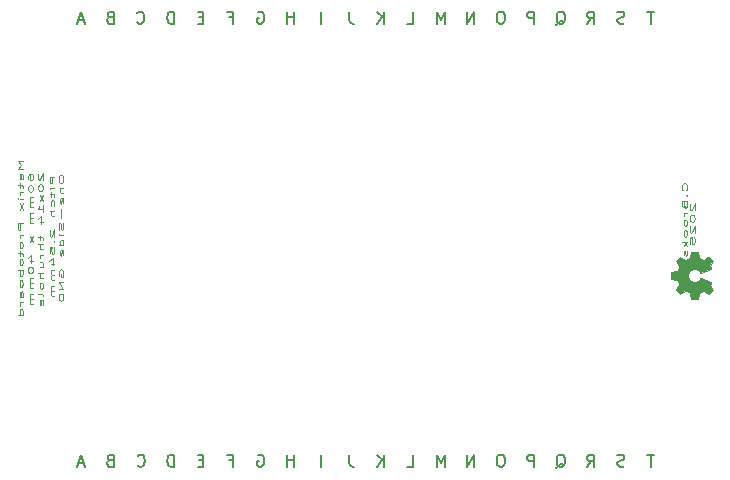
<source format=gbr>
G04 #@! TF.GenerationSoftware,KiCad,Pcbnew,9.0.1*
G04 #@! TF.CreationDate,2025-05-07T17:10:41-04:00*
G04 #@! TF.ProjectId,matrix-protoboard_14x20,6d617472-6978-42d7-9072-6f746f626f61,rev?*
G04 #@! TF.SameCoordinates,Original*
G04 #@! TF.FileFunction,Legend,Bot*
G04 #@! TF.FilePolarity,Positive*
%FSLAX46Y46*%
G04 Gerber Fmt 4.6, Leading zero omitted, Abs format (unit mm)*
G04 Created by KiCad (PCBNEW 9.0.1) date 2025-05-07 17:10:41*
%MOMM*%
%LPD*%
G01*
G04 APERTURE LIST*
%ADD10C,0.150000*%
%ADD11C,0.100000*%
%ADD12C,0.029494*%
G04 APERTURE END LIST*
D10*
X165211904Y-159844819D02*
X165211904Y-158844819D01*
X164640476Y-159844819D02*
X165069047Y-159273390D01*
X164640476Y-158844819D02*
X165211904Y-159416247D01*
X175195237Y-158844819D02*
X175004761Y-158844819D01*
X175004761Y-158844819D02*
X174909523Y-158892438D01*
X174909523Y-158892438D02*
X174814285Y-158987676D01*
X174814285Y-158987676D02*
X174766666Y-159178152D01*
X174766666Y-159178152D02*
X174766666Y-159511485D01*
X174766666Y-159511485D02*
X174814285Y-159701961D01*
X174814285Y-159701961D02*
X174909523Y-159797200D01*
X174909523Y-159797200D02*
X175004761Y-159844819D01*
X175004761Y-159844819D02*
X175195237Y-159844819D01*
X175195237Y-159844819D02*
X175290475Y-159797200D01*
X175290475Y-159797200D02*
X175385713Y-159701961D01*
X175385713Y-159701961D02*
X175433332Y-159511485D01*
X175433332Y-159511485D02*
X175433332Y-159178152D01*
X175433332Y-159178152D02*
X175385713Y-158987676D01*
X175385713Y-158987676D02*
X175290475Y-158892438D01*
X175290475Y-158892438D02*
X175195237Y-158844819D01*
X182410476Y-122334819D02*
X182743809Y-121858628D01*
X182981904Y-122334819D02*
X182981904Y-121334819D01*
X182981904Y-121334819D02*
X182600952Y-121334819D01*
X182600952Y-121334819D02*
X182505714Y-121382438D01*
X182505714Y-121382438D02*
X182458095Y-121430057D01*
X182458095Y-121430057D02*
X182410476Y-121525295D01*
X182410476Y-121525295D02*
X182410476Y-121668152D01*
X182410476Y-121668152D02*
X182458095Y-121763390D01*
X182458095Y-121763390D02*
X182505714Y-121811009D01*
X182505714Y-121811009D02*
X182600952Y-121858628D01*
X182600952Y-121858628D02*
X182981904Y-121858628D01*
D11*
X190819763Y-136466666D02*
X190838811Y-136419047D01*
X190838811Y-136419047D02*
X190857858Y-136276190D01*
X190857858Y-136276190D02*
X190857858Y-136180952D01*
X190857858Y-136180952D02*
X190838811Y-136038095D01*
X190838811Y-136038095D02*
X190800715Y-135942857D01*
X190800715Y-135942857D02*
X190762620Y-135895238D01*
X190762620Y-135895238D02*
X190686430Y-135847619D01*
X190686430Y-135847619D02*
X190629287Y-135847619D01*
X190629287Y-135847619D02*
X190553096Y-135895238D01*
X190553096Y-135895238D02*
X190515001Y-135942857D01*
X190515001Y-135942857D02*
X190476906Y-136038095D01*
X190476906Y-136038095D02*
X190457858Y-136180952D01*
X190457858Y-136180952D02*
X190457858Y-136276190D01*
X190457858Y-136276190D02*
X190476906Y-136419047D01*
X190476906Y-136419047D02*
X190495953Y-136466666D01*
X190819763Y-136895238D02*
X190838811Y-136942857D01*
X190838811Y-136942857D02*
X190857858Y-136895238D01*
X190857858Y-136895238D02*
X190838811Y-136847619D01*
X190838811Y-136847619D02*
X190819763Y-136895238D01*
X190819763Y-136895238D02*
X190857858Y-136895238D01*
X190648334Y-137704761D02*
X190667382Y-137847618D01*
X190667382Y-137847618D02*
X190686430Y-137895237D01*
X190686430Y-137895237D02*
X190724525Y-137942856D01*
X190724525Y-137942856D02*
X190781668Y-137942856D01*
X190781668Y-137942856D02*
X190819763Y-137895237D01*
X190819763Y-137895237D02*
X190838811Y-137847618D01*
X190838811Y-137847618D02*
X190857858Y-137752380D01*
X190857858Y-137752380D02*
X190857858Y-137371428D01*
X190857858Y-137371428D02*
X190457858Y-137371428D01*
X190457858Y-137371428D02*
X190457858Y-137704761D01*
X190457858Y-137704761D02*
X190476906Y-137799999D01*
X190476906Y-137799999D02*
X190495953Y-137847618D01*
X190495953Y-137847618D02*
X190534049Y-137895237D01*
X190534049Y-137895237D02*
X190572144Y-137895237D01*
X190572144Y-137895237D02*
X190610239Y-137847618D01*
X190610239Y-137847618D02*
X190629287Y-137799999D01*
X190629287Y-137799999D02*
X190648334Y-137704761D01*
X190648334Y-137704761D02*
X190648334Y-137371428D01*
X190857858Y-138371428D02*
X190591191Y-138371428D01*
X190667382Y-138371428D02*
X190629287Y-138419047D01*
X190629287Y-138419047D02*
X190610239Y-138466666D01*
X190610239Y-138466666D02*
X190591191Y-138561904D01*
X190591191Y-138561904D02*
X190591191Y-138657142D01*
X190857858Y-139133333D02*
X190838811Y-139038095D01*
X190838811Y-139038095D02*
X190819763Y-138990476D01*
X190819763Y-138990476D02*
X190781668Y-138942857D01*
X190781668Y-138942857D02*
X190667382Y-138942857D01*
X190667382Y-138942857D02*
X190629287Y-138990476D01*
X190629287Y-138990476D02*
X190610239Y-139038095D01*
X190610239Y-139038095D02*
X190591191Y-139133333D01*
X190591191Y-139133333D02*
X190591191Y-139276190D01*
X190591191Y-139276190D02*
X190610239Y-139371428D01*
X190610239Y-139371428D02*
X190629287Y-139419047D01*
X190629287Y-139419047D02*
X190667382Y-139466666D01*
X190667382Y-139466666D02*
X190781668Y-139466666D01*
X190781668Y-139466666D02*
X190819763Y-139419047D01*
X190819763Y-139419047D02*
X190838811Y-139371428D01*
X190838811Y-139371428D02*
X190857858Y-139276190D01*
X190857858Y-139276190D02*
X190857858Y-139133333D01*
X190857858Y-140038095D02*
X190838811Y-139942857D01*
X190838811Y-139942857D02*
X190819763Y-139895238D01*
X190819763Y-139895238D02*
X190781668Y-139847619D01*
X190781668Y-139847619D02*
X190667382Y-139847619D01*
X190667382Y-139847619D02*
X190629287Y-139895238D01*
X190629287Y-139895238D02*
X190610239Y-139942857D01*
X190610239Y-139942857D02*
X190591191Y-140038095D01*
X190591191Y-140038095D02*
X190591191Y-140180952D01*
X190591191Y-140180952D02*
X190610239Y-140276190D01*
X190610239Y-140276190D02*
X190629287Y-140323809D01*
X190629287Y-140323809D02*
X190667382Y-140371428D01*
X190667382Y-140371428D02*
X190781668Y-140371428D01*
X190781668Y-140371428D02*
X190819763Y-140323809D01*
X190819763Y-140323809D02*
X190838811Y-140276190D01*
X190838811Y-140276190D02*
X190857858Y-140180952D01*
X190857858Y-140180952D02*
X190857858Y-140038095D01*
X190857858Y-140800000D02*
X190457858Y-140800000D01*
X190705477Y-140895238D02*
X190857858Y-141180952D01*
X190591191Y-141180952D02*
X190743572Y-140800000D01*
X190838811Y-141561905D02*
X190857858Y-141657143D01*
X190857858Y-141657143D02*
X190857858Y-141847619D01*
X190857858Y-141847619D02*
X190838811Y-141942857D01*
X190838811Y-141942857D02*
X190800715Y-141990476D01*
X190800715Y-141990476D02*
X190781668Y-141990476D01*
X190781668Y-141990476D02*
X190743572Y-141942857D01*
X190743572Y-141942857D02*
X190724525Y-141847619D01*
X190724525Y-141847619D02*
X190724525Y-141704762D01*
X190724525Y-141704762D02*
X190705477Y-141609524D01*
X190705477Y-141609524D02*
X190667382Y-141561905D01*
X190667382Y-141561905D02*
X190648334Y-141561905D01*
X190648334Y-141561905D02*
X190610239Y-141609524D01*
X190610239Y-141609524D02*
X190591191Y-141704762D01*
X190591191Y-141704762D02*
X190591191Y-141847619D01*
X190591191Y-141847619D02*
X190610239Y-141942857D01*
X191139931Y-137585714D02*
X191120884Y-137633333D01*
X191120884Y-137633333D02*
X191101836Y-137728571D01*
X191101836Y-137728571D02*
X191101836Y-137966666D01*
X191101836Y-137966666D02*
X191120884Y-138061904D01*
X191120884Y-138061904D02*
X191139931Y-138109523D01*
X191139931Y-138109523D02*
X191178027Y-138157142D01*
X191178027Y-138157142D02*
X191216122Y-138157142D01*
X191216122Y-138157142D02*
X191273265Y-138109523D01*
X191273265Y-138109523D02*
X191501836Y-137538095D01*
X191501836Y-137538095D02*
X191501836Y-138157142D01*
X191101836Y-138776190D02*
X191101836Y-138871428D01*
X191101836Y-138871428D02*
X191120884Y-138966666D01*
X191120884Y-138966666D02*
X191139931Y-139014285D01*
X191139931Y-139014285D02*
X191178027Y-139061904D01*
X191178027Y-139061904D02*
X191254217Y-139109523D01*
X191254217Y-139109523D02*
X191349455Y-139109523D01*
X191349455Y-139109523D02*
X191425646Y-139061904D01*
X191425646Y-139061904D02*
X191463741Y-139014285D01*
X191463741Y-139014285D02*
X191482789Y-138966666D01*
X191482789Y-138966666D02*
X191501836Y-138871428D01*
X191501836Y-138871428D02*
X191501836Y-138776190D01*
X191501836Y-138776190D02*
X191482789Y-138680952D01*
X191482789Y-138680952D02*
X191463741Y-138633333D01*
X191463741Y-138633333D02*
X191425646Y-138585714D01*
X191425646Y-138585714D02*
X191349455Y-138538095D01*
X191349455Y-138538095D02*
X191254217Y-138538095D01*
X191254217Y-138538095D02*
X191178027Y-138585714D01*
X191178027Y-138585714D02*
X191139931Y-138633333D01*
X191139931Y-138633333D02*
X191120884Y-138680952D01*
X191120884Y-138680952D02*
X191101836Y-138776190D01*
X191139931Y-139490476D02*
X191120884Y-139538095D01*
X191120884Y-139538095D02*
X191101836Y-139633333D01*
X191101836Y-139633333D02*
X191101836Y-139871428D01*
X191101836Y-139871428D02*
X191120884Y-139966666D01*
X191120884Y-139966666D02*
X191139931Y-140014285D01*
X191139931Y-140014285D02*
X191178027Y-140061904D01*
X191178027Y-140061904D02*
X191216122Y-140061904D01*
X191216122Y-140061904D02*
X191273265Y-140014285D01*
X191273265Y-140014285D02*
X191501836Y-139442857D01*
X191501836Y-139442857D02*
X191501836Y-140061904D01*
X191101836Y-140966666D02*
X191101836Y-140490476D01*
X191101836Y-140490476D02*
X191292312Y-140442857D01*
X191292312Y-140442857D02*
X191273265Y-140490476D01*
X191273265Y-140490476D02*
X191254217Y-140585714D01*
X191254217Y-140585714D02*
X191254217Y-140823809D01*
X191254217Y-140823809D02*
X191273265Y-140919047D01*
X191273265Y-140919047D02*
X191292312Y-140966666D01*
X191292312Y-140966666D02*
X191330408Y-141014285D01*
X191330408Y-141014285D02*
X191425646Y-141014285D01*
X191425646Y-141014285D02*
X191463741Y-140966666D01*
X191463741Y-140966666D02*
X191482789Y-140919047D01*
X191482789Y-140919047D02*
X191501836Y-140823809D01*
X191501836Y-140823809D02*
X191501836Y-140585714D01*
X191501836Y-140585714D02*
X191482789Y-140490476D01*
X191482789Y-140490476D02*
X191463741Y-140442857D01*
X135079847Y-135528571D02*
X135079847Y-135338095D01*
X135079847Y-135338095D02*
X135098895Y-135242857D01*
X135098895Y-135242857D02*
X135117942Y-135195238D01*
X135117942Y-135195238D02*
X135175085Y-135100000D01*
X135175085Y-135100000D02*
X135251276Y-135052381D01*
X135251276Y-135052381D02*
X135403657Y-135052381D01*
X135403657Y-135052381D02*
X135441752Y-135100000D01*
X135441752Y-135100000D02*
X135460800Y-135147619D01*
X135460800Y-135147619D02*
X135479847Y-135242857D01*
X135479847Y-135242857D02*
X135479847Y-135433333D01*
X135479847Y-135433333D02*
X135460800Y-135528571D01*
X135460800Y-135528571D02*
X135441752Y-135576190D01*
X135441752Y-135576190D02*
X135403657Y-135623809D01*
X135403657Y-135623809D02*
X135308419Y-135623809D01*
X135308419Y-135623809D02*
X135270323Y-135576190D01*
X135270323Y-135576190D02*
X135251276Y-135528571D01*
X135251276Y-135528571D02*
X135232228Y-135433333D01*
X135232228Y-135433333D02*
X135232228Y-135242857D01*
X135232228Y-135242857D02*
X135251276Y-135147619D01*
X135251276Y-135147619D02*
X135270323Y-135100000D01*
X135270323Y-135100000D02*
X135308419Y-135052381D01*
X135079847Y-136242857D02*
X135079847Y-136338095D01*
X135079847Y-136338095D02*
X135098895Y-136433333D01*
X135098895Y-136433333D02*
X135117942Y-136480952D01*
X135117942Y-136480952D02*
X135156038Y-136528571D01*
X135156038Y-136528571D02*
X135232228Y-136576190D01*
X135232228Y-136576190D02*
X135327466Y-136576190D01*
X135327466Y-136576190D02*
X135403657Y-136528571D01*
X135403657Y-136528571D02*
X135441752Y-136480952D01*
X135441752Y-136480952D02*
X135460800Y-136433333D01*
X135460800Y-136433333D02*
X135479847Y-136338095D01*
X135479847Y-136338095D02*
X135479847Y-136242857D01*
X135479847Y-136242857D02*
X135460800Y-136147619D01*
X135460800Y-136147619D02*
X135441752Y-136100000D01*
X135441752Y-136100000D02*
X135403657Y-136052381D01*
X135403657Y-136052381D02*
X135327466Y-136004762D01*
X135327466Y-136004762D02*
X135232228Y-136004762D01*
X135232228Y-136004762D02*
X135156038Y-136052381D01*
X135156038Y-136052381D02*
X135117942Y-136100000D01*
X135117942Y-136100000D02*
X135098895Y-136147619D01*
X135098895Y-136147619D02*
X135079847Y-136242857D01*
X135479847Y-137004762D02*
X135213180Y-137004762D01*
X135251276Y-137004762D02*
X135232228Y-137052381D01*
X135232228Y-137052381D02*
X135213180Y-137147619D01*
X135213180Y-137147619D02*
X135213180Y-137290476D01*
X135213180Y-137290476D02*
X135232228Y-137385714D01*
X135232228Y-137385714D02*
X135270323Y-137433333D01*
X135270323Y-137433333D02*
X135479847Y-137433333D01*
X135270323Y-137433333D02*
X135232228Y-137480952D01*
X135232228Y-137480952D02*
X135213180Y-137576190D01*
X135213180Y-137576190D02*
X135213180Y-137719047D01*
X135213180Y-137719047D02*
X135232228Y-137814286D01*
X135232228Y-137814286D02*
X135270323Y-137861905D01*
X135270323Y-137861905D02*
X135479847Y-137861905D01*
X135479847Y-138338095D02*
X135213180Y-138338095D01*
X135251276Y-138338095D02*
X135232228Y-138385714D01*
X135232228Y-138385714D02*
X135213180Y-138480952D01*
X135213180Y-138480952D02*
X135213180Y-138623809D01*
X135213180Y-138623809D02*
X135232228Y-138719047D01*
X135232228Y-138719047D02*
X135270323Y-138766666D01*
X135270323Y-138766666D02*
X135479847Y-138766666D01*
X135270323Y-138766666D02*
X135232228Y-138814285D01*
X135232228Y-138814285D02*
X135213180Y-138909523D01*
X135213180Y-138909523D02*
X135213180Y-139052380D01*
X135213180Y-139052380D02*
X135232228Y-139147619D01*
X135232228Y-139147619D02*
X135270323Y-139195238D01*
X135270323Y-139195238D02*
X135479847Y-139195238D01*
X135479847Y-140338095D02*
X135213180Y-140861904D01*
X135213180Y-140338095D02*
X135479847Y-140861904D01*
X135213180Y-142433333D02*
X135479847Y-142433333D01*
X135060800Y-142195238D02*
X135346514Y-141957143D01*
X135346514Y-141957143D02*
X135346514Y-142576190D01*
X135079847Y-143147619D02*
X135079847Y-143242857D01*
X135079847Y-143242857D02*
X135098895Y-143338095D01*
X135098895Y-143338095D02*
X135117942Y-143385714D01*
X135117942Y-143385714D02*
X135156038Y-143433333D01*
X135156038Y-143433333D02*
X135232228Y-143480952D01*
X135232228Y-143480952D02*
X135327466Y-143480952D01*
X135327466Y-143480952D02*
X135403657Y-143433333D01*
X135403657Y-143433333D02*
X135441752Y-143385714D01*
X135441752Y-143385714D02*
X135460800Y-143338095D01*
X135460800Y-143338095D02*
X135479847Y-143242857D01*
X135479847Y-143242857D02*
X135479847Y-143147619D01*
X135479847Y-143147619D02*
X135460800Y-143052381D01*
X135460800Y-143052381D02*
X135441752Y-143004762D01*
X135441752Y-143004762D02*
X135403657Y-142957143D01*
X135403657Y-142957143D02*
X135327466Y-142909524D01*
X135327466Y-142909524D02*
X135232228Y-142909524D01*
X135232228Y-142909524D02*
X135156038Y-142957143D01*
X135156038Y-142957143D02*
X135117942Y-143004762D01*
X135117942Y-143004762D02*
X135098895Y-143052381D01*
X135098895Y-143052381D02*
X135079847Y-143147619D01*
X135479847Y-143909524D02*
X135213180Y-143909524D01*
X135251276Y-143909524D02*
X135232228Y-143957143D01*
X135232228Y-143957143D02*
X135213180Y-144052381D01*
X135213180Y-144052381D02*
X135213180Y-144195238D01*
X135213180Y-144195238D02*
X135232228Y-144290476D01*
X135232228Y-144290476D02*
X135270323Y-144338095D01*
X135270323Y-144338095D02*
X135479847Y-144338095D01*
X135270323Y-144338095D02*
X135232228Y-144385714D01*
X135232228Y-144385714D02*
X135213180Y-144480952D01*
X135213180Y-144480952D02*
X135213180Y-144623809D01*
X135213180Y-144623809D02*
X135232228Y-144719048D01*
X135232228Y-144719048D02*
X135270323Y-144766667D01*
X135270323Y-144766667D02*
X135479847Y-144766667D01*
X135479847Y-145242857D02*
X135213180Y-145242857D01*
X135251276Y-145242857D02*
X135232228Y-145290476D01*
X135232228Y-145290476D02*
X135213180Y-145385714D01*
X135213180Y-145385714D02*
X135213180Y-145528571D01*
X135213180Y-145528571D02*
X135232228Y-145623809D01*
X135232228Y-145623809D02*
X135270323Y-145671428D01*
X135270323Y-145671428D02*
X135479847Y-145671428D01*
X135270323Y-145671428D02*
X135232228Y-145719047D01*
X135232228Y-145719047D02*
X135213180Y-145814285D01*
X135213180Y-145814285D02*
X135213180Y-145957142D01*
X135213180Y-145957142D02*
X135232228Y-146052381D01*
X135232228Y-146052381D02*
X135270323Y-146100000D01*
X135270323Y-146100000D02*
X135479847Y-146100000D01*
D10*
X185545713Y-122287200D02*
X185402856Y-122334819D01*
X185402856Y-122334819D02*
X185164761Y-122334819D01*
X185164761Y-122334819D02*
X185069523Y-122287200D01*
X185069523Y-122287200D02*
X185021904Y-122239580D01*
X185021904Y-122239580D02*
X184974285Y-122144342D01*
X184974285Y-122144342D02*
X184974285Y-122049104D01*
X184974285Y-122049104D02*
X185021904Y-121953866D01*
X185021904Y-121953866D02*
X185069523Y-121906247D01*
X185069523Y-121906247D02*
X185164761Y-121858628D01*
X185164761Y-121858628D02*
X185355237Y-121811009D01*
X185355237Y-121811009D02*
X185450475Y-121763390D01*
X185450475Y-121763390D02*
X185498094Y-121715771D01*
X185498094Y-121715771D02*
X185545713Y-121620533D01*
X185545713Y-121620533D02*
X185545713Y-121525295D01*
X185545713Y-121525295D02*
X185498094Y-121430057D01*
X185498094Y-121430057D02*
X185450475Y-121382438D01*
X185450475Y-121382438D02*
X185355237Y-121334819D01*
X185355237Y-121334819D02*
X185117142Y-121334819D01*
X185117142Y-121334819D02*
X184974285Y-121382438D01*
X185545713Y-159797200D02*
X185402856Y-159844819D01*
X185402856Y-159844819D02*
X185164761Y-159844819D01*
X185164761Y-159844819D02*
X185069523Y-159797200D01*
X185069523Y-159797200D02*
X185021904Y-159749580D01*
X185021904Y-159749580D02*
X184974285Y-159654342D01*
X184974285Y-159654342D02*
X184974285Y-159559104D01*
X184974285Y-159559104D02*
X185021904Y-159463866D01*
X185021904Y-159463866D02*
X185069523Y-159416247D01*
X185069523Y-159416247D02*
X185164761Y-159368628D01*
X185164761Y-159368628D02*
X185355237Y-159321009D01*
X185355237Y-159321009D02*
X185450475Y-159273390D01*
X185450475Y-159273390D02*
X185498094Y-159225771D01*
X185498094Y-159225771D02*
X185545713Y-159130533D01*
X185545713Y-159130533D02*
X185545713Y-159035295D01*
X185545713Y-159035295D02*
X185498094Y-158940057D01*
X185498094Y-158940057D02*
X185450475Y-158892438D01*
X185450475Y-158892438D02*
X185355237Y-158844819D01*
X185355237Y-158844819D02*
X185117142Y-158844819D01*
X185117142Y-158844819D02*
X184974285Y-158892438D01*
X179799047Y-159940057D02*
X179894285Y-159892438D01*
X179894285Y-159892438D02*
X179989523Y-159797200D01*
X179989523Y-159797200D02*
X180132380Y-159654342D01*
X180132380Y-159654342D02*
X180227618Y-159606723D01*
X180227618Y-159606723D02*
X180322856Y-159606723D01*
X180275237Y-159844819D02*
X180370475Y-159797200D01*
X180370475Y-159797200D02*
X180465713Y-159701961D01*
X180465713Y-159701961D02*
X180513332Y-159511485D01*
X180513332Y-159511485D02*
X180513332Y-159178152D01*
X180513332Y-159178152D02*
X180465713Y-158987676D01*
X180465713Y-158987676D02*
X180370475Y-158892438D01*
X180370475Y-158892438D02*
X180275237Y-158844819D01*
X180275237Y-158844819D02*
X180084761Y-158844819D01*
X180084761Y-158844819D02*
X179989523Y-158892438D01*
X179989523Y-158892438D02*
X179894285Y-158987676D01*
X179894285Y-158987676D02*
X179846666Y-159178152D01*
X179846666Y-159178152D02*
X179846666Y-159511485D01*
X179846666Y-159511485D02*
X179894285Y-159701961D01*
X179894285Y-159701961D02*
X179989523Y-159797200D01*
X179989523Y-159797200D02*
X180084761Y-159844819D01*
X180084761Y-159844819D02*
X180275237Y-159844819D01*
X139788094Y-159559104D02*
X139311904Y-159559104D01*
X139883332Y-159844819D02*
X139549999Y-158844819D01*
X139549999Y-158844819D02*
X139216666Y-159844819D01*
D11*
X137649847Y-135394762D02*
X137649847Y-135585238D01*
X137649847Y-135585238D02*
X137668895Y-135680476D01*
X137668895Y-135680476D02*
X137706990Y-135775714D01*
X137706990Y-135775714D02*
X137783180Y-135823333D01*
X137783180Y-135823333D02*
X137916514Y-135823333D01*
X137916514Y-135823333D02*
X137992704Y-135775714D01*
X137992704Y-135775714D02*
X138030800Y-135680476D01*
X138030800Y-135680476D02*
X138049847Y-135585238D01*
X138049847Y-135585238D02*
X138049847Y-135394762D01*
X138049847Y-135394762D02*
X138030800Y-135299524D01*
X138030800Y-135299524D02*
X137992704Y-135204286D01*
X137992704Y-135204286D02*
X137916514Y-135156667D01*
X137916514Y-135156667D02*
X137783180Y-135156667D01*
X137783180Y-135156667D02*
X137706990Y-135204286D01*
X137706990Y-135204286D02*
X137668895Y-135299524D01*
X137668895Y-135299524D02*
X137649847Y-135394762D01*
X137783180Y-136251905D02*
X138049847Y-136251905D01*
X137821276Y-136251905D02*
X137802228Y-136299524D01*
X137802228Y-136299524D02*
X137783180Y-136394762D01*
X137783180Y-136394762D02*
X137783180Y-136537619D01*
X137783180Y-136537619D02*
X137802228Y-136632857D01*
X137802228Y-136632857D02*
X137840323Y-136680476D01*
X137840323Y-136680476D02*
X138049847Y-136680476D01*
X138030800Y-137537619D02*
X138049847Y-137442381D01*
X138049847Y-137442381D02*
X138049847Y-137251905D01*
X138049847Y-137251905D02*
X138030800Y-137156667D01*
X138030800Y-137156667D02*
X137992704Y-137109048D01*
X137992704Y-137109048D02*
X137840323Y-137109048D01*
X137840323Y-137109048D02*
X137802228Y-137156667D01*
X137802228Y-137156667D02*
X137783180Y-137251905D01*
X137783180Y-137251905D02*
X137783180Y-137442381D01*
X137783180Y-137442381D02*
X137802228Y-137537619D01*
X137802228Y-137537619D02*
X137840323Y-137585238D01*
X137840323Y-137585238D02*
X137878419Y-137585238D01*
X137878419Y-137585238D02*
X137916514Y-137109048D01*
X137897466Y-138013810D02*
X137897466Y-138775715D01*
X138030800Y-139204286D02*
X138049847Y-139347143D01*
X138049847Y-139347143D02*
X138049847Y-139585238D01*
X138049847Y-139585238D02*
X138030800Y-139680476D01*
X138030800Y-139680476D02*
X138011752Y-139728095D01*
X138011752Y-139728095D02*
X137973657Y-139775714D01*
X137973657Y-139775714D02*
X137935561Y-139775714D01*
X137935561Y-139775714D02*
X137897466Y-139728095D01*
X137897466Y-139728095D02*
X137878419Y-139680476D01*
X137878419Y-139680476D02*
X137859371Y-139585238D01*
X137859371Y-139585238D02*
X137840323Y-139394762D01*
X137840323Y-139394762D02*
X137821276Y-139299524D01*
X137821276Y-139299524D02*
X137802228Y-139251905D01*
X137802228Y-139251905D02*
X137764133Y-139204286D01*
X137764133Y-139204286D02*
X137726038Y-139204286D01*
X137726038Y-139204286D02*
X137687942Y-139251905D01*
X137687942Y-139251905D02*
X137668895Y-139299524D01*
X137668895Y-139299524D02*
X137649847Y-139394762D01*
X137649847Y-139394762D02*
X137649847Y-139632857D01*
X137649847Y-139632857D02*
X137668895Y-139775714D01*
X138049847Y-140204286D02*
X137783180Y-140204286D01*
X137649847Y-140204286D02*
X137668895Y-140156667D01*
X137668895Y-140156667D02*
X137687942Y-140204286D01*
X137687942Y-140204286D02*
X137668895Y-140251905D01*
X137668895Y-140251905D02*
X137649847Y-140204286D01*
X137649847Y-140204286D02*
X137687942Y-140204286D01*
X138049847Y-141109047D02*
X137649847Y-141109047D01*
X138030800Y-141109047D02*
X138049847Y-141013809D01*
X138049847Y-141013809D02*
X138049847Y-140823333D01*
X138049847Y-140823333D02*
X138030800Y-140728095D01*
X138030800Y-140728095D02*
X138011752Y-140680476D01*
X138011752Y-140680476D02*
X137973657Y-140632857D01*
X137973657Y-140632857D02*
X137859371Y-140632857D01*
X137859371Y-140632857D02*
X137821276Y-140680476D01*
X137821276Y-140680476D02*
X137802228Y-140728095D01*
X137802228Y-140728095D02*
X137783180Y-140823333D01*
X137783180Y-140823333D02*
X137783180Y-141013809D01*
X137783180Y-141013809D02*
X137802228Y-141109047D01*
X138030800Y-141966190D02*
X138049847Y-141870952D01*
X138049847Y-141870952D02*
X138049847Y-141680476D01*
X138049847Y-141680476D02*
X138030800Y-141585238D01*
X138030800Y-141585238D02*
X137992704Y-141537619D01*
X137992704Y-141537619D02*
X137840323Y-141537619D01*
X137840323Y-141537619D02*
X137802228Y-141585238D01*
X137802228Y-141585238D02*
X137783180Y-141680476D01*
X137783180Y-141680476D02*
X137783180Y-141870952D01*
X137783180Y-141870952D02*
X137802228Y-141966190D01*
X137802228Y-141966190D02*
X137840323Y-142013809D01*
X137840323Y-142013809D02*
X137878419Y-142013809D01*
X137878419Y-142013809D02*
X137916514Y-141537619D01*
X137668895Y-143728095D02*
X137649847Y-143632857D01*
X137649847Y-143632857D02*
X137649847Y-143490000D01*
X137649847Y-143490000D02*
X137668895Y-143347143D01*
X137668895Y-143347143D02*
X137706990Y-143251905D01*
X137706990Y-143251905D02*
X137745085Y-143204286D01*
X137745085Y-143204286D02*
X137821276Y-143156667D01*
X137821276Y-143156667D02*
X137878419Y-143156667D01*
X137878419Y-143156667D02*
X137954609Y-143204286D01*
X137954609Y-143204286D02*
X137992704Y-143251905D01*
X137992704Y-143251905D02*
X138030800Y-143347143D01*
X138030800Y-143347143D02*
X138049847Y-143490000D01*
X138049847Y-143490000D02*
X138049847Y-143585238D01*
X138049847Y-143585238D02*
X138030800Y-143728095D01*
X138030800Y-143728095D02*
X138011752Y-143775714D01*
X138011752Y-143775714D02*
X137878419Y-143775714D01*
X137878419Y-143775714D02*
X137878419Y-143585238D01*
X138049847Y-144204286D02*
X137649847Y-144204286D01*
X137649847Y-144204286D02*
X138049847Y-144775714D01*
X138049847Y-144775714D02*
X137649847Y-144775714D01*
X138049847Y-145251905D02*
X137649847Y-145251905D01*
X137649847Y-145251905D02*
X137649847Y-145490000D01*
X137649847Y-145490000D02*
X137668895Y-145632857D01*
X137668895Y-145632857D02*
X137706990Y-145728095D01*
X137706990Y-145728095D02*
X137745085Y-145775714D01*
X137745085Y-145775714D02*
X137821276Y-145823333D01*
X137821276Y-145823333D02*
X137878419Y-145823333D01*
X137878419Y-145823333D02*
X137954609Y-145775714D01*
X137954609Y-145775714D02*
X137992704Y-145728095D01*
X137992704Y-145728095D02*
X138030800Y-145632857D01*
X138030800Y-145632857D02*
X138049847Y-145490000D01*
X138049847Y-145490000D02*
X138049847Y-145251905D01*
D10*
X157605713Y-122334819D02*
X157605713Y-121334819D01*
X157605713Y-121811009D02*
X157034285Y-121811009D01*
X157034285Y-122334819D02*
X157034285Y-121334819D01*
X172845713Y-122334819D02*
X172845713Y-121334819D01*
X172845713Y-121334819D02*
X172274285Y-122334819D01*
X172274285Y-122334819D02*
X172274285Y-121334819D01*
X162257142Y-158844819D02*
X162257142Y-159559104D01*
X162257142Y-159559104D02*
X162304761Y-159701961D01*
X162304761Y-159701961D02*
X162399999Y-159797200D01*
X162399999Y-159797200D02*
X162542856Y-159844819D01*
X162542856Y-159844819D02*
X162638094Y-159844819D01*
X188085713Y-158844819D02*
X187514285Y-158844819D01*
X187799999Y-159844819D02*
X187799999Y-158844819D01*
X147421904Y-159844819D02*
X147421904Y-158844819D01*
X147421904Y-158844819D02*
X147183809Y-158844819D01*
X147183809Y-158844819D02*
X147040952Y-158892438D01*
X147040952Y-158892438D02*
X146945714Y-158987676D01*
X146945714Y-158987676D02*
X146898095Y-159082914D01*
X146898095Y-159082914D02*
X146850476Y-159273390D01*
X146850476Y-159273390D02*
X146850476Y-159416247D01*
X146850476Y-159416247D02*
X146898095Y-159606723D01*
X146898095Y-159606723D02*
X146945714Y-159701961D01*
X146945714Y-159701961D02*
X147040952Y-159797200D01*
X147040952Y-159797200D02*
X147183809Y-159844819D01*
X147183809Y-159844819D02*
X147421904Y-159844819D01*
X177901904Y-159844819D02*
X177901904Y-158844819D01*
X177901904Y-158844819D02*
X177520952Y-158844819D01*
X177520952Y-158844819D02*
X177425714Y-158892438D01*
X177425714Y-158892438D02*
X177378095Y-158940057D01*
X177378095Y-158940057D02*
X177330476Y-159035295D01*
X177330476Y-159035295D02*
X177330476Y-159178152D01*
X177330476Y-159178152D02*
X177378095Y-159273390D01*
X177378095Y-159273390D02*
X177425714Y-159321009D01*
X177425714Y-159321009D02*
X177520952Y-159368628D01*
X177520952Y-159368628D02*
X177901904Y-159368628D01*
X147421904Y-122334819D02*
X147421904Y-121334819D01*
X147421904Y-121334819D02*
X147183809Y-121334819D01*
X147183809Y-121334819D02*
X147040952Y-121382438D01*
X147040952Y-121382438D02*
X146945714Y-121477676D01*
X146945714Y-121477676D02*
X146898095Y-121572914D01*
X146898095Y-121572914D02*
X146850476Y-121763390D01*
X146850476Y-121763390D02*
X146850476Y-121906247D01*
X146850476Y-121906247D02*
X146898095Y-122096723D01*
X146898095Y-122096723D02*
X146945714Y-122191961D01*
X146945714Y-122191961D02*
X147040952Y-122287200D01*
X147040952Y-122287200D02*
X147183809Y-122334819D01*
X147183809Y-122334819D02*
X147421904Y-122334819D01*
X175195237Y-121334819D02*
X175004761Y-121334819D01*
X175004761Y-121334819D02*
X174909523Y-121382438D01*
X174909523Y-121382438D02*
X174814285Y-121477676D01*
X174814285Y-121477676D02*
X174766666Y-121668152D01*
X174766666Y-121668152D02*
X174766666Y-122001485D01*
X174766666Y-122001485D02*
X174814285Y-122191961D01*
X174814285Y-122191961D02*
X174909523Y-122287200D01*
X174909523Y-122287200D02*
X175004761Y-122334819D01*
X175004761Y-122334819D02*
X175195237Y-122334819D01*
X175195237Y-122334819D02*
X175290475Y-122287200D01*
X175290475Y-122287200D02*
X175385713Y-122191961D01*
X175385713Y-122191961D02*
X175433332Y-122001485D01*
X175433332Y-122001485D02*
X175433332Y-121668152D01*
X175433332Y-121668152D02*
X175385713Y-121477676D01*
X175385713Y-121477676D02*
X175290475Y-121382438D01*
X175290475Y-121382438D02*
X175195237Y-121334819D01*
X182410476Y-159844819D02*
X182743809Y-159368628D01*
X182981904Y-159844819D02*
X182981904Y-158844819D01*
X182981904Y-158844819D02*
X182600952Y-158844819D01*
X182600952Y-158844819D02*
X182505714Y-158892438D01*
X182505714Y-158892438D02*
X182458095Y-158940057D01*
X182458095Y-158940057D02*
X182410476Y-159035295D01*
X182410476Y-159035295D02*
X182410476Y-159178152D01*
X182410476Y-159178152D02*
X182458095Y-159273390D01*
X182458095Y-159273390D02*
X182505714Y-159321009D01*
X182505714Y-159321009D02*
X182600952Y-159368628D01*
X182600952Y-159368628D02*
X182981904Y-159368628D01*
X139778094Y-122049104D02*
X139301904Y-122049104D01*
X139873332Y-122334819D02*
X139539999Y-121334819D01*
X139539999Y-121334819D02*
X139206666Y-122334819D01*
X159859999Y-122334819D02*
X159859999Y-121334819D01*
X154518095Y-158892438D02*
X154613333Y-158844819D01*
X154613333Y-158844819D02*
X154756190Y-158844819D01*
X154756190Y-158844819D02*
X154899047Y-158892438D01*
X154899047Y-158892438D02*
X154994285Y-158987676D01*
X154994285Y-158987676D02*
X155041904Y-159082914D01*
X155041904Y-159082914D02*
X155089523Y-159273390D01*
X155089523Y-159273390D02*
X155089523Y-159416247D01*
X155089523Y-159416247D02*
X155041904Y-159606723D01*
X155041904Y-159606723D02*
X154994285Y-159701961D01*
X154994285Y-159701961D02*
X154899047Y-159797200D01*
X154899047Y-159797200D02*
X154756190Y-159844819D01*
X154756190Y-159844819D02*
X154660952Y-159844819D01*
X154660952Y-159844819D02*
X154518095Y-159797200D01*
X154518095Y-159797200D02*
X154470476Y-159749580D01*
X154470476Y-159749580D02*
X154470476Y-159416247D01*
X154470476Y-159416247D02*
X154660952Y-159416247D01*
X162257142Y-121334819D02*
X162257142Y-122049104D01*
X162257142Y-122049104D02*
X162304761Y-122191961D01*
X162304761Y-122191961D02*
X162399999Y-122287200D01*
X162399999Y-122287200D02*
X162542856Y-122334819D01*
X162542856Y-122334819D02*
X162638094Y-122334819D01*
X177901904Y-122334819D02*
X177901904Y-121334819D01*
X177901904Y-121334819D02*
X177520952Y-121334819D01*
X177520952Y-121334819D02*
X177425714Y-121382438D01*
X177425714Y-121382438D02*
X177378095Y-121430057D01*
X177378095Y-121430057D02*
X177330476Y-121525295D01*
X177330476Y-121525295D02*
X177330476Y-121668152D01*
X177330476Y-121668152D02*
X177378095Y-121763390D01*
X177378095Y-121763390D02*
X177425714Y-121811009D01*
X177425714Y-121811009D02*
X177520952Y-121858628D01*
X177520952Y-121858628D02*
X177901904Y-121858628D01*
X149914285Y-159321009D02*
X149580952Y-159321009D01*
X149438095Y-159844819D02*
X149914285Y-159844819D01*
X149914285Y-159844819D02*
X149914285Y-158844819D01*
X149914285Y-158844819D02*
X149438095Y-158844819D01*
X142008571Y-159321009D02*
X141865714Y-159368628D01*
X141865714Y-159368628D02*
X141818095Y-159416247D01*
X141818095Y-159416247D02*
X141770476Y-159511485D01*
X141770476Y-159511485D02*
X141770476Y-159654342D01*
X141770476Y-159654342D02*
X141818095Y-159749580D01*
X141818095Y-159749580D02*
X141865714Y-159797200D01*
X141865714Y-159797200D02*
X141960952Y-159844819D01*
X141960952Y-159844819D02*
X142341904Y-159844819D01*
X142341904Y-159844819D02*
X142341904Y-158844819D01*
X142341904Y-158844819D02*
X142008571Y-158844819D01*
X142008571Y-158844819D02*
X141913333Y-158892438D01*
X141913333Y-158892438D02*
X141865714Y-158940057D01*
X141865714Y-158940057D02*
X141818095Y-159035295D01*
X141818095Y-159035295D02*
X141818095Y-159130533D01*
X141818095Y-159130533D02*
X141865714Y-159225771D01*
X141865714Y-159225771D02*
X141913333Y-159273390D01*
X141913333Y-159273390D02*
X142008571Y-159321009D01*
X142008571Y-159321009D02*
X142341904Y-159321009D01*
X149914285Y-121811009D02*
X149580952Y-121811009D01*
X149438095Y-122334819D02*
X149914285Y-122334819D01*
X149914285Y-122334819D02*
X149914285Y-121334819D01*
X149914285Y-121334819D02*
X149438095Y-121334819D01*
X142008571Y-121811009D02*
X141865714Y-121858628D01*
X141865714Y-121858628D02*
X141818095Y-121906247D01*
X141818095Y-121906247D02*
X141770476Y-122001485D01*
X141770476Y-122001485D02*
X141770476Y-122144342D01*
X141770476Y-122144342D02*
X141818095Y-122239580D01*
X141818095Y-122239580D02*
X141865714Y-122287200D01*
X141865714Y-122287200D02*
X141960952Y-122334819D01*
X141960952Y-122334819D02*
X142341904Y-122334819D01*
X142341904Y-122334819D02*
X142341904Y-121334819D01*
X142341904Y-121334819D02*
X142008571Y-121334819D01*
X142008571Y-121334819D02*
X141913333Y-121382438D01*
X141913333Y-121382438D02*
X141865714Y-121430057D01*
X141865714Y-121430057D02*
X141818095Y-121525295D01*
X141818095Y-121525295D02*
X141818095Y-121620533D01*
X141818095Y-121620533D02*
X141865714Y-121715771D01*
X141865714Y-121715771D02*
X141913333Y-121763390D01*
X141913333Y-121763390D02*
X142008571Y-121811009D01*
X142008571Y-121811009D02*
X142341904Y-121811009D01*
X159859999Y-159844819D02*
X159859999Y-158844819D01*
X179799047Y-122430057D02*
X179894285Y-122382438D01*
X179894285Y-122382438D02*
X179989523Y-122287200D01*
X179989523Y-122287200D02*
X180132380Y-122144342D01*
X180132380Y-122144342D02*
X180227618Y-122096723D01*
X180227618Y-122096723D02*
X180322856Y-122096723D01*
X180275237Y-122334819D02*
X180370475Y-122287200D01*
X180370475Y-122287200D02*
X180465713Y-122191961D01*
X180465713Y-122191961D02*
X180513332Y-122001485D01*
X180513332Y-122001485D02*
X180513332Y-121668152D01*
X180513332Y-121668152D02*
X180465713Y-121477676D01*
X180465713Y-121477676D02*
X180370475Y-121382438D01*
X180370475Y-121382438D02*
X180275237Y-121334819D01*
X180275237Y-121334819D02*
X180084761Y-121334819D01*
X180084761Y-121334819D02*
X179989523Y-121382438D01*
X179989523Y-121382438D02*
X179894285Y-121477676D01*
X179894285Y-121477676D02*
X179846666Y-121668152D01*
X179846666Y-121668152D02*
X179846666Y-122001485D01*
X179846666Y-122001485D02*
X179894285Y-122191961D01*
X179894285Y-122191961D02*
X179989523Y-122287200D01*
X179989523Y-122287200D02*
X180084761Y-122334819D01*
X180084761Y-122334819D02*
X180275237Y-122334819D01*
X167170476Y-122334819D02*
X167646666Y-122334819D01*
X167646666Y-122334819D02*
X167646666Y-121334819D01*
D11*
X137299847Y-135292381D02*
X136899847Y-135292381D01*
X136899847Y-135292381D02*
X136899847Y-135673333D01*
X136899847Y-135673333D02*
X136918895Y-135768571D01*
X136918895Y-135768571D02*
X136937942Y-135816190D01*
X136937942Y-135816190D02*
X136976038Y-135863809D01*
X136976038Y-135863809D02*
X137033180Y-135863809D01*
X137033180Y-135863809D02*
X137071276Y-135816190D01*
X137071276Y-135816190D02*
X137090323Y-135768571D01*
X137090323Y-135768571D02*
X137109371Y-135673333D01*
X137109371Y-135673333D02*
X137109371Y-135292381D01*
X137299847Y-136292381D02*
X137033180Y-136292381D01*
X136899847Y-136292381D02*
X136918895Y-136244762D01*
X136918895Y-136244762D02*
X136937942Y-136292381D01*
X136937942Y-136292381D02*
X136918895Y-136340000D01*
X136918895Y-136340000D02*
X136899847Y-136292381D01*
X136899847Y-136292381D02*
X136937942Y-136292381D01*
X137033180Y-136625714D02*
X137033180Y-137006666D01*
X136899847Y-136768571D02*
X137242704Y-136768571D01*
X137242704Y-136768571D02*
X137280800Y-136816190D01*
X137280800Y-136816190D02*
X137299847Y-136911428D01*
X137299847Y-136911428D02*
X137299847Y-137006666D01*
X137280800Y-137768571D02*
X137299847Y-137673333D01*
X137299847Y-137673333D02*
X137299847Y-137482857D01*
X137299847Y-137482857D02*
X137280800Y-137387619D01*
X137280800Y-137387619D02*
X137261752Y-137340000D01*
X137261752Y-137340000D02*
X137223657Y-137292381D01*
X137223657Y-137292381D02*
X137109371Y-137292381D01*
X137109371Y-137292381D02*
X137071276Y-137340000D01*
X137071276Y-137340000D02*
X137052228Y-137387619D01*
X137052228Y-137387619D02*
X137033180Y-137482857D01*
X137033180Y-137482857D02*
X137033180Y-137673333D01*
X137033180Y-137673333D02*
X137052228Y-137768571D01*
X137299847Y-138197143D02*
X136899847Y-138197143D01*
X137299847Y-138625714D02*
X137090323Y-138625714D01*
X137090323Y-138625714D02*
X137052228Y-138578095D01*
X137052228Y-138578095D02*
X137033180Y-138482857D01*
X137033180Y-138482857D02*
X137033180Y-138340000D01*
X137033180Y-138340000D02*
X137052228Y-138244762D01*
X137052228Y-138244762D02*
X137071276Y-138197143D01*
X136937942Y-139816191D02*
X136918895Y-139863810D01*
X136918895Y-139863810D02*
X136899847Y-139959048D01*
X136899847Y-139959048D02*
X136899847Y-140197143D01*
X136899847Y-140197143D02*
X136918895Y-140292381D01*
X136918895Y-140292381D02*
X136937942Y-140340000D01*
X136937942Y-140340000D02*
X136976038Y-140387619D01*
X136976038Y-140387619D02*
X137014133Y-140387619D01*
X137014133Y-140387619D02*
X137071276Y-140340000D01*
X137071276Y-140340000D02*
X137299847Y-139768572D01*
X137299847Y-139768572D02*
X137299847Y-140387619D01*
X137261752Y-140816191D02*
X137280800Y-140863810D01*
X137280800Y-140863810D02*
X137299847Y-140816191D01*
X137299847Y-140816191D02*
X137280800Y-140768572D01*
X137280800Y-140768572D02*
X137261752Y-140816191D01*
X137261752Y-140816191D02*
X137299847Y-140816191D01*
X136899847Y-141768571D02*
X136899847Y-141292381D01*
X136899847Y-141292381D02*
X137090323Y-141244762D01*
X137090323Y-141244762D02*
X137071276Y-141292381D01*
X137071276Y-141292381D02*
X137052228Y-141387619D01*
X137052228Y-141387619D02*
X137052228Y-141625714D01*
X137052228Y-141625714D02*
X137071276Y-141720952D01*
X137071276Y-141720952D02*
X137090323Y-141768571D01*
X137090323Y-141768571D02*
X137128419Y-141816190D01*
X137128419Y-141816190D02*
X137223657Y-141816190D01*
X137223657Y-141816190D02*
X137261752Y-141768571D01*
X137261752Y-141768571D02*
X137280800Y-141720952D01*
X137280800Y-141720952D02*
X137299847Y-141625714D01*
X137299847Y-141625714D02*
X137299847Y-141387619D01*
X137299847Y-141387619D02*
X137280800Y-141292381D01*
X137280800Y-141292381D02*
X137261752Y-141244762D01*
X137033180Y-142673333D02*
X137299847Y-142673333D01*
X136880800Y-142435238D02*
X137166514Y-142197143D01*
X137166514Y-142197143D02*
X137166514Y-142816190D01*
X137299847Y-143197143D02*
X137033180Y-143197143D01*
X137071276Y-143197143D02*
X137052228Y-143244762D01*
X137052228Y-143244762D02*
X137033180Y-143340000D01*
X137033180Y-143340000D02*
X137033180Y-143482857D01*
X137033180Y-143482857D02*
X137052228Y-143578095D01*
X137052228Y-143578095D02*
X137090323Y-143625714D01*
X137090323Y-143625714D02*
X137299847Y-143625714D01*
X137090323Y-143625714D02*
X137052228Y-143673333D01*
X137052228Y-143673333D02*
X137033180Y-143768571D01*
X137033180Y-143768571D02*
X137033180Y-143911428D01*
X137033180Y-143911428D02*
X137052228Y-144006667D01*
X137052228Y-144006667D02*
X137090323Y-144054286D01*
X137090323Y-144054286D02*
X137299847Y-144054286D01*
X137299847Y-144530476D02*
X137033180Y-144530476D01*
X137071276Y-144530476D02*
X137052228Y-144578095D01*
X137052228Y-144578095D02*
X137033180Y-144673333D01*
X137033180Y-144673333D02*
X137033180Y-144816190D01*
X137033180Y-144816190D02*
X137052228Y-144911428D01*
X137052228Y-144911428D02*
X137090323Y-144959047D01*
X137090323Y-144959047D02*
X137299847Y-144959047D01*
X137090323Y-144959047D02*
X137052228Y-145006666D01*
X137052228Y-145006666D02*
X137033180Y-145101904D01*
X137033180Y-145101904D02*
X137033180Y-145244761D01*
X137033180Y-145244761D02*
X137052228Y-145340000D01*
X137052228Y-145340000D02*
X137090323Y-145387619D01*
X137090323Y-145387619D02*
X137299847Y-145387619D01*
X134619847Y-133946189D02*
X134219847Y-133946189D01*
X134219847Y-133946189D02*
X134505561Y-134279522D01*
X134505561Y-134279522D02*
X134219847Y-134612855D01*
X134219847Y-134612855D02*
X134619847Y-134612855D01*
X134619847Y-135517617D02*
X134410323Y-135517617D01*
X134410323Y-135517617D02*
X134372228Y-135469998D01*
X134372228Y-135469998D02*
X134353180Y-135374760D01*
X134353180Y-135374760D02*
X134353180Y-135184284D01*
X134353180Y-135184284D02*
X134372228Y-135089046D01*
X134600800Y-135517617D02*
X134619847Y-135422379D01*
X134619847Y-135422379D02*
X134619847Y-135184284D01*
X134619847Y-135184284D02*
X134600800Y-135089046D01*
X134600800Y-135089046D02*
X134562704Y-135041427D01*
X134562704Y-135041427D02*
X134524609Y-135041427D01*
X134524609Y-135041427D02*
X134486514Y-135089046D01*
X134486514Y-135089046D02*
X134467466Y-135184284D01*
X134467466Y-135184284D02*
X134467466Y-135422379D01*
X134467466Y-135422379D02*
X134448419Y-135517617D01*
X134353180Y-135850951D02*
X134353180Y-136231903D01*
X134219847Y-135993808D02*
X134562704Y-135993808D01*
X134562704Y-135993808D02*
X134600800Y-136041427D01*
X134600800Y-136041427D02*
X134619847Y-136136665D01*
X134619847Y-136136665D02*
X134619847Y-136231903D01*
X134619847Y-136565237D02*
X134353180Y-136565237D01*
X134429371Y-136565237D02*
X134391276Y-136612856D01*
X134391276Y-136612856D02*
X134372228Y-136660475D01*
X134372228Y-136660475D02*
X134353180Y-136755713D01*
X134353180Y-136755713D02*
X134353180Y-136850951D01*
X134619847Y-137184285D02*
X134353180Y-137184285D01*
X134219847Y-137184285D02*
X134238895Y-137136666D01*
X134238895Y-137136666D02*
X134257942Y-137184285D01*
X134257942Y-137184285D02*
X134238895Y-137231904D01*
X134238895Y-137231904D02*
X134219847Y-137184285D01*
X134219847Y-137184285D02*
X134257942Y-137184285D01*
X134619847Y-137565237D02*
X134353180Y-138089046D01*
X134353180Y-137565237D02*
X134619847Y-138089046D01*
X134619847Y-139231904D02*
X134219847Y-139231904D01*
X134219847Y-139231904D02*
X134219847Y-139612856D01*
X134219847Y-139612856D02*
X134238895Y-139708094D01*
X134238895Y-139708094D02*
X134257942Y-139755713D01*
X134257942Y-139755713D02*
X134296038Y-139803332D01*
X134296038Y-139803332D02*
X134353180Y-139803332D01*
X134353180Y-139803332D02*
X134391276Y-139755713D01*
X134391276Y-139755713D02*
X134410323Y-139708094D01*
X134410323Y-139708094D02*
X134429371Y-139612856D01*
X134429371Y-139612856D02*
X134429371Y-139231904D01*
X134619847Y-140231904D02*
X134353180Y-140231904D01*
X134429371Y-140231904D02*
X134391276Y-140279523D01*
X134391276Y-140279523D02*
X134372228Y-140327142D01*
X134372228Y-140327142D02*
X134353180Y-140422380D01*
X134353180Y-140422380D02*
X134353180Y-140517618D01*
X134619847Y-140993809D02*
X134600800Y-140898571D01*
X134600800Y-140898571D02*
X134581752Y-140850952D01*
X134581752Y-140850952D02*
X134543657Y-140803333D01*
X134543657Y-140803333D02*
X134429371Y-140803333D01*
X134429371Y-140803333D02*
X134391276Y-140850952D01*
X134391276Y-140850952D02*
X134372228Y-140898571D01*
X134372228Y-140898571D02*
X134353180Y-140993809D01*
X134353180Y-140993809D02*
X134353180Y-141136666D01*
X134353180Y-141136666D02*
X134372228Y-141231904D01*
X134372228Y-141231904D02*
X134391276Y-141279523D01*
X134391276Y-141279523D02*
X134429371Y-141327142D01*
X134429371Y-141327142D02*
X134543657Y-141327142D01*
X134543657Y-141327142D02*
X134581752Y-141279523D01*
X134581752Y-141279523D02*
X134600800Y-141231904D01*
X134600800Y-141231904D02*
X134619847Y-141136666D01*
X134619847Y-141136666D02*
X134619847Y-140993809D01*
X134353180Y-141612857D02*
X134353180Y-141993809D01*
X134219847Y-141755714D02*
X134562704Y-141755714D01*
X134562704Y-141755714D02*
X134600800Y-141803333D01*
X134600800Y-141803333D02*
X134619847Y-141898571D01*
X134619847Y-141898571D02*
X134619847Y-141993809D01*
X134619847Y-142470000D02*
X134600800Y-142374762D01*
X134600800Y-142374762D02*
X134581752Y-142327143D01*
X134581752Y-142327143D02*
X134543657Y-142279524D01*
X134543657Y-142279524D02*
X134429371Y-142279524D01*
X134429371Y-142279524D02*
X134391276Y-142327143D01*
X134391276Y-142327143D02*
X134372228Y-142374762D01*
X134372228Y-142374762D02*
X134353180Y-142470000D01*
X134353180Y-142470000D02*
X134353180Y-142612857D01*
X134353180Y-142612857D02*
X134372228Y-142708095D01*
X134372228Y-142708095D02*
X134391276Y-142755714D01*
X134391276Y-142755714D02*
X134429371Y-142803333D01*
X134429371Y-142803333D02*
X134543657Y-142803333D01*
X134543657Y-142803333D02*
X134581752Y-142755714D01*
X134581752Y-142755714D02*
X134600800Y-142708095D01*
X134600800Y-142708095D02*
X134619847Y-142612857D01*
X134619847Y-142612857D02*
X134619847Y-142470000D01*
X134619847Y-143231905D02*
X134219847Y-143231905D01*
X134372228Y-143231905D02*
X134353180Y-143327143D01*
X134353180Y-143327143D02*
X134353180Y-143517619D01*
X134353180Y-143517619D02*
X134372228Y-143612857D01*
X134372228Y-143612857D02*
X134391276Y-143660476D01*
X134391276Y-143660476D02*
X134429371Y-143708095D01*
X134429371Y-143708095D02*
X134543657Y-143708095D01*
X134543657Y-143708095D02*
X134581752Y-143660476D01*
X134581752Y-143660476D02*
X134600800Y-143612857D01*
X134600800Y-143612857D02*
X134619847Y-143517619D01*
X134619847Y-143517619D02*
X134619847Y-143327143D01*
X134619847Y-143327143D02*
X134600800Y-143231905D01*
X134619847Y-144279524D02*
X134600800Y-144184286D01*
X134600800Y-144184286D02*
X134581752Y-144136667D01*
X134581752Y-144136667D02*
X134543657Y-144089048D01*
X134543657Y-144089048D02*
X134429371Y-144089048D01*
X134429371Y-144089048D02*
X134391276Y-144136667D01*
X134391276Y-144136667D02*
X134372228Y-144184286D01*
X134372228Y-144184286D02*
X134353180Y-144279524D01*
X134353180Y-144279524D02*
X134353180Y-144422381D01*
X134353180Y-144422381D02*
X134372228Y-144517619D01*
X134372228Y-144517619D02*
X134391276Y-144565238D01*
X134391276Y-144565238D02*
X134429371Y-144612857D01*
X134429371Y-144612857D02*
X134543657Y-144612857D01*
X134543657Y-144612857D02*
X134581752Y-144565238D01*
X134581752Y-144565238D02*
X134600800Y-144517619D01*
X134600800Y-144517619D02*
X134619847Y-144422381D01*
X134619847Y-144422381D02*
X134619847Y-144279524D01*
X134619847Y-145470000D02*
X134410323Y-145470000D01*
X134410323Y-145470000D02*
X134372228Y-145422381D01*
X134372228Y-145422381D02*
X134353180Y-145327143D01*
X134353180Y-145327143D02*
X134353180Y-145136667D01*
X134353180Y-145136667D02*
X134372228Y-145041429D01*
X134600800Y-145470000D02*
X134619847Y-145374762D01*
X134619847Y-145374762D02*
X134619847Y-145136667D01*
X134619847Y-145136667D02*
X134600800Y-145041429D01*
X134600800Y-145041429D02*
X134562704Y-144993810D01*
X134562704Y-144993810D02*
X134524609Y-144993810D01*
X134524609Y-144993810D02*
X134486514Y-145041429D01*
X134486514Y-145041429D02*
X134467466Y-145136667D01*
X134467466Y-145136667D02*
X134467466Y-145374762D01*
X134467466Y-145374762D02*
X134448419Y-145470000D01*
X134619847Y-145946191D02*
X134353180Y-145946191D01*
X134429371Y-145946191D02*
X134391276Y-145993810D01*
X134391276Y-145993810D02*
X134372228Y-146041429D01*
X134372228Y-146041429D02*
X134353180Y-146136667D01*
X134353180Y-146136667D02*
X134353180Y-146231905D01*
X134619847Y-146993810D02*
X134219847Y-146993810D01*
X134600800Y-146993810D02*
X134619847Y-146898572D01*
X134619847Y-146898572D02*
X134619847Y-146708096D01*
X134619847Y-146708096D02*
X134600800Y-146612858D01*
X134600800Y-146612858D02*
X134581752Y-146565239D01*
X134581752Y-146565239D02*
X134543657Y-146517620D01*
X134543657Y-146517620D02*
X134429371Y-146517620D01*
X134429371Y-146517620D02*
X134391276Y-146565239D01*
X134391276Y-146565239D02*
X134372228Y-146612858D01*
X134372228Y-146612858D02*
X134353180Y-146708096D01*
X134353180Y-146708096D02*
X134353180Y-146898572D01*
X134353180Y-146898572D02*
X134372228Y-146993810D01*
X135967942Y-135004761D02*
X135948895Y-135052380D01*
X135948895Y-135052380D02*
X135929847Y-135147618D01*
X135929847Y-135147618D02*
X135929847Y-135385713D01*
X135929847Y-135385713D02*
X135948895Y-135480951D01*
X135948895Y-135480951D02*
X135967942Y-135528570D01*
X135967942Y-135528570D02*
X136006038Y-135576189D01*
X136006038Y-135576189D02*
X136044133Y-135576189D01*
X136044133Y-135576189D02*
X136101276Y-135528570D01*
X136101276Y-135528570D02*
X136329847Y-134957142D01*
X136329847Y-134957142D02*
X136329847Y-135576189D01*
X135929847Y-136195237D02*
X135929847Y-136290475D01*
X135929847Y-136290475D02*
X135948895Y-136385713D01*
X135948895Y-136385713D02*
X135967942Y-136433332D01*
X135967942Y-136433332D02*
X136006038Y-136480951D01*
X136006038Y-136480951D02*
X136082228Y-136528570D01*
X136082228Y-136528570D02*
X136177466Y-136528570D01*
X136177466Y-136528570D02*
X136253657Y-136480951D01*
X136253657Y-136480951D02*
X136291752Y-136433332D01*
X136291752Y-136433332D02*
X136310800Y-136385713D01*
X136310800Y-136385713D02*
X136329847Y-136290475D01*
X136329847Y-136290475D02*
X136329847Y-136195237D01*
X136329847Y-136195237D02*
X136310800Y-136099999D01*
X136310800Y-136099999D02*
X136291752Y-136052380D01*
X136291752Y-136052380D02*
X136253657Y-136004761D01*
X136253657Y-136004761D02*
X136177466Y-135957142D01*
X136177466Y-135957142D02*
X136082228Y-135957142D01*
X136082228Y-135957142D02*
X136006038Y-136004761D01*
X136006038Y-136004761D02*
X135967942Y-136052380D01*
X135967942Y-136052380D02*
X135948895Y-136099999D01*
X135948895Y-136099999D02*
X135929847Y-136195237D01*
X136329847Y-136861904D02*
X136063180Y-137385713D01*
X136063180Y-136861904D02*
X136329847Y-137385713D01*
X136329847Y-138290475D02*
X136329847Y-137719047D01*
X136329847Y-138004761D02*
X135929847Y-138004761D01*
X135929847Y-138004761D02*
X135986990Y-137909523D01*
X135986990Y-137909523D02*
X136025085Y-137814285D01*
X136025085Y-137814285D02*
X136044133Y-137719047D01*
X136063180Y-139147618D02*
X136329847Y-139147618D01*
X135910800Y-138909523D02*
X136196514Y-138671428D01*
X136196514Y-138671428D02*
X136196514Y-139290475D01*
X136063180Y-140290476D02*
X136063180Y-140671428D01*
X135929847Y-140433333D02*
X136272704Y-140433333D01*
X136272704Y-140433333D02*
X136310800Y-140480952D01*
X136310800Y-140480952D02*
X136329847Y-140576190D01*
X136329847Y-140576190D02*
X136329847Y-140671428D01*
X136329847Y-141004762D02*
X135929847Y-141004762D01*
X136329847Y-141433333D02*
X136120323Y-141433333D01*
X136120323Y-141433333D02*
X136082228Y-141385714D01*
X136082228Y-141385714D02*
X136063180Y-141290476D01*
X136063180Y-141290476D02*
X136063180Y-141147619D01*
X136063180Y-141147619D02*
X136082228Y-141052381D01*
X136082228Y-141052381D02*
X136101276Y-141004762D01*
X136329847Y-141909524D02*
X136063180Y-141909524D01*
X136139371Y-141909524D02*
X136101276Y-141957143D01*
X136101276Y-141957143D02*
X136082228Y-142004762D01*
X136082228Y-142004762D02*
X136063180Y-142100000D01*
X136063180Y-142100000D02*
X136063180Y-142195238D01*
X136063180Y-142957143D02*
X136329847Y-142957143D01*
X136063180Y-142528572D02*
X136272704Y-142528572D01*
X136272704Y-142528572D02*
X136310800Y-142576191D01*
X136310800Y-142576191D02*
X136329847Y-142671429D01*
X136329847Y-142671429D02*
X136329847Y-142814286D01*
X136329847Y-142814286D02*
X136310800Y-142909524D01*
X136310800Y-142909524D02*
X136291752Y-142957143D01*
X136329847Y-143433334D02*
X135929847Y-143433334D01*
X136329847Y-143861905D02*
X136120323Y-143861905D01*
X136120323Y-143861905D02*
X136082228Y-143814286D01*
X136082228Y-143814286D02*
X136063180Y-143719048D01*
X136063180Y-143719048D02*
X136063180Y-143576191D01*
X136063180Y-143576191D02*
X136082228Y-143480953D01*
X136082228Y-143480953D02*
X136101276Y-143433334D01*
X136329847Y-144480953D02*
X136310800Y-144385715D01*
X136310800Y-144385715D02*
X136291752Y-144338096D01*
X136291752Y-144338096D02*
X136253657Y-144290477D01*
X136253657Y-144290477D02*
X136139371Y-144290477D01*
X136139371Y-144290477D02*
X136101276Y-144338096D01*
X136101276Y-144338096D02*
X136082228Y-144385715D01*
X136082228Y-144385715D02*
X136063180Y-144480953D01*
X136063180Y-144480953D02*
X136063180Y-144623810D01*
X136063180Y-144623810D02*
X136082228Y-144719048D01*
X136082228Y-144719048D02*
X136101276Y-144766667D01*
X136101276Y-144766667D02*
X136139371Y-144814286D01*
X136139371Y-144814286D02*
X136253657Y-144814286D01*
X136253657Y-144814286D02*
X136291752Y-144766667D01*
X136291752Y-144766667D02*
X136310800Y-144719048D01*
X136310800Y-144719048D02*
X136329847Y-144623810D01*
X136329847Y-144623810D02*
X136329847Y-144480953D01*
X136329847Y-145385715D02*
X136310800Y-145290477D01*
X136310800Y-145290477D02*
X136272704Y-145242858D01*
X136272704Y-145242858D02*
X135929847Y-145242858D01*
X136310800Y-146147620D02*
X136329847Y-146052382D01*
X136329847Y-146052382D02*
X136329847Y-145861906D01*
X136329847Y-145861906D02*
X136310800Y-145766668D01*
X136310800Y-145766668D02*
X136272704Y-145719049D01*
X136272704Y-145719049D02*
X136120323Y-145719049D01*
X136120323Y-145719049D02*
X136082228Y-145766668D01*
X136082228Y-145766668D02*
X136063180Y-145861906D01*
X136063180Y-145861906D02*
X136063180Y-146052382D01*
X136063180Y-146052382D02*
X136082228Y-146147620D01*
X136082228Y-146147620D02*
X136120323Y-146195239D01*
X136120323Y-146195239D02*
X136158419Y-146195239D01*
X136158419Y-146195239D02*
X136196514Y-145719049D01*
D10*
X144340476Y-159749580D02*
X144388095Y-159797200D01*
X144388095Y-159797200D02*
X144530952Y-159844819D01*
X144530952Y-159844819D02*
X144626190Y-159844819D01*
X144626190Y-159844819D02*
X144769047Y-159797200D01*
X144769047Y-159797200D02*
X144864285Y-159701961D01*
X144864285Y-159701961D02*
X144911904Y-159606723D01*
X144911904Y-159606723D02*
X144959523Y-159416247D01*
X144959523Y-159416247D02*
X144959523Y-159273390D01*
X144959523Y-159273390D02*
X144911904Y-159082914D01*
X144911904Y-159082914D02*
X144864285Y-158987676D01*
X144864285Y-158987676D02*
X144769047Y-158892438D01*
X144769047Y-158892438D02*
X144626190Y-158844819D01*
X144626190Y-158844819D02*
X144530952Y-158844819D01*
X144530952Y-158844819D02*
X144388095Y-158892438D01*
X144388095Y-158892438D02*
X144340476Y-158940057D01*
X157605713Y-159844819D02*
X157605713Y-158844819D01*
X157605713Y-159321009D02*
X157034285Y-159321009D01*
X157034285Y-159844819D02*
X157034285Y-158844819D01*
X152097142Y-121811009D02*
X152430475Y-121811009D01*
X152430475Y-122334819D02*
X152430475Y-121334819D01*
X152430475Y-121334819D02*
X151954285Y-121334819D01*
X144310476Y-122239580D02*
X144358095Y-122287200D01*
X144358095Y-122287200D02*
X144500952Y-122334819D01*
X144500952Y-122334819D02*
X144596190Y-122334819D01*
X144596190Y-122334819D02*
X144739047Y-122287200D01*
X144739047Y-122287200D02*
X144834285Y-122191961D01*
X144834285Y-122191961D02*
X144881904Y-122096723D01*
X144881904Y-122096723D02*
X144929523Y-121906247D01*
X144929523Y-121906247D02*
X144929523Y-121763390D01*
X144929523Y-121763390D02*
X144881904Y-121572914D01*
X144881904Y-121572914D02*
X144834285Y-121477676D01*
X144834285Y-121477676D02*
X144739047Y-121382438D01*
X144739047Y-121382438D02*
X144596190Y-121334819D01*
X144596190Y-121334819D02*
X144500952Y-121334819D01*
X144500952Y-121334819D02*
X144358095Y-121382438D01*
X144358095Y-121382438D02*
X144310476Y-121430057D01*
X167170476Y-159844819D02*
X167646666Y-159844819D01*
X167646666Y-159844819D02*
X167646666Y-158844819D01*
X170353332Y-122334819D02*
X170353332Y-121334819D01*
X170353332Y-121334819D02*
X170019999Y-122049104D01*
X170019999Y-122049104D02*
X169686666Y-121334819D01*
X169686666Y-121334819D02*
X169686666Y-122334819D01*
X170353332Y-159844819D02*
X170353332Y-158844819D01*
X170353332Y-158844819D02*
X170019999Y-159559104D01*
X170019999Y-159559104D02*
X169686666Y-158844819D01*
X169686666Y-158844819D02*
X169686666Y-159844819D01*
X165201904Y-122334819D02*
X165201904Y-121334819D01*
X164630476Y-122334819D02*
X165059047Y-121763390D01*
X164630476Y-121334819D02*
X165201904Y-121906247D01*
X154518095Y-121382438D02*
X154613333Y-121334819D01*
X154613333Y-121334819D02*
X154756190Y-121334819D01*
X154756190Y-121334819D02*
X154899047Y-121382438D01*
X154899047Y-121382438D02*
X154994285Y-121477676D01*
X154994285Y-121477676D02*
X155041904Y-121572914D01*
X155041904Y-121572914D02*
X155089523Y-121763390D01*
X155089523Y-121763390D02*
X155089523Y-121906247D01*
X155089523Y-121906247D02*
X155041904Y-122096723D01*
X155041904Y-122096723D02*
X154994285Y-122191961D01*
X154994285Y-122191961D02*
X154899047Y-122287200D01*
X154899047Y-122287200D02*
X154756190Y-122334819D01*
X154756190Y-122334819D02*
X154660952Y-122334819D01*
X154660952Y-122334819D02*
X154518095Y-122287200D01*
X154518095Y-122287200D02*
X154470476Y-122239580D01*
X154470476Y-122239580D02*
X154470476Y-121906247D01*
X154470476Y-121906247D02*
X154660952Y-121906247D01*
X188085713Y-121334819D02*
X187514285Y-121334819D01*
X187799999Y-122334819D02*
X187799999Y-121334819D01*
X152097142Y-159321009D02*
X152430475Y-159321009D01*
X152430475Y-159844819D02*
X152430475Y-158844819D01*
X152430475Y-158844819D02*
X151954285Y-158844819D01*
X172845713Y-159844819D02*
X172845713Y-158844819D01*
X172845713Y-158844819D02*
X172274285Y-159844819D01*
X172274285Y-159844819D02*
X172274285Y-158844819D01*
D12*
X191736686Y-141695578D02*
X191737812Y-141695606D01*
X191738936Y-141695689D01*
X191740054Y-141695827D01*
X191741165Y-141696017D01*
X191742267Y-141696258D01*
X191743359Y-141696549D01*
X191744439Y-141696888D01*
X191745506Y-141697274D01*
X191747590Y-141698182D01*
X191749600Y-141699262D01*
X191751520Y-141700503D01*
X191753339Y-141701893D01*
X191755042Y-141703422D01*
X191756615Y-141705078D01*
X191758045Y-141706851D01*
X191758703Y-141707778D01*
X191759319Y-141708730D01*
X191759894Y-141709705D01*
X191760424Y-141710703D01*
X191760908Y-141711721D01*
X191761344Y-141712759D01*
X191761732Y-141713816D01*
X191762068Y-141714889D01*
X191762352Y-141715977D01*
X191762582Y-141717079D01*
X191850592Y-142190017D01*
X191850820Y-142191128D01*
X191851100Y-142192242D01*
X191851808Y-142194472D01*
X191852703Y-142196692D01*
X191853772Y-142198888D01*
X191855002Y-142201046D01*
X191856380Y-142203150D01*
X191857893Y-142205187D01*
X191859529Y-142207142D01*
X191861274Y-142209001D01*
X191863115Y-142210749D01*
X191865039Y-142212371D01*
X191867033Y-142213853D01*
X191869085Y-142215182D01*
X191871182Y-142216341D01*
X191873309Y-142217317D01*
X191874381Y-142217732D01*
X191875456Y-142218096D01*
X192244279Y-142365744D01*
X192246377Y-142366657D01*
X192248599Y-142367420D01*
X192250925Y-142368032D01*
X192253337Y-142368495D01*
X192255815Y-142368811D01*
X192258340Y-142368981D01*
X192260893Y-142369007D01*
X192263454Y-142368888D01*
X192266004Y-142368628D01*
X192268525Y-142368227D01*
X192270996Y-142367687D01*
X192273399Y-142367009D01*
X192275715Y-142366193D01*
X192277923Y-142365243D01*
X192280006Y-142364158D01*
X192281943Y-142362941D01*
X192673419Y-142094309D01*
X192674362Y-142093697D01*
X192675335Y-142093133D01*
X192676333Y-142092616D01*
X192677355Y-142092146D01*
X192678399Y-142091724D01*
X192679463Y-142091348D01*
X192681640Y-142090737D01*
X192683871Y-142090311D01*
X192686137Y-142090068D01*
X192688421Y-142090008D01*
X192690706Y-142090128D01*
X192692974Y-142090428D01*
X192695210Y-142090905D01*
X192697394Y-142091558D01*
X192699511Y-142092385D01*
X192701542Y-142093385D01*
X192702521Y-142093949D01*
X192703471Y-142094556D01*
X192704392Y-142095205D01*
X192705280Y-142095897D01*
X192706135Y-142096630D01*
X192706953Y-142097406D01*
X193059791Y-142450303D01*
X193060564Y-142451118D01*
X193061295Y-142451969D01*
X193061984Y-142452855D01*
X193062631Y-142453773D01*
X193063236Y-142454721D01*
X193063799Y-142455697D01*
X193064319Y-142456698D01*
X193064796Y-142457723D01*
X193065230Y-142458770D01*
X193065620Y-142459835D01*
X193066271Y-142462016D01*
X193066747Y-142464247D01*
X193067046Y-142466513D01*
X193067167Y-142468796D01*
X193067108Y-142471078D01*
X193066867Y-142473343D01*
X193066678Y-142474464D01*
X193066443Y-142475574D01*
X193066162Y-142476671D01*
X193065835Y-142477752D01*
X193065461Y-142478817D01*
X193065040Y-142479862D01*
X193064573Y-142480886D01*
X193064058Y-142481886D01*
X193063496Y-142482861D01*
X193062887Y-142483807D01*
X192798944Y-142868352D01*
X192797745Y-142870285D01*
X192796694Y-142872356D01*
X192795790Y-142874547D01*
X192795034Y-142876837D01*
X192794426Y-142879209D01*
X192793967Y-142881642D01*
X192793658Y-142884119D01*
X192793498Y-142886620D01*
X192793489Y-142889126D01*
X192793631Y-142891618D01*
X192793924Y-142894077D01*
X192794368Y-142896485D01*
X192794965Y-142898822D01*
X192795714Y-142901069D01*
X192796617Y-142903208D01*
X192797673Y-142905219D01*
X192888219Y-143074810D01*
X192888704Y-143075821D01*
X192889131Y-143076842D01*
X192889499Y-143077869D01*
X192889810Y-143078901D01*
X192890065Y-143079937D01*
X192890263Y-143080974D01*
X192890406Y-143082012D01*
X192890495Y-143083047D01*
X192890529Y-143084079D01*
X192890510Y-143085105D01*
X192890439Y-143086124D01*
X192890315Y-143087133D01*
X192890140Y-143088132D01*
X192889915Y-143089119D01*
X192889639Y-143090091D01*
X192889315Y-143091046D01*
X192888941Y-143091984D01*
X192888520Y-143092902D01*
X192888051Y-143093799D01*
X192887536Y-143094672D01*
X192886974Y-143095520D01*
X192886367Y-143096341D01*
X192885716Y-143097133D01*
X192885021Y-143097895D01*
X192884282Y-143098625D01*
X192883501Y-143099321D01*
X192882678Y-143099981D01*
X192881813Y-143100603D01*
X192880908Y-143101186D01*
X192879963Y-143101728D01*
X192878978Y-143102227D01*
X192877955Y-143102681D01*
X192033039Y-143452364D01*
X192031987Y-143452771D01*
X192030920Y-143453124D01*
X192029839Y-143453425D01*
X192028746Y-143453673D01*
X192027644Y-143453870D01*
X192026533Y-143454016D01*
X192024295Y-143454157D01*
X192022050Y-143454102D01*
X192019814Y-143453857D01*
X192017602Y-143453427D01*
X192015430Y-143452817D01*
X192013316Y-143452033D01*
X192011274Y-143451079D01*
X192009321Y-143449961D01*
X192007473Y-143448685D01*
X192005745Y-143447255D01*
X192004932Y-143446484D01*
X192004155Y-143445678D01*
X192003416Y-143444835D01*
X192002718Y-143443957D01*
X192002062Y-143443045D01*
X192001450Y-143442100D01*
X191975466Y-143399658D01*
X191973521Y-143396594D01*
X191971300Y-143393328D01*
X191968853Y-143389918D01*
X191966227Y-143386426D01*
X191963471Y-143382909D01*
X191960634Y-143379430D01*
X191957764Y-143376046D01*
X191954909Y-143372818D01*
X191935678Y-143344727D01*
X191914797Y-143317917D01*
X191892341Y-143292461D01*
X191868380Y-143268433D01*
X191842989Y-143245906D01*
X191816240Y-143224953D01*
X191788205Y-143205648D01*
X191758957Y-143188063D01*
X191728570Y-143172273D01*
X191712971Y-143165074D01*
X191697115Y-143158350D01*
X191681011Y-143152112D01*
X191664666Y-143146368D01*
X191648092Y-143141128D01*
X191631296Y-143136401D01*
X191614288Y-143132195D01*
X191597076Y-143128520D01*
X191579671Y-143125386D01*
X191562081Y-143122801D01*
X191544315Y-143120774D01*
X191526382Y-143119315D01*
X191508291Y-143118433D01*
X191490052Y-143118137D01*
X191461653Y-143118855D01*
X191433626Y-143120986D01*
X191406007Y-143124496D01*
X191378831Y-143129350D01*
X191352131Y-143135512D01*
X191325943Y-143142950D01*
X191300301Y-143151626D01*
X191275239Y-143161508D01*
X191250794Y-143172561D01*
X191226999Y-143184748D01*
X191203888Y-143198037D01*
X191181497Y-143212393D01*
X191159861Y-143227779D01*
X191139013Y-143244163D01*
X191118989Y-143261509D01*
X191099823Y-143279783D01*
X191081551Y-143298949D01*
X191064205Y-143318974D01*
X191047823Y-143339822D01*
X191032437Y-143361459D01*
X191018082Y-143383850D01*
X191004794Y-143406960D01*
X190992607Y-143430755D01*
X190981556Y-143455200D01*
X190971675Y-143480261D01*
X190962999Y-143505902D01*
X190955562Y-143532089D01*
X190949400Y-143558788D01*
X190944547Y-143585963D01*
X190941038Y-143613580D01*
X190938907Y-143641604D01*
X190938189Y-143670001D01*
X190938907Y-143698398D01*
X190941038Y-143726422D01*
X190944547Y-143754038D01*
X190949400Y-143781213D01*
X190955562Y-143807911D01*
X190962999Y-143834097D01*
X190971675Y-143859737D01*
X190981556Y-143884797D01*
X190992607Y-143909241D01*
X191004794Y-143933035D01*
X191018082Y-143956144D01*
X191032437Y-143978534D01*
X191047823Y-144000169D01*
X191064206Y-144021016D01*
X191081551Y-144041039D01*
X191099824Y-144060204D01*
X191118989Y-144078476D01*
X191139013Y-144095821D01*
X191159861Y-144112204D01*
X191181498Y-144127589D01*
X191203888Y-144141943D01*
X191226999Y-144155231D01*
X191250794Y-144167417D01*
X191275240Y-144178469D01*
X191300301Y-144188350D01*
X191325943Y-144197026D01*
X191352131Y-144204462D01*
X191378831Y-144210624D01*
X191406008Y-144215477D01*
X191433626Y-144218986D01*
X191461653Y-144221117D01*
X191490052Y-144221836D01*
X191526382Y-144220658D01*
X191562081Y-144217173D01*
X191597076Y-144211455D01*
X191631296Y-144203576D01*
X191664666Y-144193610D01*
X191697115Y-144181630D01*
X191728570Y-144167709D01*
X191758957Y-144151920D01*
X191788205Y-144134336D01*
X191816240Y-144115032D01*
X191842989Y-144094079D01*
X191868380Y-144071551D01*
X191892341Y-144047522D01*
X191914797Y-144022063D01*
X191935678Y-143995250D01*
X191954909Y-143967154D01*
X191957764Y-143963944D01*
X191960634Y-143960572D01*
X191963471Y-143957099D01*
X191966227Y-143953586D01*
X191968853Y-143950096D01*
X191971300Y-143946689D01*
X191973520Y-143943428D01*
X191975466Y-143940373D01*
X192001450Y-143897931D01*
X192002062Y-143896991D01*
X192002718Y-143896083D01*
X192003416Y-143895210D01*
X192004155Y-143894371D01*
X192004932Y-143893568D01*
X192005745Y-143892800D01*
X192006592Y-143892069D01*
X192007472Y-143891375D01*
X192008382Y-143890719D01*
X192009320Y-143890102D01*
X192010285Y-143889524D01*
X192011273Y-143888986D01*
X192012284Y-143888488D01*
X192013315Y-143888032D01*
X192014365Y-143887618D01*
X192015430Y-143887247D01*
X192016510Y-143886919D01*
X192017601Y-143886635D01*
X192018703Y-143886396D01*
X192019813Y-143886202D01*
X192020930Y-143886054D01*
X192022050Y-143885953D01*
X192023172Y-143885900D01*
X192024295Y-143885895D01*
X192025416Y-143885938D01*
X192026532Y-143886031D01*
X192027643Y-143886175D01*
X192028746Y-143886369D01*
X192029839Y-143886614D01*
X192030920Y-143886912D01*
X192031987Y-143887263D01*
X192033039Y-143887667D01*
X192877985Y-144237320D01*
X192879009Y-144237774D01*
X192879993Y-144238273D01*
X192880938Y-144238814D01*
X192881843Y-144239397D01*
X192882707Y-144240019D01*
X192883529Y-144240678D01*
X192884310Y-144241373D01*
X192885048Y-144242102D01*
X192885742Y-144242863D01*
X192886392Y-144243655D01*
X192886998Y-144244475D01*
X192887558Y-144245322D01*
X192888073Y-144246194D01*
X192888541Y-144247090D01*
X192888961Y-144248007D01*
X192889334Y-144248944D01*
X192889658Y-144249899D01*
X192889932Y-144250871D01*
X192890157Y-144251857D01*
X192890332Y-144252855D01*
X192890455Y-144253865D01*
X192890527Y-144254884D01*
X192890546Y-144255910D01*
X192890511Y-144256942D01*
X192890424Y-144257978D01*
X192890281Y-144259016D01*
X192890084Y-144260055D01*
X192889831Y-144261092D01*
X192889522Y-144262126D01*
X192889156Y-144263155D01*
X192888732Y-144264178D01*
X192888250Y-144265192D01*
X192797703Y-144434783D01*
X192796645Y-144436799D01*
X192795741Y-144438941D01*
X192794990Y-144441191D01*
X192794391Y-144443529D01*
X192793944Y-144445938D01*
X192793649Y-144448397D01*
X192793506Y-144450889D01*
X192793514Y-144453393D01*
X192793673Y-144455893D01*
X192793982Y-144458368D01*
X192794441Y-144460799D01*
X192795049Y-144463169D01*
X192795807Y-144465457D01*
X192796715Y-144467646D01*
X192797770Y-144469717D01*
X192798974Y-144471650D01*
X193062917Y-144856224D01*
X193063526Y-144857168D01*
X193064088Y-144858140D01*
X193064602Y-144859138D01*
X193065070Y-144860160D01*
X193065490Y-144861204D01*
X193065864Y-144862268D01*
X193066472Y-144864445D01*
X193066896Y-144866674D01*
X193067137Y-144868939D01*
X193067197Y-144871221D01*
X193067076Y-144873503D01*
X193066777Y-144875769D01*
X193066302Y-144878000D01*
X193065651Y-144880180D01*
X193064826Y-144882291D01*
X193063829Y-144884316D01*
X193063267Y-144885290D01*
X193062662Y-144886237D01*
X193062015Y-144887153D01*
X193061325Y-144888037D01*
X193060594Y-144888886D01*
X193059821Y-144889699D01*
X192706983Y-145242596D01*
X192706165Y-145243374D01*
X192705311Y-145244111D01*
X192704422Y-145244805D01*
X192703501Y-145245456D01*
X192702551Y-145246065D01*
X192701572Y-145246631D01*
X192700568Y-145247154D01*
X192699541Y-145247634D01*
X192698492Y-145248071D01*
X192697424Y-145248464D01*
X192695240Y-145249119D01*
X192693004Y-145249597D01*
X192690736Y-145249896D01*
X192688450Y-145250016D01*
X192686166Y-145249955D01*
X192683901Y-145249711D01*
X192682780Y-145249520D01*
X192681670Y-145249282D01*
X192680574Y-145248998D01*
X192679493Y-145248668D01*
X192678429Y-145248290D01*
X192677385Y-145247865D01*
X192676363Y-145247394D01*
X192675365Y-145246874D01*
X192674393Y-145246307D01*
X192673449Y-145245692D01*
X192281973Y-144977031D01*
X192280036Y-144975824D01*
X192277954Y-144974748D01*
X192275745Y-144973803D01*
X192273430Y-144972993D01*
X192271027Y-144972318D01*
X192268555Y-144971780D01*
X192266035Y-144971381D01*
X192263484Y-144971121D01*
X192260923Y-144971002D01*
X192258370Y-144971027D01*
X192255845Y-144971195D01*
X192253367Y-144971510D01*
X192250955Y-144971973D01*
X192248629Y-144972584D01*
X192246407Y-144973345D01*
X192244309Y-144974259D01*
X191875486Y-145121906D01*
X191874411Y-145122271D01*
X191873340Y-145122688D01*
X191871212Y-145123665D01*
X191869116Y-145124824D01*
X191867064Y-145126150D01*
X191865069Y-145127629D01*
X191863145Y-145129247D01*
X191861304Y-145130990D01*
X191859559Y-145132843D01*
X191857924Y-145134793D01*
X191856411Y-145136825D01*
X191855033Y-145138925D01*
X191853802Y-145141080D01*
X191852734Y-145143274D01*
X191851839Y-145145494D01*
X191851460Y-145146609D01*
X191851131Y-145147726D01*
X191850851Y-145148842D01*
X191850623Y-145149955D01*
X191762612Y-145622893D01*
X191762383Y-145623992D01*
X191762099Y-145625078D01*
X191761762Y-145626149D01*
X191761375Y-145627204D01*
X191760938Y-145628241D01*
X191760454Y-145629258D01*
X191759924Y-145630255D01*
X191759350Y-145631229D01*
X191758733Y-145632181D01*
X191758076Y-145633107D01*
X191757379Y-145634008D01*
X191756646Y-145634880D01*
X191755876Y-145635724D01*
X191755072Y-145636537D01*
X191754236Y-145637319D01*
X191753370Y-145638067D01*
X191752474Y-145638781D01*
X191751551Y-145639459D01*
X191750603Y-145640099D01*
X191749631Y-145640701D01*
X191748636Y-145641263D01*
X191747621Y-145641783D01*
X191746587Y-145642260D01*
X191745536Y-145642693D01*
X191744470Y-145643080D01*
X191743390Y-145643420D01*
X191742298Y-145643712D01*
X191741196Y-145643953D01*
X191740085Y-145644144D01*
X191738967Y-145644282D01*
X191737843Y-145644365D01*
X191736716Y-145644393D01*
X191237705Y-145644453D01*
X191236576Y-145644427D01*
X191235451Y-145644346D01*
X191234332Y-145644211D01*
X191233220Y-145644023D01*
X191232117Y-145643784D01*
X191231025Y-145643496D01*
X191229946Y-145643158D01*
X191228881Y-145642773D01*
X191227831Y-145642343D01*
X191226799Y-145641868D01*
X191224792Y-145640791D01*
X191222875Y-145639554D01*
X191221060Y-145638166D01*
X191219359Y-145636640D01*
X191217787Y-145634987D01*
X191216357Y-145633217D01*
X191215080Y-145631342D01*
X191214504Y-145630368D01*
X191213971Y-145629372D01*
X191213484Y-145628356D01*
X191213043Y-145627320D01*
X191212650Y-145626266D01*
X191212308Y-145625195D01*
X191212017Y-145624110D01*
X191211780Y-145623010D01*
X191211780Y-145623011D01*
X191121616Y-145138156D01*
X191121100Y-145135934D01*
X191120387Y-145133699D01*
X191119492Y-145131468D01*
X191118427Y-145129255D01*
X191117204Y-145127075D01*
X191115835Y-145124942D01*
X191114334Y-145122871D01*
X191112713Y-145120877D01*
X191110984Y-145118974D01*
X191109161Y-145117178D01*
X191107255Y-145115503D01*
X191105279Y-145113964D01*
X191103246Y-145112575D01*
X191101168Y-145111352D01*
X191099059Y-145110308D01*
X191096930Y-145109459D01*
X190750197Y-144960838D01*
X190748121Y-144959876D01*
X190745921Y-144959067D01*
X190743616Y-144958411D01*
X190741225Y-144957906D01*
X190738766Y-144957550D01*
X190736260Y-144957344D01*
X190733724Y-144957285D01*
X190731177Y-144957373D01*
X190728639Y-144957605D01*
X190726129Y-144957982D01*
X190723666Y-144958501D01*
X190721268Y-144959163D01*
X190718954Y-144959964D01*
X190716744Y-144960905D01*
X190714656Y-144961984D01*
X190712710Y-144963200D01*
X190300973Y-145245694D01*
X190300029Y-145246304D01*
X190299057Y-145246866D01*
X190298059Y-145247381D01*
X190297037Y-145247849D01*
X190295994Y-145248271D01*
X190294931Y-145248646D01*
X190292755Y-145249258D01*
X190290527Y-145249685D01*
X190288264Y-145249929D01*
X190285983Y-145249992D01*
X190283700Y-145249874D01*
X190281434Y-145249577D01*
X190279202Y-145249103D01*
X190277020Y-145248452D01*
X190274905Y-145247627D01*
X190272876Y-145246627D01*
X190271898Y-145246062D01*
X190270948Y-145245455D01*
X190270028Y-145244804D01*
X190269140Y-145244111D01*
X190268286Y-145243376D01*
X190267468Y-145242598D01*
X189914630Y-144889760D01*
X189913852Y-144888943D01*
X189913116Y-144888089D01*
X189912422Y-144887201D01*
X189911770Y-144886281D01*
X189911161Y-144885332D01*
X189910595Y-144884355D01*
X189910072Y-144883353D01*
X189909592Y-144882327D01*
X189909155Y-144881281D01*
X189908762Y-144880215D01*
X189908108Y-144878036D01*
X189907630Y-144875806D01*
X189907330Y-144873543D01*
X189907210Y-144871263D01*
X189907271Y-144868984D01*
X189907515Y-144866724D01*
X189907707Y-144865605D01*
X189907944Y-144864498D01*
X189908228Y-144863403D01*
X189908558Y-144862324D01*
X189908936Y-144861262D01*
X189909360Y-144860219D01*
X189909832Y-144859198D01*
X189910351Y-144858201D01*
X189910918Y-144857229D01*
X189911533Y-144856285D01*
X190199042Y-144437321D01*
X190200253Y-144435383D01*
X190201332Y-144433299D01*
X190202277Y-144431088D01*
X190203087Y-144428769D01*
X190203760Y-144426363D01*
X190204295Y-144423887D01*
X190204690Y-144421363D01*
X190204945Y-144418810D01*
X190205057Y-144416246D01*
X190205027Y-144413692D01*
X190204851Y-144411167D01*
X190204529Y-144408690D01*
X190204060Y-144406281D01*
X190203443Y-144403960D01*
X190202675Y-144401745D01*
X190201756Y-144399657D01*
X190064166Y-144063542D01*
X190063786Y-144062473D01*
X190063355Y-144061407D01*
X190062875Y-144060347D01*
X190062348Y-144059292D01*
X190061159Y-144057209D01*
X190059803Y-144055171D01*
X190058294Y-144053190D01*
X190056648Y-144051278D01*
X190054878Y-144049449D01*
X190052999Y-144047715D01*
X190051025Y-144046088D01*
X190048972Y-144044582D01*
X190046854Y-144043208D01*
X190044685Y-144041979D01*
X190042479Y-144040908D01*
X190040253Y-144040007D01*
X190038019Y-144039289D01*
X190036904Y-144039003D01*
X190035793Y-144038767D01*
X189534304Y-143945418D01*
X189533202Y-143945186D01*
X189532114Y-143944900D01*
X189531041Y-143944562D01*
X189529984Y-143944173D01*
X189528946Y-143943736D01*
X189527928Y-143943251D01*
X189526930Y-143942721D01*
X189525955Y-143942148D01*
X189525003Y-143941531D01*
X189524076Y-143940875D01*
X189523176Y-143940180D01*
X189522303Y-143939447D01*
X189521460Y-143938679D01*
X189520647Y-143937877D01*
X189519866Y-143937043D01*
X189519118Y-143936178D01*
X189518405Y-143935285D01*
X189517728Y-143934364D01*
X189517088Y-143933418D01*
X189516487Y-143932448D01*
X189515927Y-143931456D01*
X189515407Y-143930443D01*
X189514931Y-143929411D01*
X189514499Y-143928362D01*
X189514113Y-143927298D01*
X189513774Y-143926220D01*
X189513483Y-143925129D01*
X189513242Y-143924028D01*
X189513052Y-143922918D01*
X189512914Y-143921801D01*
X189512831Y-143920678D01*
X189512803Y-143919551D01*
X189512803Y-143420511D01*
X189512831Y-143419387D01*
X189512914Y-143418266D01*
X189513052Y-143417151D01*
X189513242Y-143416044D01*
X189513483Y-143414944D01*
X189513774Y-143413856D01*
X189514113Y-143412779D01*
X189514499Y-143411716D01*
X189514931Y-143410669D01*
X189515407Y-143409639D01*
X189516487Y-143407636D01*
X189517728Y-143405722D01*
X189519118Y-143403909D01*
X189520647Y-143402212D01*
X189522303Y-143400643D01*
X189524076Y-143399215D01*
X189525003Y-143398559D01*
X189525955Y-143397943D01*
X189526930Y-143397370D01*
X189527928Y-143396840D01*
X189528946Y-143396356D01*
X189529984Y-143395918D01*
X189531041Y-143395530D01*
X189532114Y-143395192D01*
X189533202Y-143394906D01*
X189534304Y-143394674D01*
X190035792Y-143301354D01*
X190038018Y-143300833D01*
X190040252Y-143300116D01*
X190042479Y-143299216D01*
X190044684Y-143298147D01*
X190046853Y-143296920D01*
X190048972Y-143295548D01*
X190051025Y-143294043D01*
X190052998Y-143292418D01*
X190054877Y-143290685D01*
X190056647Y-143288856D01*
X190058294Y-143286945D01*
X190059802Y-143284963D01*
X190061158Y-143282923D01*
X190062347Y-143280837D01*
X190063354Y-143278718D01*
X190064165Y-143276579D01*
X190201755Y-142940434D01*
X190202674Y-142938341D01*
X190203442Y-142936122D01*
X190204060Y-142933797D01*
X190204529Y-142931385D01*
X190204851Y-142928906D01*
X190205026Y-142926379D01*
X190205057Y-142923824D01*
X190204944Y-142921260D01*
X190204690Y-142918707D01*
X190204294Y-142916184D01*
X190203759Y-142913710D01*
X190203086Y-142911306D01*
X190202277Y-142908991D01*
X190201332Y-142906783D01*
X190200253Y-142904703D01*
X190199041Y-142902771D01*
X189911532Y-142483836D01*
X189910918Y-142482890D01*
X189910351Y-142481915D01*
X189909831Y-142480915D01*
X189909360Y-142479891D01*
X189908935Y-142478846D01*
X189908558Y-142477781D01*
X189907943Y-142475602D01*
X189907515Y-142473372D01*
X189907271Y-142471107D01*
X189907209Y-142468824D01*
X189907330Y-142466542D01*
X189907629Y-142464276D01*
X189908107Y-142462045D01*
X189908762Y-142459864D01*
X189909592Y-142457752D01*
X189910595Y-142455726D01*
X189911161Y-142454750D01*
X189911770Y-142453802D01*
X189912421Y-142452884D01*
X189913115Y-142451998D01*
X189913851Y-142451147D01*
X189914630Y-142450332D01*
X190267467Y-142097464D01*
X190268285Y-142096688D01*
X190269139Y-142095954D01*
X190270027Y-142095262D01*
X190270948Y-142094613D01*
X190271898Y-142094005D01*
X190272875Y-142093440D01*
X190273878Y-142092918D01*
X190274905Y-142092438D01*
X190275952Y-142092002D01*
X190277019Y-142091609D01*
X190279201Y-142090955D01*
X190281434Y-142090476D01*
X190283700Y-142090175D01*
X190285982Y-142090054D01*
X190288264Y-142090113D01*
X190290527Y-142090356D01*
X190291646Y-142090546D01*
X190292755Y-142090782D01*
X190293851Y-142091066D01*
X190294931Y-142091395D01*
X190295994Y-142091772D01*
X190297037Y-142092196D01*
X190298059Y-142092667D01*
X190299057Y-142093186D01*
X190300029Y-142093753D01*
X190300972Y-142094368D01*
X190712710Y-142376892D01*
X190714656Y-142378097D01*
X190716744Y-142379166D01*
X190718954Y-142380099D01*
X190721267Y-142380894D01*
X190723665Y-142381549D01*
X190726129Y-142382065D01*
X190728639Y-142382438D01*
X190731177Y-142382669D01*
X190733723Y-142382756D01*
X190736259Y-142382697D01*
X190738766Y-142382492D01*
X190741225Y-142382139D01*
X190743616Y-142381636D01*
X190745921Y-142380983D01*
X190748121Y-142380179D01*
X190750196Y-142379222D01*
X191096929Y-142230572D01*
X191097995Y-142230175D01*
X191099058Y-142229728D01*
X191101168Y-142228690D01*
X191103245Y-142227472D01*
X191105278Y-142226088D01*
X191107254Y-142224552D01*
X191109160Y-142222881D01*
X191110983Y-142221087D01*
X191112712Y-142219187D01*
X191114333Y-142217193D01*
X191115834Y-142215122D01*
X191117203Y-142212987D01*
X191118426Y-142210804D01*
X191119492Y-142208586D01*
X191120387Y-142206349D01*
X191121099Y-142204106D01*
X191121383Y-142202988D01*
X191121616Y-142201873D01*
X191211779Y-141717050D01*
X191212017Y-141715945D01*
X191212307Y-141714854D01*
X191212650Y-141713779D01*
X191213042Y-141712722D01*
X191213483Y-141711682D01*
X191213970Y-141710662D01*
X191214503Y-141709664D01*
X191215079Y-141708688D01*
X191215697Y-141707736D01*
X191216355Y-141706809D01*
X191217051Y-141705908D01*
X191217785Y-141705036D01*
X191218554Y-141704193D01*
X191219356Y-141703380D01*
X191220190Y-141702600D01*
X191221055Y-141701853D01*
X191221949Y-141701140D01*
X191222869Y-141700464D01*
X191223815Y-141699825D01*
X191224784Y-141699225D01*
X191225776Y-141698665D01*
X191226788Y-141698147D01*
X191227819Y-141697672D01*
X191228868Y-141697241D01*
X191229931Y-141696855D01*
X191231009Y-141696516D01*
X191232099Y-141696226D01*
X191233199Y-141695986D01*
X191234309Y-141695796D01*
X191235426Y-141695659D01*
X191236549Y-141695576D01*
X191237675Y-141695548D01*
X191736686Y-141695578D01*
G36*
X191736686Y-141695578D02*
G01*
X191737812Y-141695606D01*
X191738936Y-141695689D01*
X191740054Y-141695827D01*
X191741165Y-141696017D01*
X191742267Y-141696258D01*
X191743359Y-141696549D01*
X191744439Y-141696888D01*
X191745506Y-141697274D01*
X191747590Y-141698182D01*
X191749600Y-141699262D01*
X191751520Y-141700503D01*
X191753339Y-141701893D01*
X191755042Y-141703422D01*
X191756615Y-141705078D01*
X191758045Y-141706851D01*
X191758703Y-141707778D01*
X191759319Y-141708730D01*
X191759894Y-141709705D01*
X191760424Y-141710703D01*
X191760908Y-141711721D01*
X191761344Y-141712759D01*
X191761732Y-141713816D01*
X191762068Y-141714889D01*
X191762352Y-141715977D01*
X191762582Y-141717079D01*
X191850592Y-142190017D01*
X191850820Y-142191128D01*
X191851100Y-142192242D01*
X191851808Y-142194472D01*
X191852703Y-142196692D01*
X191853772Y-142198888D01*
X191855002Y-142201046D01*
X191856380Y-142203150D01*
X191857893Y-142205187D01*
X191859529Y-142207142D01*
X191861274Y-142209001D01*
X191863115Y-142210749D01*
X191865039Y-142212371D01*
X191867033Y-142213853D01*
X191869085Y-142215182D01*
X191871182Y-142216341D01*
X191873309Y-142217317D01*
X191874381Y-142217732D01*
X191875456Y-142218096D01*
X192244279Y-142365744D01*
X192246377Y-142366657D01*
X192248599Y-142367420D01*
X192250925Y-142368032D01*
X192253337Y-142368495D01*
X192255815Y-142368811D01*
X192258340Y-142368981D01*
X192260893Y-142369007D01*
X192263454Y-142368888D01*
X192266004Y-142368628D01*
X192268525Y-142368227D01*
X192270996Y-142367687D01*
X192273399Y-142367009D01*
X192275715Y-142366193D01*
X192277923Y-142365243D01*
X192280006Y-142364158D01*
X192281943Y-142362941D01*
X192673419Y-142094309D01*
X192674362Y-142093697D01*
X192675335Y-142093133D01*
X192676333Y-142092616D01*
X192677355Y-142092146D01*
X192678399Y-142091724D01*
X192679463Y-142091348D01*
X192681640Y-142090737D01*
X192683871Y-142090311D01*
X192686137Y-142090068D01*
X192688421Y-142090008D01*
X192690706Y-142090128D01*
X192692974Y-142090428D01*
X192695210Y-142090905D01*
X192697394Y-142091558D01*
X192699511Y-142092385D01*
X192701542Y-142093385D01*
X192702521Y-142093949D01*
X192703471Y-142094556D01*
X192704392Y-142095205D01*
X192705280Y-142095897D01*
X192706135Y-142096630D01*
X192706953Y-142097406D01*
X193059791Y-142450303D01*
X193060564Y-142451118D01*
X193061295Y-142451969D01*
X193061984Y-142452855D01*
X193062631Y-142453773D01*
X193063236Y-142454721D01*
X193063799Y-142455697D01*
X193064319Y-142456698D01*
X193064796Y-142457723D01*
X193065230Y-142458770D01*
X193065620Y-142459835D01*
X193066271Y-142462016D01*
X193066747Y-142464247D01*
X193067046Y-142466513D01*
X193067167Y-142468796D01*
X193067108Y-142471078D01*
X193066867Y-142473343D01*
X193066678Y-142474464D01*
X193066443Y-142475574D01*
X193066162Y-142476671D01*
X193065835Y-142477752D01*
X193065461Y-142478817D01*
X193065040Y-142479862D01*
X193064573Y-142480886D01*
X193064058Y-142481886D01*
X193063496Y-142482861D01*
X193062887Y-142483807D01*
X192798944Y-142868352D01*
X192797745Y-142870285D01*
X192796694Y-142872356D01*
X192795790Y-142874547D01*
X192795034Y-142876837D01*
X192794426Y-142879209D01*
X192793967Y-142881642D01*
X192793658Y-142884119D01*
X192793498Y-142886620D01*
X192793489Y-142889126D01*
X192793631Y-142891618D01*
X192793924Y-142894077D01*
X192794368Y-142896485D01*
X192794965Y-142898822D01*
X192795714Y-142901069D01*
X192796617Y-142903208D01*
X192797673Y-142905219D01*
X192888219Y-143074810D01*
X192888704Y-143075821D01*
X192889131Y-143076842D01*
X192889499Y-143077869D01*
X192889810Y-143078901D01*
X192890065Y-143079937D01*
X192890263Y-143080974D01*
X192890406Y-143082012D01*
X192890495Y-143083047D01*
X192890529Y-143084079D01*
X192890510Y-143085105D01*
X192890439Y-143086124D01*
X192890315Y-143087133D01*
X192890140Y-143088132D01*
X192889915Y-143089119D01*
X192889639Y-143090091D01*
X192889315Y-143091046D01*
X192888941Y-143091984D01*
X192888520Y-143092902D01*
X192888051Y-143093799D01*
X192887536Y-143094672D01*
X192886974Y-143095520D01*
X192886367Y-143096341D01*
X192885716Y-143097133D01*
X192885021Y-143097895D01*
X192884282Y-143098625D01*
X192883501Y-143099321D01*
X192882678Y-143099981D01*
X192881813Y-143100603D01*
X192880908Y-143101186D01*
X192879963Y-143101728D01*
X192878978Y-143102227D01*
X192877955Y-143102681D01*
X192033039Y-143452364D01*
X192031987Y-143452771D01*
X192030920Y-143453124D01*
X192029839Y-143453425D01*
X192028746Y-143453673D01*
X192027644Y-143453870D01*
X192026533Y-143454016D01*
X192024295Y-143454157D01*
X192022050Y-143454102D01*
X192019814Y-143453857D01*
X192017602Y-143453427D01*
X192015430Y-143452817D01*
X192013316Y-143452033D01*
X192011274Y-143451079D01*
X192009321Y-143449961D01*
X192007473Y-143448685D01*
X192005745Y-143447255D01*
X192004932Y-143446484D01*
X192004155Y-143445678D01*
X192003416Y-143444835D01*
X192002718Y-143443957D01*
X192002062Y-143443045D01*
X192001450Y-143442100D01*
X191975466Y-143399658D01*
X191973521Y-143396594D01*
X191971300Y-143393328D01*
X191968853Y-143389918D01*
X191966227Y-143386426D01*
X191963471Y-143382909D01*
X191960634Y-143379430D01*
X191957764Y-143376046D01*
X191954909Y-143372818D01*
X191935678Y-143344727D01*
X191914797Y-143317917D01*
X191892341Y-143292461D01*
X191868380Y-143268433D01*
X191842989Y-143245906D01*
X191816240Y-143224953D01*
X191788205Y-143205648D01*
X191758957Y-143188063D01*
X191728570Y-143172273D01*
X191712971Y-143165074D01*
X191697115Y-143158350D01*
X191681011Y-143152112D01*
X191664666Y-143146368D01*
X191648092Y-143141128D01*
X191631296Y-143136401D01*
X191614288Y-143132195D01*
X191597076Y-143128520D01*
X191579671Y-143125386D01*
X191562081Y-143122801D01*
X191544315Y-143120774D01*
X191526382Y-143119315D01*
X191508291Y-143118433D01*
X191490052Y-143118137D01*
X191461653Y-143118855D01*
X191433626Y-143120986D01*
X191406007Y-143124496D01*
X191378831Y-143129350D01*
X191352131Y-143135512D01*
X191325943Y-143142950D01*
X191300301Y-143151626D01*
X191275239Y-143161508D01*
X191250794Y-143172561D01*
X191226999Y-143184748D01*
X191203888Y-143198037D01*
X191181497Y-143212393D01*
X191159861Y-143227779D01*
X191139013Y-143244163D01*
X191118989Y-143261509D01*
X191099823Y-143279783D01*
X191081551Y-143298949D01*
X191064205Y-143318974D01*
X191047823Y-143339822D01*
X191032437Y-143361459D01*
X191018082Y-143383850D01*
X191004794Y-143406960D01*
X190992607Y-143430755D01*
X190981556Y-143455200D01*
X190971675Y-143480261D01*
X190962999Y-143505902D01*
X190955562Y-143532089D01*
X190949400Y-143558788D01*
X190944547Y-143585963D01*
X190941038Y-143613580D01*
X190938907Y-143641604D01*
X190938189Y-143670001D01*
X190938907Y-143698398D01*
X190941038Y-143726422D01*
X190944547Y-143754038D01*
X190949400Y-143781213D01*
X190955562Y-143807911D01*
X190962999Y-143834097D01*
X190971675Y-143859737D01*
X190981556Y-143884797D01*
X190992607Y-143909241D01*
X191004794Y-143933035D01*
X191018082Y-143956144D01*
X191032437Y-143978534D01*
X191047823Y-144000169D01*
X191064206Y-144021016D01*
X191081551Y-144041039D01*
X191099824Y-144060204D01*
X191118989Y-144078476D01*
X191139013Y-144095821D01*
X191159861Y-144112204D01*
X191181498Y-144127589D01*
X191203888Y-144141943D01*
X191226999Y-144155231D01*
X191250794Y-144167417D01*
X191275240Y-144178469D01*
X191300301Y-144188350D01*
X191325943Y-144197026D01*
X191352131Y-144204462D01*
X191378831Y-144210624D01*
X191406008Y-144215477D01*
X191433626Y-144218986D01*
X191461653Y-144221117D01*
X191490052Y-144221836D01*
X191526382Y-144220658D01*
X191562081Y-144217173D01*
X191597076Y-144211455D01*
X191631296Y-144203576D01*
X191664666Y-144193610D01*
X191697115Y-144181630D01*
X191728570Y-144167709D01*
X191758957Y-144151920D01*
X191788205Y-144134336D01*
X191816240Y-144115032D01*
X191842989Y-144094079D01*
X191868380Y-144071551D01*
X191892341Y-144047522D01*
X191914797Y-144022063D01*
X191935678Y-143995250D01*
X191954909Y-143967154D01*
X191957764Y-143963944D01*
X191960634Y-143960572D01*
X191963471Y-143957099D01*
X191966227Y-143953586D01*
X191968853Y-143950096D01*
X191971300Y-143946689D01*
X191973520Y-143943428D01*
X191975466Y-143940373D01*
X192001450Y-143897931D01*
X192002062Y-143896991D01*
X192002718Y-143896083D01*
X192003416Y-143895210D01*
X192004155Y-143894371D01*
X192004932Y-143893568D01*
X192005745Y-143892800D01*
X192006592Y-143892069D01*
X192007472Y-143891375D01*
X192008382Y-143890719D01*
X192009320Y-143890102D01*
X192010285Y-143889524D01*
X192011273Y-143888986D01*
X192012284Y-143888488D01*
X192013315Y-143888032D01*
X192014365Y-143887618D01*
X192015430Y-143887247D01*
X192016510Y-143886919D01*
X192017601Y-143886635D01*
X192018703Y-143886396D01*
X192019813Y-143886202D01*
X192020930Y-143886054D01*
X192022050Y-143885953D01*
X192023172Y-143885900D01*
X192024295Y-143885895D01*
X192025416Y-143885938D01*
X192026532Y-143886031D01*
X192027643Y-143886175D01*
X192028746Y-143886369D01*
X192029839Y-143886614D01*
X192030920Y-143886912D01*
X192031987Y-143887263D01*
X192033039Y-143887667D01*
X192877985Y-144237320D01*
X192879009Y-144237774D01*
X192879993Y-144238273D01*
X192880938Y-144238814D01*
X192881843Y-144239397D01*
X192882707Y-144240019D01*
X192883529Y-144240678D01*
X192884310Y-144241373D01*
X192885048Y-144242102D01*
X192885742Y-144242863D01*
X192886392Y-144243655D01*
X192886998Y-144244475D01*
X192887558Y-144245322D01*
X192888073Y-144246194D01*
X192888541Y-144247090D01*
X192888961Y-144248007D01*
X192889334Y-144248944D01*
X192889658Y-144249899D01*
X192889932Y-144250871D01*
X192890157Y-144251857D01*
X192890332Y-144252855D01*
X192890455Y-144253865D01*
X192890527Y-144254884D01*
X192890546Y-144255910D01*
X192890511Y-144256942D01*
X192890424Y-144257978D01*
X192890281Y-144259016D01*
X192890084Y-144260055D01*
X192889831Y-144261092D01*
X192889522Y-144262126D01*
X192889156Y-144263155D01*
X192888732Y-144264178D01*
X192888250Y-144265192D01*
X192797703Y-144434783D01*
X192796645Y-144436799D01*
X192795741Y-144438941D01*
X192794990Y-144441191D01*
X192794391Y-144443529D01*
X192793944Y-144445938D01*
X192793649Y-144448397D01*
X192793506Y-144450889D01*
X192793514Y-144453393D01*
X192793673Y-144455893D01*
X192793982Y-144458368D01*
X192794441Y-144460799D01*
X192795049Y-144463169D01*
X192795807Y-144465457D01*
X192796715Y-144467646D01*
X192797770Y-144469717D01*
X192798974Y-144471650D01*
X193062917Y-144856224D01*
X193063526Y-144857168D01*
X193064088Y-144858140D01*
X193064602Y-144859138D01*
X193065070Y-144860160D01*
X193065490Y-144861204D01*
X193065864Y-144862268D01*
X193066472Y-144864445D01*
X193066896Y-144866674D01*
X193067137Y-144868939D01*
X193067197Y-144871221D01*
X193067076Y-144873503D01*
X193066777Y-144875769D01*
X193066302Y-144878000D01*
X193065651Y-144880180D01*
X193064826Y-144882291D01*
X193063829Y-144884316D01*
X193063267Y-144885290D01*
X193062662Y-144886237D01*
X193062015Y-144887153D01*
X193061325Y-144888037D01*
X193060594Y-144888886D01*
X193059821Y-144889699D01*
X192706983Y-145242596D01*
X192706165Y-145243374D01*
X192705311Y-145244111D01*
X192704422Y-145244805D01*
X192703501Y-145245456D01*
X192702551Y-145246065D01*
X192701572Y-145246631D01*
X192700568Y-145247154D01*
X192699541Y-145247634D01*
X192698492Y-145248071D01*
X192697424Y-145248464D01*
X192695240Y-145249119D01*
X192693004Y-145249597D01*
X192690736Y-145249896D01*
X192688450Y-145250016D01*
X192686166Y-145249955D01*
X192683901Y-145249711D01*
X192682780Y-145249520D01*
X192681670Y-145249282D01*
X192680574Y-145248998D01*
X192679493Y-145248668D01*
X192678429Y-145248290D01*
X192677385Y-145247865D01*
X192676363Y-145247394D01*
X192675365Y-145246874D01*
X192674393Y-145246307D01*
X192673449Y-145245692D01*
X192281973Y-144977031D01*
X192280036Y-144975824D01*
X192277954Y-144974748D01*
X192275745Y-144973803D01*
X192273430Y-144972993D01*
X192271027Y-144972318D01*
X192268555Y-144971780D01*
X192266035Y-144971381D01*
X192263484Y-144971121D01*
X192260923Y-144971002D01*
X192258370Y-144971027D01*
X192255845Y-144971195D01*
X192253367Y-144971510D01*
X192250955Y-144971973D01*
X192248629Y-144972584D01*
X192246407Y-144973345D01*
X192244309Y-144974259D01*
X191875486Y-145121906D01*
X191874411Y-145122271D01*
X191873340Y-145122688D01*
X191871212Y-145123665D01*
X191869116Y-145124824D01*
X191867064Y-145126150D01*
X191865069Y-145127629D01*
X191863145Y-145129247D01*
X191861304Y-145130990D01*
X191859559Y-145132843D01*
X191857924Y-145134793D01*
X191856411Y-145136825D01*
X191855033Y-145138925D01*
X191853802Y-145141080D01*
X191852734Y-145143274D01*
X191851839Y-145145494D01*
X191851460Y-145146609D01*
X191851131Y-145147726D01*
X191850851Y-145148842D01*
X191850623Y-145149955D01*
X191762612Y-145622893D01*
X191762383Y-145623992D01*
X191762099Y-145625078D01*
X191761762Y-145626149D01*
X191761375Y-145627204D01*
X191760938Y-145628241D01*
X191760454Y-145629258D01*
X191759924Y-145630255D01*
X191759350Y-145631229D01*
X191758733Y-145632181D01*
X191758076Y-145633107D01*
X191757379Y-145634008D01*
X191756646Y-145634880D01*
X191755876Y-145635724D01*
X191755072Y-145636537D01*
X191754236Y-145637319D01*
X191753370Y-145638067D01*
X191752474Y-145638781D01*
X191751551Y-145639459D01*
X191750603Y-145640099D01*
X191749631Y-145640701D01*
X191748636Y-145641263D01*
X191747621Y-145641783D01*
X191746587Y-145642260D01*
X191745536Y-145642693D01*
X191744470Y-145643080D01*
X191743390Y-145643420D01*
X191742298Y-145643712D01*
X191741196Y-145643953D01*
X191740085Y-145644144D01*
X191738967Y-145644282D01*
X191737843Y-145644365D01*
X191736716Y-145644393D01*
X191237705Y-145644453D01*
X191236576Y-145644427D01*
X191235451Y-145644346D01*
X191234332Y-145644211D01*
X191233220Y-145644023D01*
X191232117Y-145643784D01*
X191231025Y-145643496D01*
X191229946Y-145643158D01*
X191228881Y-145642773D01*
X191227831Y-145642343D01*
X191226799Y-145641868D01*
X191224792Y-145640791D01*
X191222875Y-145639554D01*
X191221060Y-145638166D01*
X191219359Y-145636640D01*
X191217787Y-145634987D01*
X191216357Y-145633217D01*
X191215080Y-145631342D01*
X191214504Y-145630368D01*
X191213971Y-145629372D01*
X191213484Y-145628356D01*
X191213043Y-145627320D01*
X191212650Y-145626266D01*
X191212308Y-145625195D01*
X191212017Y-145624110D01*
X191211780Y-145623010D01*
X191211780Y-145623011D01*
X191121616Y-145138156D01*
X191121100Y-145135934D01*
X191120387Y-145133699D01*
X191119492Y-145131468D01*
X191118427Y-145129255D01*
X191117204Y-145127075D01*
X191115835Y-145124942D01*
X191114334Y-145122871D01*
X191112713Y-145120877D01*
X191110984Y-145118974D01*
X191109161Y-145117178D01*
X191107255Y-145115503D01*
X191105279Y-145113964D01*
X191103246Y-145112575D01*
X191101168Y-145111352D01*
X191099059Y-145110308D01*
X191096930Y-145109459D01*
X190750197Y-144960838D01*
X190748121Y-144959876D01*
X190745921Y-144959067D01*
X190743616Y-144958411D01*
X190741225Y-144957906D01*
X190738766Y-144957550D01*
X190736260Y-144957344D01*
X190733724Y-144957285D01*
X190731177Y-144957373D01*
X190728639Y-144957605D01*
X190726129Y-144957982D01*
X190723666Y-144958501D01*
X190721268Y-144959163D01*
X190718954Y-144959964D01*
X190716744Y-144960905D01*
X190714656Y-144961984D01*
X190712710Y-144963200D01*
X190300973Y-145245694D01*
X190300029Y-145246304D01*
X190299057Y-145246866D01*
X190298059Y-145247381D01*
X190297037Y-145247849D01*
X190295994Y-145248271D01*
X190294931Y-145248646D01*
X190292755Y-145249258D01*
X190290527Y-145249685D01*
X190288264Y-145249929D01*
X190285983Y-145249992D01*
X190283700Y-145249874D01*
X190281434Y-145249577D01*
X190279202Y-145249103D01*
X190277020Y-145248452D01*
X190274905Y-145247627D01*
X190272876Y-145246627D01*
X190271898Y-145246062D01*
X190270948Y-145245455D01*
X190270028Y-145244804D01*
X190269140Y-145244111D01*
X190268286Y-145243376D01*
X190267468Y-145242598D01*
X189914630Y-144889760D01*
X189913852Y-144888943D01*
X189913116Y-144888089D01*
X189912422Y-144887201D01*
X189911770Y-144886281D01*
X189911161Y-144885332D01*
X189910595Y-144884355D01*
X189910072Y-144883353D01*
X189909592Y-144882327D01*
X189909155Y-144881281D01*
X189908762Y-144880215D01*
X189908108Y-144878036D01*
X189907630Y-144875806D01*
X189907330Y-144873543D01*
X189907210Y-144871263D01*
X189907271Y-144868984D01*
X189907515Y-144866724D01*
X189907707Y-144865605D01*
X189907944Y-144864498D01*
X189908228Y-144863403D01*
X189908558Y-144862324D01*
X189908936Y-144861262D01*
X189909360Y-144860219D01*
X189909832Y-144859198D01*
X189910351Y-144858201D01*
X189910918Y-144857229D01*
X189911533Y-144856285D01*
X190199042Y-144437321D01*
X190200253Y-144435383D01*
X190201332Y-144433299D01*
X190202277Y-144431088D01*
X190203087Y-144428769D01*
X190203760Y-144426363D01*
X190204295Y-144423887D01*
X190204690Y-144421363D01*
X190204945Y-144418810D01*
X190205057Y-144416246D01*
X190205027Y-144413692D01*
X190204851Y-144411167D01*
X190204529Y-144408690D01*
X190204060Y-144406281D01*
X190203443Y-144403960D01*
X190202675Y-144401745D01*
X190201756Y-144399657D01*
X190064166Y-144063542D01*
X190063786Y-144062473D01*
X190063355Y-144061407D01*
X190062875Y-144060347D01*
X190062348Y-144059292D01*
X190061159Y-144057209D01*
X190059803Y-144055171D01*
X190058294Y-144053190D01*
X190056648Y-144051278D01*
X190054878Y-144049449D01*
X190052999Y-144047715D01*
X190051025Y-144046088D01*
X190048972Y-144044582D01*
X190046854Y-144043208D01*
X190044685Y-144041979D01*
X190042479Y-144040908D01*
X190040253Y-144040007D01*
X190038019Y-144039289D01*
X190036904Y-144039003D01*
X190035793Y-144038767D01*
X189534304Y-143945418D01*
X189533202Y-143945186D01*
X189532114Y-143944900D01*
X189531041Y-143944562D01*
X189529984Y-143944173D01*
X189528946Y-143943736D01*
X189527928Y-143943251D01*
X189526930Y-143942721D01*
X189525955Y-143942148D01*
X189525003Y-143941531D01*
X189524076Y-143940875D01*
X189523176Y-143940180D01*
X189522303Y-143939447D01*
X189521460Y-143938679D01*
X189520647Y-143937877D01*
X189519866Y-143937043D01*
X189519118Y-143936178D01*
X189518405Y-143935285D01*
X189517728Y-143934364D01*
X189517088Y-143933418D01*
X189516487Y-143932448D01*
X189515927Y-143931456D01*
X189515407Y-143930443D01*
X189514931Y-143929411D01*
X189514499Y-143928362D01*
X189514113Y-143927298D01*
X189513774Y-143926220D01*
X189513483Y-143925129D01*
X189513242Y-143924028D01*
X189513052Y-143922918D01*
X189512914Y-143921801D01*
X189512831Y-143920678D01*
X189512803Y-143919551D01*
X189512803Y-143420511D01*
X189512831Y-143419387D01*
X189512914Y-143418266D01*
X189513052Y-143417151D01*
X189513242Y-143416044D01*
X189513483Y-143414944D01*
X189513774Y-143413856D01*
X189514113Y-143412779D01*
X189514499Y-143411716D01*
X189514931Y-143410669D01*
X189515407Y-143409639D01*
X189516487Y-143407636D01*
X189517728Y-143405722D01*
X189519118Y-143403909D01*
X189520647Y-143402212D01*
X189522303Y-143400643D01*
X189524076Y-143399215D01*
X189525003Y-143398559D01*
X189525955Y-143397943D01*
X189526930Y-143397370D01*
X189527928Y-143396840D01*
X189528946Y-143396356D01*
X189529984Y-143395918D01*
X189531041Y-143395530D01*
X189532114Y-143395192D01*
X189533202Y-143394906D01*
X189534304Y-143394674D01*
X190035792Y-143301354D01*
X190038018Y-143300833D01*
X190040252Y-143300116D01*
X190042479Y-143299216D01*
X190044684Y-143298147D01*
X190046853Y-143296920D01*
X190048972Y-143295548D01*
X190051025Y-143294043D01*
X190052998Y-143292418D01*
X190054877Y-143290685D01*
X190056647Y-143288856D01*
X190058294Y-143286945D01*
X190059802Y-143284963D01*
X190061158Y-143282923D01*
X190062347Y-143280837D01*
X190063354Y-143278718D01*
X190064165Y-143276579D01*
X190201755Y-142940434D01*
X190202674Y-142938341D01*
X190203442Y-142936122D01*
X190204060Y-142933797D01*
X190204529Y-142931385D01*
X190204851Y-142928906D01*
X190205026Y-142926379D01*
X190205057Y-142923824D01*
X190204944Y-142921260D01*
X190204690Y-142918707D01*
X190204294Y-142916184D01*
X190203759Y-142913710D01*
X190203086Y-142911306D01*
X190202277Y-142908991D01*
X190201332Y-142906783D01*
X190200253Y-142904703D01*
X190199041Y-142902771D01*
X189911532Y-142483836D01*
X189910918Y-142482890D01*
X189910351Y-142481915D01*
X189909831Y-142480915D01*
X189909360Y-142479891D01*
X189908935Y-142478846D01*
X189908558Y-142477781D01*
X189907943Y-142475602D01*
X189907515Y-142473372D01*
X189907271Y-142471107D01*
X189907209Y-142468824D01*
X189907330Y-142466542D01*
X189907629Y-142464276D01*
X189908107Y-142462045D01*
X189908762Y-142459864D01*
X189909592Y-142457752D01*
X189910595Y-142455726D01*
X189911161Y-142454750D01*
X189911770Y-142453802D01*
X189912421Y-142452884D01*
X189913115Y-142451998D01*
X189913851Y-142451147D01*
X189914630Y-142450332D01*
X190267467Y-142097464D01*
X190268285Y-142096688D01*
X190269139Y-142095954D01*
X190270027Y-142095262D01*
X190270948Y-142094613D01*
X190271898Y-142094005D01*
X190272875Y-142093440D01*
X190273878Y-142092918D01*
X190274905Y-142092438D01*
X190275952Y-142092002D01*
X190277019Y-142091609D01*
X190279201Y-142090955D01*
X190281434Y-142090476D01*
X190283700Y-142090175D01*
X190285982Y-142090054D01*
X190288264Y-142090113D01*
X190290527Y-142090356D01*
X190291646Y-142090546D01*
X190292755Y-142090782D01*
X190293851Y-142091066D01*
X190294931Y-142091395D01*
X190295994Y-142091772D01*
X190297037Y-142092196D01*
X190298059Y-142092667D01*
X190299057Y-142093186D01*
X190300029Y-142093753D01*
X190300972Y-142094368D01*
X190712710Y-142376892D01*
X190714656Y-142378097D01*
X190716744Y-142379166D01*
X190718954Y-142380099D01*
X190721267Y-142380894D01*
X190723665Y-142381549D01*
X190726129Y-142382065D01*
X190728639Y-142382438D01*
X190731177Y-142382669D01*
X190733723Y-142382756D01*
X190736259Y-142382697D01*
X190738766Y-142382492D01*
X190741225Y-142382139D01*
X190743616Y-142381636D01*
X190745921Y-142380983D01*
X190748121Y-142380179D01*
X190750196Y-142379222D01*
X191096929Y-142230572D01*
X191097995Y-142230175D01*
X191099058Y-142229728D01*
X191101168Y-142228690D01*
X191103245Y-142227472D01*
X191105278Y-142226088D01*
X191107254Y-142224552D01*
X191109160Y-142222881D01*
X191110983Y-142221087D01*
X191112712Y-142219187D01*
X191114333Y-142217193D01*
X191115834Y-142215122D01*
X191117203Y-142212987D01*
X191118426Y-142210804D01*
X191119492Y-142208586D01*
X191120387Y-142206349D01*
X191121099Y-142204106D01*
X191121383Y-142202988D01*
X191121616Y-142201873D01*
X191211779Y-141717050D01*
X191212017Y-141715945D01*
X191212307Y-141714854D01*
X191212650Y-141713779D01*
X191213042Y-141712722D01*
X191213483Y-141711682D01*
X191213970Y-141710662D01*
X191214503Y-141709664D01*
X191215079Y-141708688D01*
X191215697Y-141707736D01*
X191216355Y-141706809D01*
X191217051Y-141705908D01*
X191217785Y-141705036D01*
X191218554Y-141704193D01*
X191219356Y-141703380D01*
X191220190Y-141702600D01*
X191221055Y-141701853D01*
X191221949Y-141701140D01*
X191222869Y-141700464D01*
X191223815Y-141699825D01*
X191224784Y-141699225D01*
X191225776Y-141698665D01*
X191226788Y-141698147D01*
X191227819Y-141697672D01*
X191228868Y-141697241D01*
X191229931Y-141696855D01*
X191231009Y-141696516D01*
X191232099Y-141696226D01*
X191233199Y-141695986D01*
X191234309Y-141695796D01*
X191235426Y-141695659D01*
X191236549Y-141695576D01*
X191237675Y-141695548D01*
X191736686Y-141695578D01*
G37*
%LPC*%
G36*
X136503479Y-156735919D02*
G01*
X136697488Y-156798957D01*
X136879248Y-156891568D01*
X137044282Y-157011472D01*
X137188528Y-157155718D01*
X137308432Y-157320752D01*
X137401043Y-157502512D01*
X137464081Y-157696521D01*
X137495993Y-157898003D01*
X137495993Y-158101997D01*
X137464081Y-158303479D01*
X137401043Y-158497488D01*
X137308432Y-158679248D01*
X137188528Y-158844282D01*
X137044282Y-158988528D01*
X136879248Y-159108432D01*
X136697488Y-159201043D01*
X136503479Y-159264081D01*
X136301997Y-159295993D01*
X136098003Y-159295993D01*
X135896521Y-159264081D01*
X135702512Y-159201043D01*
X135520752Y-159108432D01*
X135355718Y-158988528D01*
X135211472Y-158844282D01*
X135091568Y-158679248D01*
X134998957Y-158497488D01*
X134935919Y-158303479D01*
X134904007Y-158101997D01*
X134904007Y-157898003D01*
X134935919Y-157696521D01*
X134998957Y-157502512D01*
X135091568Y-157320752D01*
X135211472Y-157155718D01*
X135355718Y-157011472D01*
X135520752Y-156891568D01*
X135702512Y-156798957D01*
X135896521Y-156735919D01*
X136098003Y-156704007D01*
X136301997Y-156704007D01*
X136503479Y-156735919D01*
G37*
G36*
X191303479Y-156735919D02*
G01*
X191497488Y-156798957D01*
X191679248Y-156891568D01*
X191844282Y-157011472D01*
X191988528Y-157155718D01*
X192108432Y-157320752D01*
X192201043Y-157502512D01*
X192264081Y-157696521D01*
X192295993Y-157898003D01*
X192295993Y-158101997D01*
X192264081Y-158303479D01*
X192201043Y-158497488D01*
X192108432Y-158679248D01*
X191988528Y-158844282D01*
X191844282Y-158988528D01*
X191679248Y-159108432D01*
X191497488Y-159201043D01*
X191303479Y-159264081D01*
X191101997Y-159295993D01*
X190898003Y-159295993D01*
X190696521Y-159264081D01*
X190502512Y-159201043D01*
X190320752Y-159108432D01*
X190155718Y-158988528D01*
X190011472Y-158844282D01*
X189891568Y-158679248D01*
X189798957Y-158497488D01*
X189735919Y-158303479D01*
X189704007Y-158101997D01*
X189704007Y-157898003D01*
X189735919Y-157696521D01*
X189798957Y-157502512D01*
X189891568Y-157320752D01*
X190011472Y-157155718D01*
X190155718Y-157011472D01*
X190320752Y-156891568D01*
X190502512Y-156798957D01*
X190696521Y-156735919D01*
X190898003Y-156704007D01*
X191101997Y-156704007D01*
X191303479Y-156735919D01*
G37*
G36*
X139796790Y-156040393D02*
G01*
X139960952Y-156093733D01*
X140114748Y-156172096D01*
X140254393Y-156273553D01*
X140376447Y-156395607D01*
X140477904Y-156535252D01*
X140556267Y-156689048D01*
X140609607Y-156853210D01*
X140636609Y-157023695D01*
X140636609Y-157196305D01*
X140609607Y-157366790D01*
X140556267Y-157530952D01*
X140477904Y-157684748D01*
X140376447Y-157824393D01*
X140254393Y-157946447D01*
X140114748Y-158047904D01*
X139960952Y-158126267D01*
X139796790Y-158179607D01*
X139626305Y-158206609D01*
X139453695Y-158206609D01*
X139283210Y-158179607D01*
X139119048Y-158126267D01*
X138965252Y-158047904D01*
X138825607Y-157946447D01*
X138703553Y-157824393D01*
X138602096Y-157684748D01*
X138523733Y-157530952D01*
X138470393Y-157366790D01*
X138443391Y-157196305D01*
X138443391Y-157023695D01*
X138470393Y-156853210D01*
X138523733Y-156689048D01*
X138602096Y-156535252D01*
X138703553Y-156395607D01*
X138825607Y-156273553D01*
X138965252Y-156172096D01*
X139119048Y-156093733D01*
X139283210Y-156040393D01*
X139453695Y-156013391D01*
X139626305Y-156013391D01*
X139796790Y-156040393D01*
G37*
G36*
X142336790Y-156040393D02*
G01*
X142500952Y-156093733D01*
X142654748Y-156172096D01*
X142794393Y-156273553D01*
X142916447Y-156395607D01*
X143017904Y-156535252D01*
X143096267Y-156689048D01*
X143149607Y-156853210D01*
X143176609Y-157023695D01*
X143176609Y-157196305D01*
X143149607Y-157366790D01*
X143096267Y-157530952D01*
X143017904Y-157684748D01*
X142916447Y-157824393D01*
X142794393Y-157946447D01*
X142654748Y-158047904D01*
X142500952Y-158126267D01*
X142336790Y-158179607D01*
X142166305Y-158206609D01*
X141993695Y-158206609D01*
X141823210Y-158179607D01*
X141659048Y-158126267D01*
X141505252Y-158047904D01*
X141365607Y-157946447D01*
X141243553Y-157824393D01*
X141142096Y-157684748D01*
X141063733Y-157530952D01*
X141010393Y-157366790D01*
X140983391Y-157196305D01*
X140983391Y-157023695D01*
X141010393Y-156853210D01*
X141063733Y-156689048D01*
X141142096Y-156535252D01*
X141243553Y-156395607D01*
X141365607Y-156273553D01*
X141505252Y-156172096D01*
X141659048Y-156093733D01*
X141823210Y-156040393D01*
X141993695Y-156013391D01*
X142166305Y-156013391D01*
X142336790Y-156040393D01*
G37*
G36*
X144876790Y-156040393D02*
G01*
X145040952Y-156093733D01*
X145194748Y-156172096D01*
X145334393Y-156273553D01*
X145456447Y-156395607D01*
X145557904Y-156535252D01*
X145636267Y-156689048D01*
X145689607Y-156853210D01*
X145716609Y-157023695D01*
X145716609Y-157196305D01*
X145689607Y-157366790D01*
X145636267Y-157530952D01*
X145557904Y-157684748D01*
X145456447Y-157824393D01*
X145334393Y-157946447D01*
X145194748Y-158047904D01*
X145040952Y-158126267D01*
X144876790Y-158179607D01*
X144706305Y-158206609D01*
X144533695Y-158206609D01*
X144363210Y-158179607D01*
X144199048Y-158126267D01*
X144045252Y-158047904D01*
X143905607Y-157946447D01*
X143783553Y-157824393D01*
X143682096Y-157684748D01*
X143603733Y-157530952D01*
X143550393Y-157366790D01*
X143523391Y-157196305D01*
X143523391Y-157023695D01*
X143550393Y-156853210D01*
X143603733Y-156689048D01*
X143682096Y-156535252D01*
X143783553Y-156395607D01*
X143905607Y-156273553D01*
X144045252Y-156172096D01*
X144199048Y-156093733D01*
X144363210Y-156040393D01*
X144533695Y-156013391D01*
X144706305Y-156013391D01*
X144876790Y-156040393D01*
G37*
G36*
X147416790Y-156040393D02*
G01*
X147580952Y-156093733D01*
X147734748Y-156172096D01*
X147874393Y-156273553D01*
X147996447Y-156395607D01*
X148097904Y-156535252D01*
X148176267Y-156689048D01*
X148229607Y-156853210D01*
X148256609Y-157023695D01*
X148256609Y-157196305D01*
X148229607Y-157366790D01*
X148176267Y-157530952D01*
X148097904Y-157684748D01*
X147996447Y-157824393D01*
X147874393Y-157946447D01*
X147734748Y-158047904D01*
X147580952Y-158126267D01*
X147416790Y-158179607D01*
X147246305Y-158206609D01*
X147073695Y-158206609D01*
X146903210Y-158179607D01*
X146739048Y-158126267D01*
X146585252Y-158047904D01*
X146445607Y-157946447D01*
X146323553Y-157824393D01*
X146222096Y-157684748D01*
X146143733Y-157530952D01*
X146090393Y-157366790D01*
X146063391Y-157196305D01*
X146063391Y-157023695D01*
X146090393Y-156853210D01*
X146143733Y-156689048D01*
X146222096Y-156535252D01*
X146323553Y-156395607D01*
X146445607Y-156273553D01*
X146585252Y-156172096D01*
X146739048Y-156093733D01*
X146903210Y-156040393D01*
X147073695Y-156013391D01*
X147246305Y-156013391D01*
X147416790Y-156040393D01*
G37*
G36*
X149956790Y-156040393D02*
G01*
X150120952Y-156093733D01*
X150274748Y-156172096D01*
X150414393Y-156273553D01*
X150536447Y-156395607D01*
X150637904Y-156535252D01*
X150716267Y-156689048D01*
X150769607Y-156853210D01*
X150796609Y-157023695D01*
X150796609Y-157196305D01*
X150769607Y-157366790D01*
X150716267Y-157530952D01*
X150637904Y-157684748D01*
X150536447Y-157824393D01*
X150414393Y-157946447D01*
X150274748Y-158047904D01*
X150120952Y-158126267D01*
X149956790Y-158179607D01*
X149786305Y-158206609D01*
X149613695Y-158206609D01*
X149443210Y-158179607D01*
X149279048Y-158126267D01*
X149125252Y-158047904D01*
X148985607Y-157946447D01*
X148863553Y-157824393D01*
X148762096Y-157684748D01*
X148683733Y-157530952D01*
X148630393Y-157366790D01*
X148603391Y-157196305D01*
X148603391Y-157023695D01*
X148630393Y-156853210D01*
X148683733Y-156689048D01*
X148762096Y-156535252D01*
X148863553Y-156395607D01*
X148985607Y-156273553D01*
X149125252Y-156172096D01*
X149279048Y-156093733D01*
X149443210Y-156040393D01*
X149613695Y-156013391D01*
X149786305Y-156013391D01*
X149956790Y-156040393D01*
G37*
G36*
X152496790Y-156040393D02*
G01*
X152660952Y-156093733D01*
X152814748Y-156172096D01*
X152954393Y-156273553D01*
X153076447Y-156395607D01*
X153177904Y-156535252D01*
X153256267Y-156689048D01*
X153309607Y-156853210D01*
X153336609Y-157023695D01*
X153336609Y-157196305D01*
X153309607Y-157366790D01*
X153256267Y-157530952D01*
X153177904Y-157684748D01*
X153076447Y-157824393D01*
X152954393Y-157946447D01*
X152814748Y-158047904D01*
X152660952Y-158126267D01*
X152496790Y-158179607D01*
X152326305Y-158206609D01*
X152153695Y-158206609D01*
X151983210Y-158179607D01*
X151819048Y-158126267D01*
X151665252Y-158047904D01*
X151525607Y-157946447D01*
X151403553Y-157824393D01*
X151302096Y-157684748D01*
X151223733Y-157530952D01*
X151170393Y-157366790D01*
X151143391Y-157196305D01*
X151143391Y-157023695D01*
X151170393Y-156853210D01*
X151223733Y-156689048D01*
X151302096Y-156535252D01*
X151403553Y-156395607D01*
X151525607Y-156273553D01*
X151665252Y-156172096D01*
X151819048Y-156093733D01*
X151983210Y-156040393D01*
X152153695Y-156013391D01*
X152326305Y-156013391D01*
X152496790Y-156040393D01*
G37*
G36*
X155036790Y-156040393D02*
G01*
X155200952Y-156093733D01*
X155354748Y-156172096D01*
X155494393Y-156273553D01*
X155616447Y-156395607D01*
X155717904Y-156535252D01*
X155796267Y-156689048D01*
X155849607Y-156853210D01*
X155876609Y-157023695D01*
X155876609Y-157196305D01*
X155849607Y-157366790D01*
X155796267Y-157530952D01*
X155717904Y-157684748D01*
X155616447Y-157824393D01*
X155494393Y-157946447D01*
X155354748Y-158047904D01*
X155200952Y-158126267D01*
X155036790Y-158179607D01*
X154866305Y-158206609D01*
X154693695Y-158206609D01*
X154523210Y-158179607D01*
X154359048Y-158126267D01*
X154205252Y-158047904D01*
X154065607Y-157946447D01*
X153943553Y-157824393D01*
X153842096Y-157684748D01*
X153763733Y-157530952D01*
X153710393Y-157366790D01*
X153683391Y-157196305D01*
X153683391Y-157023695D01*
X153710393Y-156853210D01*
X153763733Y-156689048D01*
X153842096Y-156535252D01*
X153943553Y-156395607D01*
X154065607Y-156273553D01*
X154205252Y-156172096D01*
X154359048Y-156093733D01*
X154523210Y-156040393D01*
X154693695Y-156013391D01*
X154866305Y-156013391D01*
X155036790Y-156040393D01*
G37*
G36*
X157576790Y-156040393D02*
G01*
X157740952Y-156093733D01*
X157894748Y-156172096D01*
X158034393Y-156273553D01*
X158156447Y-156395607D01*
X158257904Y-156535252D01*
X158336267Y-156689048D01*
X158389607Y-156853210D01*
X158416609Y-157023695D01*
X158416609Y-157196305D01*
X158389607Y-157366790D01*
X158336267Y-157530952D01*
X158257904Y-157684748D01*
X158156447Y-157824393D01*
X158034393Y-157946447D01*
X157894748Y-158047904D01*
X157740952Y-158126267D01*
X157576790Y-158179607D01*
X157406305Y-158206609D01*
X157233695Y-158206609D01*
X157063210Y-158179607D01*
X156899048Y-158126267D01*
X156745252Y-158047904D01*
X156605607Y-157946447D01*
X156483553Y-157824393D01*
X156382096Y-157684748D01*
X156303733Y-157530952D01*
X156250393Y-157366790D01*
X156223391Y-157196305D01*
X156223391Y-157023695D01*
X156250393Y-156853210D01*
X156303733Y-156689048D01*
X156382096Y-156535252D01*
X156483553Y-156395607D01*
X156605607Y-156273553D01*
X156745252Y-156172096D01*
X156899048Y-156093733D01*
X157063210Y-156040393D01*
X157233695Y-156013391D01*
X157406305Y-156013391D01*
X157576790Y-156040393D01*
G37*
G36*
X160116790Y-156040393D02*
G01*
X160280952Y-156093733D01*
X160434748Y-156172096D01*
X160574393Y-156273553D01*
X160696447Y-156395607D01*
X160797904Y-156535252D01*
X160876267Y-156689048D01*
X160929607Y-156853210D01*
X160956609Y-157023695D01*
X160956609Y-157196305D01*
X160929607Y-157366790D01*
X160876267Y-157530952D01*
X160797904Y-157684748D01*
X160696447Y-157824393D01*
X160574393Y-157946447D01*
X160434748Y-158047904D01*
X160280952Y-158126267D01*
X160116790Y-158179607D01*
X159946305Y-158206609D01*
X159773695Y-158206609D01*
X159603210Y-158179607D01*
X159439048Y-158126267D01*
X159285252Y-158047904D01*
X159145607Y-157946447D01*
X159023553Y-157824393D01*
X158922096Y-157684748D01*
X158843733Y-157530952D01*
X158790393Y-157366790D01*
X158763391Y-157196305D01*
X158763391Y-157023695D01*
X158790393Y-156853210D01*
X158843733Y-156689048D01*
X158922096Y-156535252D01*
X159023553Y-156395607D01*
X159145607Y-156273553D01*
X159285252Y-156172096D01*
X159439048Y-156093733D01*
X159603210Y-156040393D01*
X159773695Y-156013391D01*
X159946305Y-156013391D01*
X160116790Y-156040393D01*
G37*
G36*
X162656790Y-156040393D02*
G01*
X162820952Y-156093733D01*
X162974748Y-156172096D01*
X163114393Y-156273553D01*
X163236447Y-156395607D01*
X163337904Y-156535252D01*
X163416267Y-156689048D01*
X163469607Y-156853210D01*
X163496609Y-157023695D01*
X163496609Y-157196305D01*
X163469607Y-157366790D01*
X163416267Y-157530952D01*
X163337904Y-157684748D01*
X163236447Y-157824393D01*
X163114393Y-157946447D01*
X162974748Y-158047904D01*
X162820952Y-158126267D01*
X162656790Y-158179607D01*
X162486305Y-158206609D01*
X162313695Y-158206609D01*
X162143210Y-158179607D01*
X161979048Y-158126267D01*
X161825252Y-158047904D01*
X161685607Y-157946447D01*
X161563553Y-157824393D01*
X161462096Y-157684748D01*
X161383733Y-157530952D01*
X161330393Y-157366790D01*
X161303391Y-157196305D01*
X161303391Y-157023695D01*
X161330393Y-156853210D01*
X161383733Y-156689048D01*
X161462096Y-156535252D01*
X161563553Y-156395607D01*
X161685607Y-156273553D01*
X161825252Y-156172096D01*
X161979048Y-156093733D01*
X162143210Y-156040393D01*
X162313695Y-156013391D01*
X162486305Y-156013391D01*
X162656790Y-156040393D01*
G37*
G36*
X165196790Y-156040393D02*
G01*
X165360952Y-156093733D01*
X165514748Y-156172096D01*
X165654393Y-156273553D01*
X165776447Y-156395607D01*
X165877904Y-156535252D01*
X165956267Y-156689048D01*
X166009607Y-156853210D01*
X166036609Y-157023695D01*
X166036609Y-157196305D01*
X166009607Y-157366790D01*
X165956267Y-157530952D01*
X165877904Y-157684748D01*
X165776447Y-157824393D01*
X165654393Y-157946447D01*
X165514748Y-158047904D01*
X165360952Y-158126267D01*
X165196790Y-158179607D01*
X165026305Y-158206609D01*
X164853695Y-158206609D01*
X164683210Y-158179607D01*
X164519048Y-158126267D01*
X164365252Y-158047904D01*
X164225607Y-157946447D01*
X164103553Y-157824393D01*
X164002096Y-157684748D01*
X163923733Y-157530952D01*
X163870393Y-157366790D01*
X163843391Y-157196305D01*
X163843391Y-157023695D01*
X163870393Y-156853210D01*
X163923733Y-156689048D01*
X164002096Y-156535252D01*
X164103553Y-156395607D01*
X164225607Y-156273553D01*
X164365252Y-156172096D01*
X164519048Y-156093733D01*
X164683210Y-156040393D01*
X164853695Y-156013391D01*
X165026305Y-156013391D01*
X165196790Y-156040393D01*
G37*
G36*
X167736790Y-156040393D02*
G01*
X167900952Y-156093733D01*
X168054748Y-156172096D01*
X168194393Y-156273553D01*
X168316447Y-156395607D01*
X168417904Y-156535252D01*
X168496267Y-156689048D01*
X168549607Y-156853210D01*
X168576609Y-157023695D01*
X168576609Y-157196305D01*
X168549607Y-157366790D01*
X168496267Y-157530952D01*
X168417904Y-157684748D01*
X168316447Y-157824393D01*
X168194393Y-157946447D01*
X168054748Y-158047904D01*
X167900952Y-158126267D01*
X167736790Y-158179607D01*
X167566305Y-158206609D01*
X167393695Y-158206609D01*
X167223210Y-158179607D01*
X167059048Y-158126267D01*
X166905252Y-158047904D01*
X166765607Y-157946447D01*
X166643553Y-157824393D01*
X166542096Y-157684748D01*
X166463733Y-157530952D01*
X166410393Y-157366790D01*
X166383391Y-157196305D01*
X166383391Y-157023695D01*
X166410393Y-156853210D01*
X166463733Y-156689048D01*
X166542096Y-156535252D01*
X166643553Y-156395607D01*
X166765607Y-156273553D01*
X166905252Y-156172096D01*
X167059048Y-156093733D01*
X167223210Y-156040393D01*
X167393695Y-156013391D01*
X167566305Y-156013391D01*
X167736790Y-156040393D01*
G37*
G36*
X170276790Y-156040393D02*
G01*
X170440952Y-156093733D01*
X170594748Y-156172096D01*
X170734393Y-156273553D01*
X170856447Y-156395607D01*
X170957904Y-156535252D01*
X171036267Y-156689048D01*
X171089607Y-156853210D01*
X171116609Y-157023695D01*
X171116609Y-157196305D01*
X171089607Y-157366790D01*
X171036267Y-157530952D01*
X170957904Y-157684748D01*
X170856447Y-157824393D01*
X170734393Y-157946447D01*
X170594748Y-158047904D01*
X170440952Y-158126267D01*
X170276790Y-158179607D01*
X170106305Y-158206609D01*
X169933695Y-158206609D01*
X169763210Y-158179607D01*
X169599048Y-158126267D01*
X169445252Y-158047904D01*
X169305607Y-157946447D01*
X169183553Y-157824393D01*
X169082096Y-157684748D01*
X169003733Y-157530952D01*
X168950393Y-157366790D01*
X168923391Y-157196305D01*
X168923391Y-157023695D01*
X168950393Y-156853210D01*
X169003733Y-156689048D01*
X169082096Y-156535252D01*
X169183553Y-156395607D01*
X169305607Y-156273553D01*
X169445252Y-156172096D01*
X169599048Y-156093733D01*
X169763210Y-156040393D01*
X169933695Y-156013391D01*
X170106305Y-156013391D01*
X170276790Y-156040393D01*
G37*
G36*
X172816790Y-156040393D02*
G01*
X172980952Y-156093733D01*
X173134748Y-156172096D01*
X173274393Y-156273553D01*
X173396447Y-156395607D01*
X173497904Y-156535252D01*
X173576267Y-156689048D01*
X173629607Y-156853210D01*
X173656609Y-157023695D01*
X173656609Y-157196305D01*
X173629607Y-157366790D01*
X173576267Y-157530952D01*
X173497904Y-157684748D01*
X173396447Y-157824393D01*
X173274393Y-157946447D01*
X173134748Y-158047904D01*
X172980952Y-158126267D01*
X172816790Y-158179607D01*
X172646305Y-158206609D01*
X172473695Y-158206609D01*
X172303210Y-158179607D01*
X172139048Y-158126267D01*
X171985252Y-158047904D01*
X171845607Y-157946447D01*
X171723553Y-157824393D01*
X171622096Y-157684748D01*
X171543733Y-157530952D01*
X171490393Y-157366790D01*
X171463391Y-157196305D01*
X171463391Y-157023695D01*
X171490393Y-156853210D01*
X171543733Y-156689048D01*
X171622096Y-156535252D01*
X171723553Y-156395607D01*
X171845607Y-156273553D01*
X171985252Y-156172096D01*
X172139048Y-156093733D01*
X172303210Y-156040393D01*
X172473695Y-156013391D01*
X172646305Y-156013391D01*
X172816790Y-156040393D01*
G37*
G36*
X175356790Y-156040393D02*
G01*
X175520952Y-156093733D01*
X175674748Y-156172096D01*
X175814393Y-156273553D01*
X175936447Y-156395607D01*
X176037904Y-156535252D01*
X176116267Y-156689048D01*
X176169607Y-156853210D01*
X176196609Y-157023695D01*
X176196609Y-157196305D01*
X176169607Y-157366790D01*
X176116267Y-157530952D01*
X176037904Y-157684748D01*
X175936447Y-157824393D01*
X175814393Y-157946447D01*
X175674748Y-158047904D01*
X175520952Y-158126267D01*
X175356790Y-158179607D01*
X175186305Y-158206609D01*
X175013695Y-158206609D01*
X174843210Y-158179607D01*
X174679048Y-158126267D01*
X174525252Y-158047904D01*
X174385607Y-157946447D01*
X174263553Y-157824393D01*
X174162096Y-157684748D01*
X174083733Y-157530952D01*
X174030393Y-157366790D01*
X174003391Y-157196305D01*
X174003391Y-157023695D01*
X174030393Y-156853210D01*
X174083733Y-156689048D01*
X174162096Y-156535252D01*
X174263553Y-156395607D01*
X174385607Y-156273553D01*
X174525252Y-156172096D01*
X174679048Y-156093733D01*
X174843210Y-156040393D01*
X175013695Y-156013391D01*
X175186305Y-156013391D01*
X175356790Y-156040393D01*
G37*
G36*
X177896790Y-156040393D02*
G01*
X178060952Y-156093733D01*
X178214748Y-156172096D01*
X178354393Y-156273553D01*
X178476447Y-156395607D01*
X178577904Y-156535252D01*
X178656267Y-156689048D01*
X178709607Y-156853210D01*
X178736609Y-157023695D01*
X178736609Y-157196305D01*
X178709607Y-157366790D01*
X178656267Y-157530952D01*
X178577904Y-157684748D01*
X178476447Y-157824393D01*
X178354393Y-157946447D01*
X178214748Y-158047904D01*
X178060952Y-158126267D01*
X177896790Y-158179607D01*
X177726305Y-158206609D01*
X177553695Y-158206609D01*
X177383210Y-158179607D01*
X177219048Y-158126267D01*
X177065252Y-158047904D01*
X176925607Y-157946447D01*
X176803553Y-157824393D01*
X176702096Y-157684748D01*
X176623733Y-157530952D01*
X176570393Y-157366790D01*
X176543391Y-157196305D01*
X176543391Y-157023695D01*
X176570393Y-156853210D01*
X176623733Y-156689048D01*
X176702096Y-156535252D01*
X176803553Y-156395607D01*
X176925607Y-156273553D01*
X177065252Y-156172096D01*
X177219048Y-156093733D01*
X177383210Y-156040393D01*
X177553695Y-156013391D01*
X177726305Y-156013391D01*
X177896790Y-156040393D01*
G37*
G36*
X180436790Y-156040393D02*
G01*
X180600952Y-156093733D01*
X180754748Y-156172096D01*
X180894393Y-156273553D01*
X181016447Y-156395607D01*
X181117904Y-156535252D01*
X181196267Y-156689048D01*
X181249607Y-156853210D01*
X181276609Y-157023695D01*
X181276609Y-157196305D01*
X181249607Y-157366790D01*
X181196267Y-157530952D01*
X181117904Y-157684748D01*
X181016447Y-157824393D01*
X180894393Y-157946447D01*
X180754748Y-158047904D01*
X180600952Y-158126267D01*
X180436790Y-158179607D01*
X180266305Y-158206609D01*
X180093695Y-158206609D01*
X179923210Y-158179607D01*
X179759048Y-158126267D01*
X179605252Y-158047904D01*
X179465607Y-157946447D01*
X179343553Y-157824393D01*
X179242096Y-157684748D01*
X179163733Y-157530952D01*
X179110393Y-157366790D01*
X179083391Y-157196305D01*
X179083391Y-157023695D01*
X179110393Y-156853210D01*
X179163733Y-156689048D01*
X179242096Y-156535252D01*
X179343553Y-156395607D01*
X179465607Y-156273553D01*
X179605252Y-156172096D01*
X179759048Y-156093733D01*
X179923210Y-156040393D01*
X180093695Y-156013391D01*
X180266305Y-156013391D01*
X180436790Y-156040393D01*
G37*
G36*
X182976790Y-156040393D02*
G01*
X183140952Y-156093733D01*
X183294748Y-156172096D01*
X183434393Y-156273553D01*
X183556447Y-156395607D01*
X183657904Y-156535252D01*
X183736267Y-156689048D01*
X183789607Y-156853210D01*
X183816609Y-157023695D01*
X183816609Y-157196305D01*
X183789607Y-157366790D01*
X183736267Y-157530952D01*
X183657904Y-157684748D01*
X183556447Y-157824393D01*
X183434393Y-157946447D01*
X183294748Y-158047904D01*
X183140952Y-158126267D01*
X182976790Y-158179607D01*
X182806305Y-158206609D01*
X182633695Y-158206609D01*
X182463210Y-158179607D01*
X182299048Y-158126267D01*
X182145252Y-158047904D01*
X182005607Y-157946447D01*
X181883553Y-157824393D01*
X181782096Y-157684748D01*
X181703733Y-157530952D01*
X181650393Y-157366790D01*
X181623391Y-157196305D01*
X181623391Y-157023695D01*
X181650393Y-156853210D01*
X181703733Y-156689048D01*
X181782096Y-156535252D01*
X181883553Y-156395607D01*
X182005607Y-156273553D01*
X182145252Y-156172096D01*
X182299048Y-156093733D01*
X182463210Y-156040393D01*
X182633695Y-156013391D01*
X182806305Y-156013391D01*
X182976790Y-156040393D01*
G37*
G36*
X185516790Y-156040393D02*
G01*
X185680952Y-156093733D01*
X185834748Y-156172096D01*
X185974393Y-156273553D01*
X186096447Y-156395607D01*
X186197904Y-156535252D01*
X186276267Y-156689048D01*
X186329607Y-156853210D01*
X186356609Y-157023695D01*
X186356609Y-157196305D01*
X186329607Y-157366790D01*
X186276267Y-157530952D01*
X186197904Y-157684748D01*
X186096447Y-157824393D01*
X185974393Y-157946447D01*
X185834748Y-158047904D01*
X185680952Y-158126267D01*
X185516790Y-158179607D01*
X185346305Y-158206609D01*
X185173695Y-158206609D01*
X185003210Y-158179607D01*
X184839048Y-158126267D01*
X184685252Y-158047904D01*
X184545607Y-157946447D01*
X184423553Y-157824393D01*
X184322096Y-157684748D01*
X184243733Y-157530952D01*
X184190393Y-157366790D01*
X184163391Y-157196305D01*
X184163391Y-157023695D01*
X184190393Y-156853210D01*
X184243733Y-156689048D01*
X184322096Y-156535252D01*
X184423553Y-156395607D01*
X184545607Y-156273553D01*
X184685252Y-156172096D01*
X184839048Y-156093733D01*
X185003210Y-156040393D01*
X185173695Y-156013391D01*
X185346305Y-156013391D01*
X185516790Y-156040393D01*
G37*
G36*
X188056790Y-156040393D02*
G01*
X188220952Y-156093733D01*
X188374748Y-156172096D01*
X188514393Y-156273553D01*
X188636447Y-156395607D01*
X188737904Y-156535252D01*
X188816267Y-156689048D01*
X188869607Y-156853210D01*
X188896609Y-157023695D01*
X188896609Y-157196305D01*
X188869607Y-157366790D01*
X188816267Y-157530952D01*
X188737904Y-157684748D01*
X188636447Y-157824393D01*
X188514393Y-157946447D01*
X188374748Y-158047904D01*
X188220952Y-158126267D01*
X188056790Y-158179607D01*
X187886305Y-158206609D01*
X187713695Y-158206609D01*
X187543210Y-158179607D01*
X187379048Y-158126267D01*
X187225252Y-158047904D01*
X187085607Y-157946447D01*
X186963553Y-157824393D01*
X186862096Y-157684748D01*
X186783733Y-157530952D01*
X186730393Y-157366790D01*
X186703391Y-157196305D01*
X186703391Y-157023695D01*
X186730393Y-156853210D01*
X186783733Y-156689048D01*
X186862096Y-156535252D01*
X186963553Y-156395607D01*
X187085607Y-156273553D01*
X187225252Y-156172096D01*
X187379048Y-156093733D01*
X187543210Y-156040393D01*
X187713695Y-156013391D01*
X187886305Y-156013391D01*
X188056790Y-156040393D01*
G37*
G36*
X139796790Y-153500393D02*
G01*
X139960952Y-153553733D01*
X140114748Y-153632096D01*
X140254393Y-153733553D01*
X140376447Y-153855607D01*
X140477904Y-153995252D01*
X140556267Y-154149048D01*
X140609607Y-154313210D01*
X140636609Y-154483695D01*
X140636609Y-154656305D01*
X140609607Y-154826790D01*
X140556267Y-154990952D01*
X140477904Y-155144748D01*
X140376447Y-155284393D01*
X140254393Y-155406447D01*
X140114748Y-155507904D01*
X139960952Y-155586267D01*
X139796790Y-155639607D01*
X139626305Y-155666609D01*
X139453695Y-155666609D01*
X139283210Y-155639607D01*
X139119048Y-155586267D01*
X138965252Y-155507904D01*
X138825607Y-155406447D01*
X138703553Y-155284393D01*
X138602096Y-155144748D01*
X138523733Y-154990952D01*
X138470393Y-154826790D01*
X138443391Y-154656305D01*
X138443391Y-154483695D01*
X138470393Y-154313210D01*
X138523733Y-154149048D01*
X138602096Y-153995252D01*
X138703553Y-153855607D01*
X138825607Y-153733553D01*
X138965252Y-153632096D01*
X139119048Y-153553733D01*
X139283210Y-153500393D01*
X139453695Y-153473391D01*
X139626305Y-153473391D01*
X139796790Y-153500393D01*
G37*
G36*
X142336790Y-153500393D02*
G01*
X142500952Y-153553733D01*
X142654748Y-153632096D01*
X142794393Y-153733553D01*
X142916447Y-153855607D01*
X143017904Y-153995252D01*
X143096267Y-154149048D01*
X143149607Y-154313210D01*
X143176609Y-154483695D01*
X143176609Y-154656305D01*
X143149607Y-154826790D01*
X143096267Y-154990952D01*
X143017904Y-155144748D01*
X142916447Y-155284393D01*
X142794393Y-155406447D01*
X142654748Y-155507904D01*
X142500952Y-155586267D01*
X142336790Y-155639607D01*
X142166305Y-155666609D01*
X141993695Y-155666609D01*
X141823210Y-155639607D01*
X141659048Y-155586267D01*
X141505252Y-155507904D01*
X141365607Y-155406447D01*
X141243553Y-155284393D01*
X141142096Y-155144748D01*
X141063733Y-154990952D01*
X141010393Y-154826790D01*
X140983391Y-154656305D01*
X140983391Y-154483695D01*
X141010393Y-154313210D01*
X141063733Y-154149048D01*
X141142096Y-153995252D01*
X141243553Y-153855607D01*
X141365607Y-153733553D01*
X141505252Y-153632096D01*
X141659048Y-153553733D01*
X141823210Y-153500393D01*
X141993695Y-153473391D01*
X142166305Y-153473391D01*
X142336790Y-153500393D01*
G37*
G36*
X144876790Y-153500393D02*
G01*
X145040952Y-153553733D01*
X145194748Y-153632096D01*
X145334393Y-153733553D01*
X145456447Y-153855607D01*
X145557904Y-153995252D01*
X145636267Y-154149048D01*
X145689607Y-154313210D01*
X145716609Y-154483695D01*
X145716609Y-154656305D01*
X145689607Y-154826790D01*
X145636267Y-154990952D01*
X145557904Y-155144748D01*
X145456447Y-155284393D01*
X145334393Y-155406447D01*
X145194748Y-155507904D01*
X145040952Y-155586267D01*
X144876790Y-155639607D01*
X144706305Y-155666609D01*
X144533695Y-155666609D01*
X144363210Y-155639607D01*
X144199048Y-155586267D01*
X144045252Y-155507904D01*
X143905607Y-155406447D01*
X143783553Y-155284393D01*
X143682096Y-155144748D01*
X143603733Y-154990952D01*
X143550393Y-154826790D01*
X143523391Y-154656305D01*
X143523391Y-154483695D01*
X143550393Y-154313210D01*
X143603733Y-154149048D01*
X143682096Y-153995252D01*
X143783553Y-153855607D01*
X143905607Y-153733553D01*
X144045252Y-153632096D01*
X144199048Y-153553733D01*
X144363210Y-153500393D01*
X144533695Y-153473391D01*
X144706305Y-153473391D01*
X144876790Y-153500393D01*
G37*
G36*
X147416790Y-153500393D02*
G01*
X147580952Y-153553733D01*
X147734748Y-153632096D01*
X147874393Y-153733553D01*
X147996447Y-153855607D01*
X148097904Y-153995252D01*
X148176267Y-154149048D01*
X148229607Y-154313210D01*
X148256609Y-154483695D01*
X148256609Y-154656305D01*
X148229607Y-154826790D01*
X148176267Y-154990952D01*
X148097904Y-155144748D01*
X147996447Y-155284393D01*
X147874393Y-155406447D01*
X147734748Y-155507904D01*
X147580952Y-155586267D01*
X147416790Y-155639607D01*
X147246305Y-155666609D01*
X147073695Y-155666609D01*
X146903210Y-155639607D01*
X146739048Y-155586267D01*
X146585252Y-155507904D01*
X146445607Y-155406447D01*
X146323553Y-155284393D01*
X146222096Y-155144748D01*
X146143733Y-154990952D01*
X146090393Y-154826790D01*
X146063391Y-154656305D01*
X146063391Y-154483695D01*
X146090393Y-154313210D01*
X146143733Y-154149048D01*
X146222096Y-153995252D01*
X146323553Y-153855607D01*
X146445607Y-153733553D01*
X146585252Y-153632096D01*
X146739048Y-153553733D01*
X146903210Y-153500393D01*
X147073695Y-153473391D01*
X147246305Y-153473391D01*
X147416790Y-153500393D01*
G37*
G36*
X149956790Y-153500393D02*
G01*
X150120952Y-153553733D01*
X150274748Y-153632096D01*
X150414393Y-153733553D01*
X150536447Y-153855607D01*
X150637904Y-153995252D01*
X150716267Y-154149048D01*
X150769607Y-154313210D01*
X150796609Y-154483695D01*
X150796609Y-154656305D01*
X150769607Y-154826790D01*
X150716267Y-154990952D01*
X150637904Y-155144748D01*
X150536447Y-155284393D01*
X150414393Y-155406447D01*
X150274748Y-155507904D01*
X150120952Y-155586267D01*
X149956790Y-155639607D01*
X149786305Y-155666609D01*
X149613695Y-155666609D01*
X149443210Y-155639607D01*
X149279048Y-155586267D01*
X149125252Y-155507904D01*
X148985607Y-155406447D01*
X148863553Y-155284393D01*
X148762096Y-155144748D01*
X148683733Y-154990952D01*
X148630393Y-154826790D01*
X148603391Y-154656305D01*
X148603391Y-154483695D01*
X148630393Y-154313210D01*
X148683733Y-154149048D01*
X148762096Y-153995252D01*
X148863553Y-153855607D01*
X148985607Y-153733553D01*
X149125252Y-153632096D01*
X149279048Y-153553733D01*
X149443210Y-153500393D01*
X149613695Y-153473391D01*
X149786305Y-153473391D01*
X149956790Y-153500393D01*
G37*
G36*
X152496790Y-153500393D02*
G01*
X152660952Y-153553733D01*
X152814748Y-153632096D01*
X152954393Y-153733553D01*
X153076447Y-153855607D01*
X153177904Y-153995252D01*
X153256267Y-154149048D01*
X153309607Y-154313210D01*
X153336609Y-154483695D01*
X153336609Y-154656305D01*
X153309607Y-154826790D01*
X153256267Y-154990952D01*
X153177904Y-155144748D01*
X153076447Y-155284393D01*
X152954393Y-155406447D01*
X152814748Y-155507904D01*
X152660952Y-155586267D01*
X152496790Y-155639607D01*
X152326305Y-155666609D01*
X152153695Y-155666609D01*
X151983210Y-155639607D01*
X151819048Y-155586267D01*
X151665252Y-155507904D01*
X151525607Y-155406447D01*
X151403553Y-155284393D01*
X151302096Y-155144748D01*
X151223733Y-154990952D01*
X151170393Y-154826790D01*
X151143391Y-154656305D01*
X151143391Y-154483695D01*
X151170393Y-154313210D01*
X151223733Y-154149048D01*
X151302096Y-153995252D01*
X151403553Y-153855607D01*
X151525607Y-153733553D01*
X151665252Y-153632096D01*
X151819048Y-153553733D01*
X151983210Y-153500393D01*
X152153695Y-153473391D01*
X152326305Y-153473391D01*
X152496790Y-153500393D01*
G37*
G36*
X155036790Y-153500393D02*
G01*
X155200952Y-153553733D01*
X155354748Y-153632096D01*
X155494393Y-153733553D01*
X155616447Y-153855607D01*
X155717904Y-153995252D01*
X155796267Y-154149048D01*
X155849607Y-154313210D01*
X155876609Y-154483695D01*
X155876609Y-154656305D01*
X155849607Y-154826790D01*
X155796267Y-154990952D01*
X155717904Y-155144748D01*
X155616447Y-155284393D01*
X155494393Y-155406447D01*
X155354748Y-155507904D01*
X155200952Y-155586267D01*
X155036790Y-155639607D01*
X154866305Y-155666609D01*
X154693695Y-155666609D01*
X154523210Y-155639607D01*
X154359048Y-155586267D01*
X154205252Y-155507904D01*
X154065607Y-155406447D01*
X153943553Y-155284393D01*
X153842096Y-155144748D01*
X153763733Y-154990952D01*
X153710393Y-154826790D01*
X153683391Y-154656305D01*
X153683391Y-154483695D01*
X153710393Y-154313210D01*
X153763733Y-154149048D01*
X153842096Y-153995252D01*
X153943553Y-153855607D01*
X154065607Y-153733553D01*
X154205252Y-153632096D01*
X154359048Y-153553733D01*
X154523210Y-153500393D01*
X154693695Y-153473391D01*
X154866305Y-153473391D01*
X155036790Y-153500393D01*
G37*
G36*
X157576790Y-153500393D02*
G01*
X157740952Y-153553733D01*
X157894748Y-153632096D01*
X158034393Y-153733553D01*
X158156447Y-153855607D01*
X158257904Y-153995252D01*
X158336267Y-154149048D01*
X158389607Y-154313210D01*
X158416609Y-154483695D01*
X158416609Y-154656305D01*
X158389607Y-154826790D01*
X158336267Y-154990952D01*
X158257904Y-155144748D01*
X158156447Y-155284393D01*
X158034393Y-155406447D01*
X157894748Y-155507904D01*
X157740952Y-155586267D01*
X157576790Y-155639607D01*
X157406305Y-155666609D01*
X157233695Y-155666609D01*
X157063210Y-155639607D01*
X156899048Y-155586267D01*
X156745252Y-155507904D01*
X156605607Y-155406447D01*
X156483553Y-155284393D01*
X156382096Y-155144748D01*
X156303733Y-154990952D01*
X156250393Y-154826790D01*
X156223391Y-154656305D01*
X156223391Y-154483695D01*
X156250393Y-154313210D01*
X156303733Y-154149048D01*
X156382096Y-153995252D01*
X156483553Y-153855607D01*
X156605607Y-153733553D01*
X156745252Y-153632096D01*
X156899048Y-153553733D01*
X157063210Y-153500393D01*
X157233695Y-153473391D01*
X157406305Y-153473391D01*
X157576790Y-153500393D01*
G37*
G36*
X160116790Y-153500393D02*
G01*
X160280952Y-153553733D01*
X160434748Y-153632096D01*
X160574393Y-153733553D01*
X160696447Y-153855607D01*
X160797904Y-153995252D01*
X160876267Y-154149048D01*
X160929607Y-154313210D01*
X160956609Y-154483695D01*
X160956609Y-154656305D01*
X160929607Y-154826790D01*
X160876267Y-154990952D01*
X160797904Y-155144748D01*
X160696447Y-155284393D01*
X160574393Y-155406447D01*
X160434748Y-155507904D01*
X160280952Y-155586267D01*
X160116790Y-155639607D01*
X159946305Y-155666609D01*
X159773695Y-155666609D01*
X159603210Y-155639607D01*
X159439048Y-155586267D01*
X159285252Y-155507904D01*
X159145607Y-155406447D01*
X159023553Y-155284393D01*
X158922096Y-155144748D01*
X158843733Y-154990952D01*
X158790393Y-154826790D01*
X158763391Y-154656305D01*
X158763391Y-154483695D01*
X158790393Y-154313210D01*
X158843733Y-154149048D01*
X158922096Y-153995252D01*
X159023553Y-153855607D01*
X159145607Y-153733553D01*
X159285252Y-153632096D01*
X159439048Y-153553733D01*
X159603210Y-153500393D01*
X159773695Y-153473391D01*
X159946305Y-153473391D01*
X160116790Y-153500393D01*
G37*
G36*
X162656790Y-153500393D02*
G01*
X162820952Y-153553733D01*
X162974748Y-153632096D01*
X163114393Y-153733553D01*
X163236447Y-153855607D01*
X163337904Y-153995252D01*
X163416267Y-154149048D01*
X163469607Y-154313210D01*
X163496609Y-154483695D01*
X163496609Y-154656305D01*
X163469607Y-154826790D01*
X163416267Y-154990952D01*
X163337904Y-155144748D01*
X163236447Y-155284393D01*
X163114393Y-155406447D01*
X162974748Y-155507904D01*
X162820952Y-155586267D01*
X162656790Y-155639607D01*
X162486305Y-155666609D01*
X162313695Y-155666609D01*
X162143210Y-155639607D01*
X161979048Y-155586267D01*
X161825252Y-155507904D01*
X161685607Y-155406447D01*
X161563553Y-155284393D01*
X161462096Y-155144748D01*
X161383733Y-154990952D01*
X161330393Y-154826790D01*
X161303391Y-154656305D01*
X161303391Y-154483695D01*
X161330393Y-154313210D01*
X161383733Y-154149048D01*
X161462096Y-153995252D01*
X161563553Y-153855607D01*
X161685607Y-153733553D01*
X161825252Y-153632096D01*
X161979048Y-153553733D01*
X162143210Y-153500393D01*
X162313695Y-153473391D01*
X162486305Y-153473391D01*
X162656790Y-153500393D01*
G37*
G36*
X165196790Y-153500393D02*
G01*
X165360952Y-153553733D01*
X165514748Y-153632096D01*
X165654393Y-153733553D01*
X165776447Y-153855607D01*
X165877904Y-153995252D01*
X165956267Y-154149048D01*
X166009607Y-154313210D01*
X166036609Y-154483695D01*
X166036609Y-154656305D01*
X166009607Y-154826790D01*
X165956267Y-154990952D01*
X165877904Y-155144748D01*
X165776447Y-155284393D01*
X165654393Y-155406447D01*
X165514748Y-155507904D01*
X165360952Y-155586267D01*
X165196790Y-155639607D01*
X165026305Y-155666609D01*
X164853695Y-155666609D01*
X164683210Y-155639607D01*
X164519048Y-155586267D01*
X164365252Y-155507904D01*
X164225607Y-155406447D01*
X164103553Y-155284393D01*
X164002096Y-155144748D01*
X163923733Y-154990952D01*
X163870393Y-154826790D01*
X163843391Y-154656305D01*
X163843391Y-154483695D01*
X163870393Y-154313210D01*
X163923733Y-154149048D01*
X164002096Y-153995252D01*
X164103553Y-153855607D01*
X164225607Y-153733553D01*
X164365252Y-153632096D01*
X164519048Y-153553733D01*
X164683210Y-153500393D01*
X164853695Y-153473391D01*
X165026305Y-153473391D01*
X165196790Y-153500393D01*
G37*
G36*
X167736790Y-153500393D02*
G01*
X167900952Y-153553733D01*
X168054748Y-153632096D01*
X168194393Y-153733553D01*
X168316447Y-153855607D01*
X168417904Y-153995252D01*
X168496267Y-154149048D01*
X168549607Y-154313210D01*
X168576609Y-154483695D01*
X168576609Y-154656305D01*
X168549607Y-154826790D01*
X168496267Y-154990952D01*
X168417904Y-155144748D01*
X168316447Y-155284393D01*
X168194393Y-155406447D01*
X168054748Y-155507904D01*
X167900952Y-155586267D01*
X167736790Y-155639607D01*
X167566305Y-155666609D01*
X167393695Y-155666609D01*
X167223210Y-155639607D01*
X167059048Y-155586267D01*
X166905252Y-155507904D01*
X166765607Y-155406447D01*
X166643553Y-155284393D01*
X166542096Y-155144748D01*
X166463733Y-154990952D01*
X166410393Y-154826790D01*
X166383391Y-154656305D01*
X166383391Y-154483695D01*
X166410393Y-154313210D01*
X166463733Y-154149048D01*
X166542096Y-153995252D01*
X166643553Y-153855607D01*
X166765607Y-153733553D01*
X166905252Y-153632096D01*
X167059048Y-153553733D01*
X167223210Y-153500393D01*
X167393695Y-153473391D01*
X167566305Y-153473391D01*
X167736790Y-153500393D01*
G37*
G36*
X170276790Y-153500393D02*
G01*
X170440952Y-153553733D01*
X170594748Y-153632096D01*
X170734393Y-153733553D01*
X170856447Y-153855607D01*
X170957904Y-153995252D01*
X171036267Y-154149048D01*
X171089607Y-154313210D01*
X171116609Y-154483695D01*
X171116609Y-154656305D01*
X171089607Y-154826790D01*
X171036267Y-154990952D01*
X170957904Y-155144748D01*
X170856447Y-155284393D01*
X170734393Y-155406447D01*
X170594748Y-155507904D01*
X170440952Y-155586267D01*
X170276790Y-155639607D01*
X170106305Y-155666609D01*
X169933695Y-155666609D01*
X169763210Y-155639607D01*
X169599048Y-155586267D01*
X169445252Y-155507904D01*
X169305607Y-155406447D01*
X169183553Y-155284393D01*
X169082096Y-155144748D01*
X169003733Y-154990952D01*
X168950393Y-154826790D01*
X168923391Y-154656305D01*
X168923391Y-154483695D01*
X168950393Y-154313210D01*
X169003733Y-154149048D01*
X169082096Y-153995252D01*
X169183553Y-153855607D01*
X169305607Y-153733553D01*
X169445252Y-153632096D01*
X169599048Y-153553733D01*
X169763210Y-153500393D01*
X169933695Y-153473391D01*
X170106305Y-153473391D01*
X170276790Y-153500393D01*
G37*
G36*
X172816790Y-153500393D02*
G01*
X172980952Y-153553733D01*
X173134748Y-153632096D01*
X173274393Y-153733553D01*
X173396447Y-153855607D01*
X173497904Y-153995252D01*
X173576267Y-154149048D01*
X173629607Y-154313210D01*
X173656609Y-154483695D01*
X173656609Y-154656305D01*
X173629607Y-154826790D01*
X173576267Y-154990952D01*
X173497904Y-155144748D01*
X173396447Y-155284393D01*
X173274393Y-155406447D01*
X173134748Y-155507904D01*
X172980952Y-155586267D01*
X172816790Y-155639607D01*
X172646305Y-155666609D01*
X172473695Y-155666609D01*
X172303210Y-155639607D01*
X172139048Y-155586267D01*
X171985252Y-155507904D01*
X171845607Y-155406447D01*
X171723553Y-155284393D01*
X171622096Y-155144748D01*
X171543733Y-154990952D01*
X171490393Y-154826790D01*
X171463391Y-154656305D01*
X171463391Y-154483695D01*
X171490393Y-154313210D01*
X171543733Y-154149048D01*
X171622096Y-153995252D01*
X171723553Y-153855607D01*
X171845607Y-153733553D01*
X171985252Y-153632096D01*
X172139048Y-153553733D01*
X172303210Y-153500393D01*
X172473695Y-153473391D01*
X172646305Y-153473391D01*
X172816790Y-153500393D01*
G37*
G36*
X175356790Y-153500393D02*
G01*
X175520952Y-153553733D01*
X175674748Y-153632096D01*
X175814393Y-153733553D01*
X175936447Y-153855607D01*
X176037904Y-153995252D01*
X176116267Y-154149048D01*
X176169607Y-154313210D01*
X176196609Y-154483695D01*
X176196609Y-154656305D01*
X176169607Y-154826790D01*
X176116267Y-154990952D01*
X176037904Y-155144748D01*
X175936447Y-155284393D01*
X175814393Y-155406447D01*
X175674748Y-155507904D01*
X175520952Y-155586267D01*
X175356790Y-155639607D01*
X175186305Y-155666609D01*
X175013695Y-155666609D01*
X174843210Y-155639607D01*
X174679048Y-155586267D01*
X174525252Y-155507904D01*
X174385607Y-155406447D01*
X174263553Y-155284393D01*
X174162096Y-155144748D01*
X174083733Y-154990952D01*
X174030393Y-154826790D01*
X174003391Y-154656305D01*
X174003391Y-154483695D01*
X174030393Y-154313210D01*
X174083733Y-154149048D01*
X174162096Y-153995252D01*
X174263553Y-153855607D01*
X174385607Y-153733553D01*
X174525252Y-153632096D01*
X174679048Y-153553733D01*
X174843210Y-153500393D01*
X175013695Y-153473391D01*
X175186305Y-153473391D01*
X175356790Y-153500393D01*
G37*
G36*
X177896790Y-153500393D02*
G01*
X178060952Y-153553733D01*
X178214748Y-153632096D01*
X178354393Y-153733553D01*
X178476447Y-153855607D01*
X178577904Y-153995252D01*
X178656267Y-154149048D01*
X178709607Y-154313210D01*
X178736609Y-154483695D01*
X178736609Y-154656305D01*
X178709607Y-154826790D01*
X178656267Y-154990952D01*
X178577904Y-155144748D01*
X178476447Y-155284393D01*
X178354393Y-155406447D01*
X178214748Y-155507904D01*
X178060952Y-155586267D01*
X177896790Y-155639607D01*
X177726305Y-155666609D01*
X177553695Y-155666609D01*
X177383210Y-155639607D01*
X177219048Y-155586267D01*
X177065252Y-155507904D01*
X176925607Y-155406447D01*
X176803553Y-155284393D01*
X176702096Y-155144748D01*
X176623733Y-154990952D01*
X176570393Y-154826790D01*
X176543391Y-154656305D01*
X176543391Y-154483695D01*
X176570393Y-154313210D01*
X176623733Y-154149048D01*
X176702096Y-153995252D01*
X176803553Y-153855607D01*
X176925607Y-153733553D01*
X177065252Y-153632096D01*
X177219048Y-153553733D01*
X177383210Y-153500393D01*
X177553695Y-153473391D01*
X177726305Y-153473391D01*
X177896790Y-153500393D01*
G37*
G36*
X180436790Y-153500393D02*
G01*
X180600952Y-153553733D01*
X180754748Y-153632096D01*
X180894393Y-153733553D01*
X181016447Y-153855607D01*
X181117904Y-153995252D01*
X181196267Y-154149048D01*
X181249607Y-154313210D01*
X181276609Y-154483695D01*
X181276609Y-154656305D01*
X181249607Y-154826790D01*
X181196267Y-154990952D01*
X181117904Y-155144748D01*
X181016447Y-155284393D01*
X180894393Y-155406447D01*
X180754748Y-155507904D01*
X180600952Y-155586267D01*
X180436790Y-155639607D01*
X180266305Y-155666609D01*
X180093695Y-155666609D01*
X179923210Y-155639607D01*
X179759048Y-155586267D01*
X179605252Y-155507904D01*
X179465607Y-155406447D01*
X179343553Y-155284393D01*
X179242096Y-155144748D01*
X179163733Y-154990952D01*
X179110393Y-154826790D01*
X179083391Y-154656305D01*
X179083391Y-154483695D01*
X179110393Y-154313210D01*
X179163733Y-154149048D01*
X179242096Y-153995252D01*
X179343553Y-153855607D01*
X179465607Y-153733553D01*
X179605252Y-153632096D01*
X179759048Y-153553733D01*
X179923210Y-153500393D01*
X180093695Y-153473391D01*
X180266305Y-153473391D01*
X180436790Y-153500393D01*
G37*
G36*
X182976790Y-153500393D02*
G01*
X183140952Y-153553733D01*
X183294748Y-153632096D01*
X183434393Y-153733553D01*
X183556447Y-153855607D01*
X183657904Y-153995252D01*
X183736267Y-154149048D01*
X183789607Y-154313210D01*
X183816609Y-154483695D01*
X183816609Y-154656305D01*
X183789607Y-154826790D01*
X183736267Y-154990952D01*
X183657904Y-155144748D01*
X183556447Y-155284393D01*
X183434393Y-155406447D01*
X183294748Y-155507904D01*
X183140952Y-155586267D01*
X182976790Y-155639607D01*
X182806305Y-155666609D01*
X182633695Y-155666609D01*
X182463210Y-155639607D01*
X182299048Y-155586267D01*
X182145252Y-155507904D01*
X182005607Y-155406447D01*
X181883553Y-155284393D01*
X181782096Y-155144748D01*
X181703733Y-154990952D01*
X181650393Y-154826790D01*
X181623391Y-154656305D01*
X181623391Y-154483695D01*
X181650393Y-154313210D01*
X181703733Y-154149048D01*
X181782096Y-153995252D01*
X181883553Y-153855607D01*
X182005607Y-153733553D01*
X182145252Y-153632096D01*
X182299048Y-153553733D01*
X182463210Y-153500393D01*
X182633695Y-153473391D01*
X182806305Y-153473391D01*
X182976790Y-153500393D01*
G37*
G36*
X185516790Y-153500393D02*
G01*
X185680952Y-153553733D01*
X185834748Y-153632096D01*
X185974393Y-153733553D01*
X186096447Y-153855607D01*
X186197904Y-153995252D01*
X186276267Y-154149048D01*
X186329607Y-154313210D01*
X186356609Y-154483695D01*
X186356609Y-154656305D01*
X186329607Y-154826790D01*
X186276267Y-154990952D01*
X186197904Y-155144748D01*
X186096447Y-155284393D01*
X185974393Y-155406447D01*
X185834748Y-155507904D01*
X185680952Y-155586267D01*
X185516790Y-155639607D01*
X185346305Y-155666609D01*
X185173695Y-155666609D01*
X185003210Y-155639607D01*
X184839048Y-155586267D01*
X184685252Y-155507904D01*
X184545607Y-155406447D01*
X184423553Y-155284393D01*
X184322096Y-155144748D01*
X184243733Y-154990952D01*
X184190393Y-154826790D01*
X184163391Y-154656305D01*
X184163391Y-154483695D01*
X184190393Y-154313210D01*
X184243733Y-154149048D01*
X184322096Y-153995252D01*
X184423553Y-153855607D01*
X184545607Y-153733553D01*
X184685252Y-153632096D01*
X184839048Y-153553733D01*
X185003210Y-153500393D01*
X185173695Y-153473391D01*
X185346305Y-153473391D01*
X185516790Y-153500393D01*
G37*
G36*
X188056790Y-153500393D02*
G01*
X188220952Y-153553733D01*
X188374748Y-153632096D01*
X188514393Y-153733553D01*
X188636447Y-153855607D01*
X188737904Y-153995252D01*
X188816267Y-154149048D01*
X188869607Y-154313210D01*
X188896609Y-154483695D01*
X188896609Y-154656305D01*
X188869607Y-154826790D01*
X188816267Y-154990952D01*
X188737904Y-155144748D01*
X188636447Y-155284393D01*
X188514393Y-155406447D01*
X188374748Y-155507904D01*
X188220952Y-155586267D01*
X188056790Y-155639607D01*
X187886305Y-155666609D01*
X187713695Y-155666609D01*
X187543210Y-155639607D01*
X187379048Y-155586267D01*
X187225252Y-155507904D01*
X187085607Y-155406447D01*
X186963553Y-155284393D01*
X186862096Y-155144748D01*
X186783733Y-154990952D01*
X186730393Y-154826790D01*
X186703391Y-154656305D01*
X186703391Y-154483695D01*
X186730393Y-154313210D01*
X186783733Y-154149048D01*
X186862096Y-153995252D01*
X186963553Y-153855607D01*
X187085607Y-153733553D01*
X187225252Y-153632096D01*
X187379048Y-153553733D01*
X187543210Y-153500393D01*
X187713695Y-153473391D01*
X187886305Y-153473391D01*
X188056790Y-153500393D01*
G37*
G36*
X139796790Y-150960393D02*
G01*
X139960952Y-151013733D01*
X140114748Y-151092096D01*
X140254393Y-151193553D01*
X140376447Y-151315607D01*
X140477904Y-151455252D01*
X140556267Y-151609048D01*
X140609607Y-151773210D01*
X140636609Y-151943695D01*
X140636609Y-152116305D01*
X140609607Y-152286790D01*
X140556267Y-152450952D01*
X140477904Y-152604748D01*
X140376447Y-152744393D01*
X140254393Y-152866447D01*
X140114748Y-152967904D01*
X139960952Y-153046267D01*
X139796790Y-153099607D01*
X139626305Y-153126609D01*
X139453695Y-153126609D01*
X139283210Y-153099607D01*
X139119048Y-153046267D01*
X138965252Y-152967904D01*
X138825607Y-152866447D01*
X138703553Y-152744393D01*
X138602096Y-152604748D01*
X138523733Y-152450952D01*
X138470393Y-152286790D01*
X138443391Y-152116305D01*
X138443391Y-151943695D01*
X138470393Y-151773210D01*
X138523733Y-151609048D01*
X138602096Y-151455252D01*
X138703553Y-151315607D01*
X138825607Y-151193553D01*
X138965252Y-151092096D01*
X139119048Y-151013733D01*
X139283210Y-150960393D01*
X139453695Y-150933391D01*
X139626305Y-150933391D01*
X139796790Y-150960393D01*
G37*
G36*
X142336790Y-150960393D02*
G01*
X142500952Y-151013733D01*
X142654748Y-151092096D01*
X142794393Y-151193553D01*
X142916447Y-151315607D01*
X143017904Y-151455252D01*
X143096267Y-151609048D01*
X143149607Y-151773210D01*
X143176609Y-151943695D01*
X143176609Y-152116305D01*
X143149607Y-152286790D01*
X143096267Y-152450952D01*
X143017904Y-152604748D01*
X142916447Y-152744393D01*
X142794393Y-152866447D01*
X142654748Y-152967904D01*
X142500952Y-153046267D01*
X142336790Y-153099607D01*
X142166305Y-153126609D01*
X141993695Y-153126609D01*
X141823210Y-153099607D01*
X141659048Y-153046267D01*
X141505252Y-152967904D01*
X141365607Y-152866447D01*
X141243553Y-152744393D01*
X141142096Y-152604748D01*
X141063733Y-152450952D01*
X141010393Y-152286790D01*
X140983391Y-152116305D01*
X140983391Y-151943695D01*
X141010393Y-151773210D01*
X141063733Y-151609048D01*
X141142096Y-151455252D01*
X141243553Y-151315607D01*
X141365607Y-151193553D01*
X141505252Y-151092096D01*
X141659048Y-151013733D01*
X141823210Y-150960393D01*
X141993695Y-150933391D01*
X142166305Y-150933391D01*
X142336790Y-150960393D01*
G37*
G36*
X144876790Y-150960393D02*
G01*
X145040952Y-151013733D01*
X145194748Y-151092096D01*
X145334393Y-151193553D01*
X145456447Y-151315607D01*
X145557904Y-151455252D01*
X145636267Y-151609048D01*
X145689607Y-151773210D01*
X145716609Y-151943695D01*
X145716609Y-152116305D01*
X145689607Y-152286790D01*
X145636267Y-152450952D01*
X145557904Y-152604748D01*
X145456447Y-152744393D01*
X145334393Y-152866447D01*
X145194748Y-152967904D01*
X145040952Y-153046267D01*
X144876790Y-153099607D01*
X144706305Y-153126609D01*
X144533695Y-153126609D01*
X144363210Y-153099607D01*
X144199048Y-153046267D01*
X144045252Y-152967904D01*
X143905607Y-152866447D01*
X143783553Y-152744393D01*
X143682096Y-152604748D01*
X143603733Y-152450952D01*
X143550393Y-152286790D01*
X143523391Y-152116305D01*
X143523391Y-151943695D01*
X143550393Y-151773210D01*
X143603733Y-151609048D01*
X143682096Y-151455252D01*
X143783553Y-151315607D01*
X143905607Y-151193553D01*
X144045252Y-151092096D01*
X144199048Y-151013733D01*
X144363210Y-150960393D01*
X144533695Y-150933391D01*
X144706305Y-150933391D01*
X144876790Y-150960393D01*
G37*
G36*
X147416790Y-150960393D02*
G01*
X147580952Y-151013733D01*
X147734748Y-151092096D01*
X147874393Y-151193553D01*
X147996447Y-151315607D01*
X148097904Y-151455252D01*
X148176267Y-151609048D01*
X148229607Y-151773210D01*
X148256609Y-151943695D01*
X148256609Y-152116305D01*
X148229607Y-152286790D01*
X148176267Y-152450952D01*
X148097904Y-152604748D01*
X147996447Y-152744393D01*
X147874393Y-152866447D01*
X147734748Y-152967904D01*
X147580952Y-153046267D01*
X147416790Y-153099607D01*
X147246305Y-153126609D01*
X147073695Y-153126609D01*
X146903210Y-153099607D01*
X146739048Y-153046267D01*
X146585252Y-152967904D01*
X146445607Y-152866447D01*
X146323553Y-152744393D01*
X146222096Y-152604748D01*
X146143733Y-152450952D01*
X146090393Y-152286790D01*
X146063391Y-152116305D01*
X146063391Y-151943695D01*
X146090393Y-151773210D01*
X146143733Y-151609048D01*
X146222096Y-151455252D01*
X146323553Y-151315607D01*
X146445607Y-151193553D01*
X146585252Y-151092096D01*
X146739048Y-151013733D01*
X146903210Y-150960393D01*
X147073695Y-150933391D01*
X147246305Y-150933391D01*
X147416790Y-150960393D01*
G37*
G36*
X149956790Y-150960393D02*
G01*
X150120952Y-151013733D01*
X150274748Y-151092096D01*
X150414393Y-151193553D01*
X150536447Y-151315607D01*
X150637904Y-151455252D01*
X150716267Y-151609048D01*
X150769607Y-151773210D01*
X150796609Y-151943695D01*
X150796609Y-152116305D01*
X150769607Y-152286790D01*
X150716267Y-152450952D01*
X150637904Y-152604748D01*
X150536447Y-152744393D01*
X150414393Y-152866447D01*
X150274748Y-152967904D01*
X150120952Y-153046267D01*
X149956790Y-153099607D01*
X149786305Y-153126609D01*
X149613695Y-153126609D01*
X149443210Y-153099607D01*
X149279048Y-153046267D01*
X149125252Y-152967904D01*
X148985607Y-152866447D01*
X148863553Y-152744393D01*
X148762096Y-152604748D01*
X148683733Y-152450952D01*
X148630393Y-152286790D01*
X148603391Y-152116305D01*
X148603391Y-151943695D01*
X148630393Y-151773210D01*
X148683733Y-151609048D01*
X148762096Y-151455252D01*
X148863553Y-151315607D01*
X148985607Y-151193553D01*
X149125252Y-151092096D01*
X149279048Y-151013733D01*
X149443210Y-150960393D01*
X149613695Y-150933391D01*
X149786305Y-150933391D01*
X149956790Y-150960393D01*
G37*
G36*
X152496790Y-150960393D02*
G01*
X152660952Y-151013733D01*
X152814748Y-151092096D01*
X152954393Y-151193553D01*
X153076447Y-151315607D01*
X153177904Y-151455252D01*
X153256267Y-151609048D01*
X153309607Y-151773210D01*
X153336609Y-151943695D01*
X153336609Y-152116305D01*
X153309607Y-152286790D01*
X153256267Y-152450952D01*
X153177904Y-152604748D01*
X153076447Y-152744393D01*
X152954393Y-152866447D01*
X152814748Y-152967904D01*
X152660952Y-153046267D01*
X152496790Y-153099607D01*
X152326305Y-153126609D01*
X152153695Y-153126609D01*
X151983210Y-153099607D01*
X151819048Y-153046267D01*
X151665252Y-152967904D01*
X151525607Y-152866447D01*
X151403553Y-152744393D01*
X151302096Y-152604748D01*
X151223733Y-152450952D01*
X151170393Y-152286790D01*
X151143391Y-152116305D01*
X151143391Y-151943695D01*
X151170393Y-151773210D01*
X151223733Y-151609048D01*
X151302096Y-151455252D01*
X151403553Y-151315607D01*
X151525607Y-151193553D01*
X151665252Y-151092096D01*
X151819048Y-151013733D01*
X151983210Y-150960393D01*
X152153695Y-150933391D01*
X152326305Y-150933391D01*
X152496790Y-150960393D01*
G37*
G36*
X155036790Y-150960393D02*
G01*
X155200952Y-151013733D01*
X155354748Y-151092096D01*
X155494393Y-151193553D01*
X155616447Y-151315607D01*
X155717904Y-151455252D01*
X155796267Y-151609048D01*
X155849607Y-151773210D01*
X155876609Y-151943695D01*
X155876609Y-152116305D01*
X155849607Y-152286790D01*
X155796267Y-152450952D01*
X155717904Y-152604748D01*
X155616447Y-152744393D01*
X155494393Y-152866447D01*
X155354748Y-152967904D01*
X155200952Y-153046267D01*
X155036790Y-153099607D01*
X154866305Y-153126609D01*
X154693695Y-153126609D01*
X154523210Y-153099607D01*
X154359048Y-153046267D01*
X154205252Y-152967904D01*
X154065607Y-152866447D01*
X153943553Y-152744393D01*
X153842096Y-152604748D01*
X153763733Y-152450952D01*
X153710393Y-152286790D01*
X153683391Y-152116305D01*
X153683391Y-151943695D01*
X153710393Y-151773210D01*
X153763733Y-151609048D01*
X153842096Y-151455252D01*
X153943553Y-151315607D01*
X154065607Y-151193553D01*
X154205252Y-151092096D01*
X154359048Y-151013733D01*
X154523210Y-150960393D01*
X154693695Y-150933391D01*
X154866305Y-150933391D01*
X155036790Y-150960393D01*
G37*
G36*
X157576790Y-150960393D02*
G01*
X157740952Y-151013733D01*
X157894748Y-151092096D01*
X158034393Y-151193553D01*
X158156447Y-151315607D01*
X158257904Y-151455252D01*
X158336267Y-151609048D01*
X158389607Y-151773210D01*
X158416609Y-151943695D01*
X158416609Y-152116305D01*
X158389607Y-152286790D01*
X158336267Y-152450952D01*
X158257904Y-152604748D01*
X158156447Y-152744393D01*
X158034393Y-152866447D01*
X157894748Y-152967904D01*
X157740952Y-153046267D01*
X157576790Y-153099607D01*
X157406305Y-153126609D01*
X157233695Y-153126609D01*
X157063210Y-153099607D01*
X156899048Y-153046267D01*
X156745252Y-152967904D01*
X156605607Y-152866447D01*
X156483553Y-152744393D01*
X156382096Y-152604748D01*
X156303733Y-152450952D01*
X156250393Y-152286790D01*
X156223391Y-152116305D01*
X156223391Y-151943695D01*
X156250393Y-151773210D01*
X156303733Y-151609048D01*
X156382096Y-151455252D01*
X156483553Y-151315607D01*
X156605607Y-151193553D01*
X156745252Y-151092096D01*
X156899048Y-151013733D01*
X157063210Y-150960393D01*
X157233695Y-150933391D01*
X157406305Y-150933391D01*
X157576790Y-150960393D01*
G37*
G36*
X160116790Y-150960393D02*
G01*
X160280952Y-151013733D01*
X160434748Y-151092096D01*
X160574393Y-151193553D01*
X160696447Y-151315607D01*
X160797904Y-151455252D01*
X160876267Y-151609048D01*
X160929607Y-151773210D01*
X160956609Y-151943695D01*
X160956609Y-152116305D01*
X160929607Y-152286790D01*
X160876267Y-152450952D01*
X160797904Y-152604748D01*
X160696447Y-152744393D01*
X160574393Y-152866447D01*
X160434748Y-152967904D01*
X160280952Y-153046267D01*
X160116790Y-153099607D01*
X159946305Y-153126609D01*
X159773695Y-153126609D01*
X159603210Y-153099607D01*
X159439048Y-153046267D01*
X159285252Y-152967904D01*
X159145607Y-152866447D01*
X159023553Y-152744393D01*
X158922096Y-152604748D01*
X158843733Y-152450952D01*
X158790393Y-152286790D01*
X158763391Y-152116305D01*
X158763391Y-151943695D01*
X158790393Y-151773210D01*
X158843733Y-151609048D01*
X158922096Y-151455252D01*
X159023553Y-151315607D01*
X159145607Y-151193553D01*
X159285252Y-151092096D01*
X159439048Y-151013733D01*
X159603210Y-150960393D01*
X159773695Y-150933391D01*
X159946305Y-150933391D01*
X160116790Y-150960393D01*
G37*
G36*
X162656790Y-150960393D02*
G01*
X162820952Y-151013733D01*
X162974748Y-151092096D01*
X163114393Y-151193553D01*
X163236447Y-151315607D01*
X163337904Y-151455252D01*
X163416267Y-151609048D01*
X163469607Y-151773210D01*
X163496609Y-151943695D01*
X163496609Y-152116305D01*
X163469607Y-152286790D01*
X163416267Y-152450952D01*
X163337904Y-152604748D01*
X163236447Y-152744393D01*
X163114393Y-152866447D01*
X162974748Y-152967904D01*
X162820952Y-153046267D01*
X162656790Y-153099607D01*
X162486305Y-153126609D01*
X162313695Y-153126609D01*
X162143210Y-153099607D01*
X161979048Y-153046267D01*
X161825252Y-152967904D01*
X161685607Y-152866447D01*
X161563553Y-152744393D01*
X161462096Y-152604748D01*
X161383733Y-152450952D01*
X161330393Y-152286790D01*
X161303391Y-152116305D01*
X161303391Y-151943695D01*
X161330393Y-151773210D01*
X161383733Y-151609048D01*
X161462096Y-151455252D01*
X161563553Y-151315607D01*
X161685607Y-151193553D01*
X161825252Y-151092096D01*
X161979048Y-151013733D01*
X162143210Y-150960393D01*
X162313695Y-150933391D01*
X162486305Y-150933391D01*
X162656790Y-150960393D01*
G37*
G36*
X165196790Y-150960393D02*
G01*
X165360952Y-151013733D01*
X165514748Y-151092096D01*
X165654393Y-151193553D01*
X165776447Y-151315607D01*
X165877904Y-151455252D01*
X165956267Y-151609048D01*
X166009607Y-151773210D01*
X166036609Y-151943695D01*
X166036609Y-152116305D01*
X166009607Y-152286790D01*
X165956267Y-152450952D01*
X165877904Y-152604748D01*
X165776447Y-152744393D01*
X165654393Y-152866447D01*
X165514748Y-152967904D01*
X165360952Y-153046267D01*
X165196790Y-153099607D01*
X165026305Y-153126609D01*
X164853695Y-153126609D01*
X164683210Y-153099607D01*
X164519048Y-153046267D01*
X164365252Y-152967904D01*
X164225607Y-152866447D01*
X164103553Y-152744393D01*
X164002096Y-152604748D01*
X163923733Y-152450952D01*
X163870393Y-152286790D01*
X163843391Y-152116305D01*
X163843391Y-151943695D01*
X163870393Y-151773210D01*
X163923733Y-151609048D01*
X164002096Y-151455252D01*
X164103553Y-151315607D01*
X164225607Y-151193553D01*
X164365252Y-151092096D01*
X164519048Y-151013733D01*
X164683210Y-150960393D01*
X164853695Y-150933391D01*
X165026305Y-150933391D01*
X165196790Y-150960393D01*
G37*
G36*
X167736790Y-150960393D02*
G01*
X167900952Y-151013733D01*
X168054748Y-151092096D01*
X168194393Y-151193553D01*
X168316447Y-151315607D01*
X168417904Y-151455252D01*
X168496267Y-151609048D01*
X168549607Y-151773210D01*
X168576609Y-151943695D01*
X168576609Y-152116305D01*
X168549607Y-152286790D01*
X168496267Y-152450952D01*
X168417904Y-152604748D01*
X168316447Y-152744393D01*
X168194393Y-152866447D01*
X168054748Y-152967904D01*
X167900952Y-153046267D01*
X167736790Y-153099607D01*
X167566305Y-153126609D01*
X167393695Y-153126609D01*
X167223210Y-153099607D01*
X167059048Y-153046267D01*
X166905252Y-152967904D01*
X166765607Y-152866447D01*
X166643553Y-152744393D01*
X166542096Y-152604748D01*
X166463733Y-152450952D01*
X166410393Y-152286790D01*
X166383391Y-152116305D01*
X166383391Y-151943695D01*
X166410393Y-151773210D01*
X166463733Y-151609048D01*
X166542096Y-151455252D01*
X166643553Y-151315607D01*
X166765607Y-151193553D01*
X166905252Y-151092096D01*
X167059048Y-151013733D01*
X167223210Y-150960393D01*
X167393695Y-150933391D01*
X167566305Y-150933391D01*
X167736790Y-150960393D01*
G37*
G36*
X170276790Y-150960393D02*
G01*
X170440952Y-151013733D01*
X170594748Y-151092096D01*
X170734393Y-151193553D01*
X170856447Y-151315607D01*
X170957904Y-151455252D01*
X171036267Y-151609048D01*
X171089607Y-151773210D01*
X171116609Y-151943695D01*
X171116609Y-152116305D01*
X171089607Y-152286790D01*
X171036267Y-152450952D01*
X170957904Y-152604748D01*
X170856447Y-152744393D01*
X170734393Y-152866447D01*
X170594748Y-152967904D01*
X170440952Y-153046267D01*
X170276790Y-153099607D01*
X170106305Y-153126609D01*
X169933695Y-153126609D01*
X169763210Y-153099607D01*
X169599048Y-153046267D01*
X169445252Y-152967904D01*
X169305607Y-152866447D01*
X169183553Y-152744393D01*
X169082096Y-152604748D01*
X169003733Y-152450952D01*
X168950393Y-152286790D01*
X168923391Y-152116305D01*
X168923391Y-151943695D01*
X168950393Y-151773210D01*
X169003733Y-151609048D01*
X169082096Y-151455252D01*
X169183553Y-151315607D01*
X169305607Y-151193553D01*
X169445252Y-151092096D01*
X169599048Y-151013733D01*
X169763210Y-150960393D01*
X169933695Y-150933391D01*
X170106305Y-150933391D01*
X170276790Y-150960393D01*
G37*
G36*
X172816790Y-150960393D02*
G01*
X172980952Y-151013733D01*
X173134748Y-151092096D01*
X173274393Y-151193553D01*
X173396447Y-151315607D01*
X173497904Y-151455252D01*
X173576267Y-151609048D01*
X173629607Y-151773210D01*
X173656609Y-151943695D01*
X173656609Y-152116305D01*
X173629607Y-152286790D01*
X173576267Y-152450952D01*
X173497904Y-152604748D01*
X173396447Y-152744393D01*
X173274393Y-152866447D01*
X173134748Y-152967904D01*
X172980952Y-153046267D01*
X172816790Y-153099607D01*
X172646305Y-153126609D01*
X172473695Y-153126609D01*
X172303210Y-153099607D01*
X172139048Y-153046267D01*
X171985252Y-152967904D01*
X171845607Y-152866447D01*
X171723553Y-152744393D01*
X171622096Y-152604748D01*
X171543733Y-152450952D01*
X171490393Y-152286790D01*
X171463391Y-152116305D01*
X171463391Y-151943695D01*
X171490393Y-151773210D01*
X171543733Y-151609048D01*
X171622096Y-151455252D01*
X171723553Y-151315607D01*
X171845607Y-151193553D01*
X171985252Y-151092096D01*
X172139048Y-151013733D01*
X172303210Y-150960393D01*
X172473695Y-150933391D01*
X172646305Y-150933391D01*
X172816790Y-150960393D01*
G37*
G36*
X175356790Y-150960393D02*
G01*
X175520952Y-151013733D01*
X175674748Y-151092096D01*
X175814393Y-151193553D01*
X175936447Y-151315607D01*
X176037904Y-151455252D01*
X176116267Y-151609048D01*
X176169607Y-151773210D01*
X176196609Y-151943695D01*
X176196609Y-152116305D01*
X176169607Y-152286790D01*
X176116267Y-152450952D01*
X176037904Y-152604748D01*
X175936447Y-152744393D01*
X175814393Y-152866447D01*
X175674748Y-152967904D01*
X175520952Y-153046267D01*
X175356790Y-153099607D01*
X175186305Y-153126609D01*
X175013695Y-153126609D01*
X174843210Y-153099607D01*
X174679048Y-153046267D01*
X174525252Y-152967904D01*
X174385607Y-152866447D01*
X174263553Y-152744393D01*
X174162096Y-152604748D01*
X174083733Y-152450952D01*
X174030393Y-152286790D01*
X174003391Y-152116305D01*
X174003391Y-151943695D01*
X174030393Y-151773210D01*
X174083733Y-151609048D01*
X174162096Y-151455252D01*
X174263553Y-151315607D01*
X174385607Y-151193553D01*
X174525252Y-151092096D01*
X174679048Y-151013733D01*
X174843210Y-150960393D01*
X175013695Y-150933391D01*
X175186305Y-150933391D01*
X175356790Y-150960393D01*
G37*
G36*
X177896790Y-150960393D02*
G01*
X178060952Y-151013733D01*
X178214748Y-151092096D01*
X178354393Y-151193553D01*
X178476447Y-151315607D01*
X178577904Y-151455252D01*
X178656267Y-151609048D01*
X178709607Y-151773210D01*
X178736609Y-151943695D01*
X178736609Y-152116305D01*
X178709607Y-152286790D01*
X178656267Y-152450952D01*
X178577904Y-152604748D01*
X178476447Y-152744393D01*
X178354393Y-152866447D01*
X178214748Y-152967904D01*
X178060952Y-153046267D01*
X177896790Y-153099607D01*
X177726305Y-153126609D01*
X177553695Y-153126609D01*
X177383210Y-153099607D01*
X177219048Y-153046267D01*
X177065252Y-152967904D01*
X176925607Y-152866447D01*
X176803553Y-152744393D01*
X176702096Y-152604748D01*
X176623733Y-152450952D01*
X176570393Y-152286790D01*
X176543391Y-152116305D01*
X176543391Y-151943695D01*
X176570393Y-151773210D01*
X176623733Y-151609048D01*
X176702096Y-151455252D01*
X176803553Y-151315607D01*
X176925607Y-151193553D01*
X177065252Y-151092096D01*
X177219048Y-151013733D01*
X177383210Y-150960393D01*
X177553695Y-150933391D01*
X177726305Y-150933391D01*
X177896790Y-150960393D01*
G37*
G36*
X180436790Y-150960393D02*
G01*
X180600952Y-151013733D01*
X180754748Y-151092096D01*
X180894393Y-151193553D01*
X181016447Y-151315607D01*
X181117904Y-151455252D01*
X181196267Y-151609048D01*
X181249607Y-151773210D01*
X181276609Y-151943695D01*
X181276609Y-152116305D01*
X181249607Y-152286790D01*
X181196267Y-152450952D01*
X181117904Y-152604748D01*
X181016447Y-152744393D01*
X180894393Y-152866447D01*
X180754748Y-152967904D01*
X180600952Y-153046267D01*
X180436790Y-153099607D01*
X180266305Y-153126609D01*
X180093695Y-153126609D01*
X179923210Y-153099607D01*
X179759048Y-153046267D01*
X179605252Y-152967904D01*
X179465607Y-152866447D01*
X179343553Y-152744393D01*
X179242096Y-152604748D01*
X179163733Y-152450952D01*
X179110393Y-152286790D01*
X179083391Y-152116305D01*
X179083391Y-151943695D01*
X179110393Y-151773210D01*
X179163733Y-151609048D01*
X179242096Y-151455252D01*
X179343553Y-151315607D01*
X179465607Y-151193553D01*
X179605252Y-151092096D01*
X179759048Y-151013733D01*
X179923210Y-150960393D01*
X180093695Y-150933391D01*
X180266305Y-150933391D01*
X180436790Y-150960393D01*
G37*
G36*
X182976790Y-150960393D02*
G01*
X183140952Y-151013733D01*
X183294748Y-151092096D01*
X183434393Y-151193553D01*
X183556447Y-151315607D01*
X183657904Y-151455252D01*
X183736267Y-151609048D01*
X183789607Y-151773210D01*
X183816609Y-151943695D01*
X183816609Y-152116305D01*
X183789607Y-152286790D01*
X183736267Y-152450952D01*
X183657904Y-152604748D01*
X183556447Y-152744393D01*
X183434393Y-152866447D01*
X183294748Y-152967904D01*
X183140952Y-153046267D01*
X182976790Y-153099607D01*
X182806305Y-153126609D01*
X182633695Y-153126609D01*
X182463210Y-153099607D01*
X182299048Y-153046267D01*
X182145252Y-152967904D01*
X182005607Y-152866447D01*
X181883553Y-152744393D01*
X181782096Y-152604748D01*
X181703733Y-152450952D01*
X181650393Y-152286790D01*
X181623391Y-152116305D01*
X181623391Y-151943695D01*
X181650393Y-151773210D01*
X181703733Y-151609048D01*
X181782096Y-151455252D01*
X181883553Y-151315607D01*
X182005607Y-151193553D01*
X182145252Y-151092096D01*
X182299048Y-151013733D01*
X182463210Y-150960393D01*
X182633695Y-150933391D01*
X182806305Y-150933391D01*
X182976790Y-150960393D01*
G37*
G36*
X185516790Y-150960393D02*
G01*
X185680952Y-151013733D01*
X185834748Y-151092096D01*
X185974393Y-151193553D01*
X186096447Y-151315607D01*
X186197904Y-151455252D01*
X186276267Y-151609048D01*
X186329607Y-151773210D01*
X186356609Y-151943695D01*
X186356609Y-152116305D01*
X186329607Y-152286790D01*
X186276267Y-152450952D01*
X186197904Y-152604748D01*
X186096447Y-152744393D01*
X185974393Y-152866447D01*
X185834748Y-152967904D01*
X185680952Y-153046267D01*
X185516790Y-153099607D01*
X185346305Y-153126609D01*
X185173695Y-153126609D01*
X185003210Y-153099607D01*
X184839048Y-153046267D01*
X184685252Y-152967904D01*
X184545607Y-152866447D01*
X184423553Y-152744393D01*
X184322096Y-152604748D01*
X184243733Y-152450952D01*
X184190393Y-152286790D01*
X184163391Y-152116305D01*
X184163391Y-151943695D01*
X184190393Y-151773210D01*
X184243733Y-151609048D01*
X184322096Y-151455252D01*
X184423553Y-151315607D01*
X184545607Y-151193553D01*
X184685252Y-151092096D01*
X184839048Y-151013733D01*
X185003210Y-150960393D01*
X185173695Y-150933391D01*
X185346305Y-150933391D01*
X185516790Y-150960393D01*
G37*
G36*
X188056790Y-150960393D02*
G01*
X188220952Y-151013733D01*
X188374748Y-151092096D01*
X188514393Y-151193553D01*
X188636447Y-151315607D01*
X188737904Y-151455252D01*
X188816267Y-151609048D01*
X188869607Y-151773210D01*
X188896609Y-151943695D01*
X188896609Y-152116305D01*
X188869607Y-152286790D01*
X188816267Y-152450952D01*
X188737904Y-152604748D01*
X188636447Y-152744393D01*
X188514393Y-152866447D01*
X188374748Y-152967904D01*
X188220952Y-153046267D01*
X188056790Y-153099607D01*
X187886305Y-153126609D01*
X187713695Y-153126609D01*
X187543210Y-153099607D01*
X187379048Y-153046267D01*
X187225252Y-152967904D01*
X187085607Y-152866447D01*
X186963553Y-152744393D01*
X186862096Y-152604748D01*
X186783733Y-152450952D01*
X186730393Y-152286790D01*
X186703391Y-152116305D01*
X186703391Y-151943695D01*
X186730393Y-151773210D01*
X186783733Y-151609048D01*
X186862096Y-151455252D01*
X186963553Y-151315607D01*
X187085607Y-151193553D01*
X187225252Y-151092096D01*
X187379048Y-151013733D01*
X187543210Y-150960393D01*
X187713695Y-150933391D01*
X187886305Y-150933391D01*
X188056790Y-150960393D01*
G37*
G36*
X139796790Y-148420393D02*
G01*
X139960952Y-148473733D01*
X140114748Y-148552096D01*
X140254393Y-148653553D01*
X140376447Y-148775607D01*
X140477904Y-148915252D01*
X140556267Y-149069048D01*
X140609607Y-149233210D01*
X140636609Y-149403695D01*
X140636609Y-149576305D01*
X140609607Y-149746790D01*
X140556267Y-149910952D01*
X140477904Y-150064748D01*
X140376447Y-150204393D01*
X140254393Y-150326447D01*
X140114748Y-150427904D01*
X139960952Y-150506267D01*
X139796790Y-150559607D01*
X139626305Y-150586609D01*
X139453695Y-150586609D01*
X139283210Y-150559607D01*
X139119048Y-150506267D01*
X138965252Y-150427904D01*
X138825607Y-150326447D01*
X138703553Y-150204393D01*
X138602096Y-150064748D01*
X138523733Y-149910952D01*
X138470393Y-149746790D01*
X138443391Y-149576305D01*
X138443391Y-149403695D01*
X138470393Y-149233210D01*
X138523733Y-149069048D01*
X138602096Y-148915252D01*
X138703553Y-148775607D01*
X138825607Y-148653553D01*
X138965252Y-148552096D01*
X139119048Y-148473733D01*
X139283210Y-148420393D01*
X139453695Y-148393391D01*
X139626305Y-148393391D01*
X139796790Y-148420393D01*
G37*
G36*
X142336790Y-148420393D02*
G01*
X142500952Y-148473733D01*
X142654748Y-148552096D01*
X142794393Y-148653553D01*
X142916447Y-148775607D01*
X143017904Y-148915252D01*
X143096267Y-149069048D01*
X143149607Y-149233210D01*
X143176609Y-149403695D01*
X143176609Y-149576305D01*
X143149607Y-149746790D01*
X143096267Y-149910952D01*
X143017904Y-150064748D01*
X142916447Y-150204393D01*
X142794393Y-150326447D01*
X142654748Y-150427904D01*
X142500952Y-150506267D01*
X142336790Y-150559607D01*
X142166305Y-150586609D01*
X141993695Y-150586609D01*
X141823210Y-150559607D01*
X141659048Y-150506267D01*
X141505252Y-150427904D01*
X141365607Y-150326447D01*
X141243553Y-150204393D01*
X141142096Y-150064748D01*
X141063733Y-149910952D01*
X141010393Y-149746790D01*
X140983391Y-149576305D01*
X140983391Y-149403695D01*
X141010393Y-149233210D01*
X141063733Y-149069048D01*
X141142096Y-148915252D01*
X141243553Y-148775607D01*
X141365607Y-148653553D01*
X141505252Y-148552096D01*
X141659048Y-148473733D01*
X141823210Y-148420393D01*
X141993695Y-148393391D01*
X142166305Y-148393391D01*
X142336790Y-148420393D01*
G37*
G36*
X144876790Y-148420393D02*
G01*
X145040952Y-148473733D01*
X145194748Y-148552096D01*
X145334393Y-148653553D01*
X145456447Y-148775607D01*
X145557904Y-148915252D01*
X145636267Y-149069048D01*
X145689607Y-149233210D01*
X145716609Y-149403695D01*
X145716609Y-149576305D01*
X145689607Y-149746790D01*
X145636267Y-149910952D01*
X145557904Y-150064748D01*
X145456447Y-150204393D01*
X145334393Y-150326447D01*
X145194748Y-150427904D01*
X145040952Y-150506267D01*
X144876790Y-150559607D01*
X144706305Y-150586609D01*
X144533695Y-150586609D01*
X144363210Y-150559607D01*
X144199048Y-150506267D01*
X144045252Y-150427904D01*
X143905607Y-150326447D01*
X143783553Y-150204393D01*
X143682096Y-150064748D01*
X143603733Y-149910952D01*
X143550393Y-149746790D01*
X143523391Y-149576305D01*
X143523391Y-149403695D01*
X143550393Y-149233210D01*
X143603733Y-149069048D01*
X143682096Y-148915252D01*
X143783553Y-148775607D01*
X143905607Y-148653553D01*
X144045252Y-148552096D01*
X144199048Y-148473733D01*
X144363210Y-148420393D01*
X144533695Y-148393391D01*
X144706305Y-148393391D01*
X144876790Y-148420393D01*
G37*
G36*
X147416790Y-148420393D02*
G01*
X147580952Y-148473733D01*
X147734748Y-148552096D01*
X147874393Y-148653553D01*
X147996447Y-148775607D01*
X148097904Y-148915252D01*
X148176267Y-149069048D01*
X148229607Y-149233210D01*
X148256609Y-149403695D01*
X148256609Y-149576305D01*
X148229607Y-149746790D01*
X148176267Y-149910952D01*
X148097904Y-150064748D01*
X147996447Y-150204393D01*
X147874393Y-150326447D01*
X147734748Y-150427904D01*
X147580952Y-150506267D01*
X147416790Y-150559607D01*
X147246305Y-150586609D01*
X147073695Y-150586609D01*
X146903210Y-150559607D01*
X146739048Y-150506267D01*
X146585252Y-150427904D01*
X146445607Y-150326447D01*
X146323553Y-150204393D01*
X146222096Y-150064748D01*
X146143733Y-149910952D01*
X146090393Y-149746790D01*
X146063391Y-149576305D01*
X146063391Y-149403695D01*
X146090393Y-149233210D01*
X146143733Y-149069048D01*
X146222096Y-148915252D01*
X146323553Y-148775607D01*
X146445607Y-148653553D01*
X146585252Y-148552096D01*
X146739048Y-148473733D01*
X146903210Y-148420393D01*
X147073695Y-148393391D01*
X147246305Y-148393391D01*
X147416790Y-148420393D01*
G37*
G36*
X149956790Y-148420393D02*
G01*
X150120952Y-148473733D01*
X150274748Y-148552096D01*
X150414393Y-148653553D01*
X150536447Y-148775607D01*
X150637904Y-148915252D01*
X150716267Y-149069048D01*
X150769607Y-149233210D01*
X150796609Y-149403695D01*
X150796609Y-149576305D01*
X150769607Y-149746790D01*
X150716267Y-149910952D01*
X150637904Y-150064748D01*
X150536447Y-150204393D01*
X150414393Y-150326447D01*
X150274748Y-150427904D01*
X150120952Y-150506267D01*
X149956790Y-150559607D01*
X149786305Y-150586609D01*
X149613695Y-150586609D01*
X149443210Y-150559607D01*
X149279048Y-150506267D01*
X149125252Y-150427904D01*
X148985607Y-150326447D01*
X148863553Y-150204393D01*
X148762096Y-150064748D01*
X148683733Y-149910952D01*
X148630393Y-149746790D01*
X148603391Y-149576305D01*
X148603391Y-149403695D01*
X148630393Y-149233210D01*
X148683733Y-149069048D01*
X148762096Y-148915252D01*
X148863553Y-148775607D01*
X148985607Y-148653553D01*
X149125252Y-148552096D01*
X149279048Y-148473733D01*
X149443210Y-148420393D01*
X149613695Y-148393391D01*
X149786305Y-148393391D01*
X149956790Y-148420393D01*
G37*
G36*
X152496790Y-148420393D02*
G01*
X152660952Y-148473733D01*
X152814748Y-148552096D01*
X152954393Y-148653553D01*
X153076447Y-148775607D01*
X153177904Y-148915252D01*
X153256267Y-149069048D01*
X153309607Y-149233210D01*
X153336609Y-149403695D01*
X153336609Y-149576305D01*
X153309607Y-149746790D01*
X153256267Y-149910952D01*
X153177904Y-150064748D01*
X153076447Y-150204393D01*
X152954393Y-150326447D01*
X152814748Y-150427904D01*
X152660952Y-150506267D01*
X152496790Y-150559607D01*
X152326305Y-150586609D01*
X152153695Y-150586609D01*
X151983210Y-150559607D01*
X151819048Y-150506267D01*
X151665252Y-150427904D01*
X151525607Y-150326447D01*
X151403553Y-150204393D01*
X151302096Y-150064748D01*
X151223733Y-149910952D01*
X151170393Y-149746790D01*
X151143391Y-149576305D01*
X151143391Y-149403695D01*
X151170393Y-149233210D01*
X151223733Y-149069048D01*
X151302096Y-148915252D01*
X151403553Y-148775607D01*
X151525607Y-148653553D01*
X151665252Y-148552096D01*
X151819048Y-148473733D01*
X151983210Y-148420393D01*
X152153695Y-148393391D01*
X152326305Y-148393391D01*
X152496790Y-148420393D01*
G37*
G36*
X155036790Y-148420393D02*
G01*
X155200952Y-148473733D01*
X155354748Y-148552096D01*
X155494393Y-148653553D01*
X155616447Y-148775607D01*
X155717904Y-148915252D01*
X155796267Y-149069048D01*
X155849607Y-149233210D01*
X155876609Y-149403695D01*
X155876609Y-149576305D01*
X155849607Y-149746790D01*
X155796267Y-149910952D01*
X155717904Y-150064748D01*
X155616447Y-150204393D01*
X155494393Y-150326447D01*
X155354748Y-150427904D01*
X155200952Y-150506267D01*
X155036790Y-150559607D01*
X154866305Y-150586609D01*
X154693695Y-150586609D01*
X154523210Y-150559607D01*
X154359048Y-150506267D01*
X154205252Y-150427904D01*
X154065607Y-150326447D01*
X153943553Y-150204393D01*
X153842096Y-150064748D01*
X153763733Y-149910952D01*
X153710393Y-149746790D01*
X153683391Y-149576305D01*
X153683391Y-149403695D01*
X153710393Y-149233210D01*
X153763733Y-149069048D01*
X153842096Y-148915252D01*
X153943553Y-148775607D01*
X154065607Y-148653553D01*
X154205252Y-148552096D01*
X154359048Y-148473733D01*
X154523210Y-148420393D01*
X154693695Y-148393391D01*
X154866305Y-148393391D01*
X155036790Y-148420393D01*
G37*
G36*
X157576790Y-148420393D02*
G01*
X157740952Y-148473733D01*
X157894748Y-148552096D01*
X158034393Y-148653553D01*
X158156447Y-148775607D01*
X158257904Y-148915252D01*
X158336267Y-149069048D01*
X158389607Y-149233210D01*
X158416609Y-149403695D01*
X158416609Y-149576305D01*
X158389607Y-149746790D01*
X158336267Y-149910952D01*
X158257904Y-150064748D01*
X158156447Y-150204393D01*
X158034393Y-150326447D01*
X157894748Y-150427904D01*
X157740952Y-150506267D01*
X157576790Y-150559607D01*
X157406305Y-150586609D01*
X157233695Y-150586609D01*
X157063210Y-150559607D01*
X156899048Y-150506267D01*
X156745252Y-150427904D01*
X156605607Y-150326447D01*
X156483553Y-150204393D01*
X156382096Y-150064748D01*
X156303733Y-149910952D01*
X156250393Y-149746790D01*
X156223391Y-149576305D01*
X156223391Y-149403695D01*
X156250393Y-149233210D01*
X156303733Y-149069048D01*
X156382096Y-148915252D01*
X156483553Y-148775607D01*
X156605607Y-148653553D01*
X156745252Y-148552096D01*
X156899048Y-148473733D01*
X157063210Y-148420393D01*
X157233695Y-148393391D01*
X157406305Y-148393391D01*
X157576790Y-148420393D01*
G37*
G36*
X160116790Y-148420393D02*
G01*
X160280952Y-148473733D01*
X160434748Y-148552096D01*
X160574393Y-148653553D01*
X160696447Y-148775607D01*
X160797904Y-148915252D01*
X160876267Y-149069048D01*
X160929607Y-149233210D01*
X160956609Y-149403695D01*
X160956609Y-149576305D01*
X160929607Y-149746790D01*
X160876267Y-149910952D01*
X160797904Y-150064748D01*
X160696447Y-150204393D01*
X160574393Y-150326447D01*
X160434748Y-150427904D01*
X160280952Y-150506267D01*
X160116790Y-150559607D01*
X159946305Y-150586609D01*
X159773695Y-150586609D01*
X159603210Y-150559607D01*
X159439048Y-150506267D01*
X159285252Y-150427904D01*
X159145607Y-150326447D01*
X159023553Y-150204393D01*
X158922096Y-150064748D01*
X158843733Y-149910952D01*
X158790393Y-149746790D01*
X158763391Y-149576305D01*
X158763391Y-149403695D01*
X158790393Y-149233210D01*
X158843733Y-149069048D01*
X158922096Y-148915252D01*
X159023553Y-148775607D01*
X159145607Y-148653553D01*
X159285252Y-148552096D01*
X159439048Y-148473733D01*
X159603210Y-148420393D01*
X159773695Y-148393391D01*
X159946305Y-148393391D01*
X160116790Y-148420393D01*
G37*
G36*
X162656790Y-148420393D02*
G01*
X162820952Y-148473733D01*
X162974748Y-148552096D01*
X163114393Y-148653553D01*
X163236447Y-148775607D01*
X163337904Y-148915252D01*
X163416267Y-149069048D01*
X163469607Y-149233210D01*
X163496609Y-149403695D01*
X163496609Y-149576305D01*
X163469607Y-149746790D01*
X163416267Y-149910952D01*
X163337904Y-150064748D01*
X163236447Y-150204393D01*
X163114393Y-150326447D01*
X162974748Y-150427904D01*
X162820952Y-150506267D01*
X162656790Y-150559607D01*
X162486305Y-150586609D01*
X162313695Y-150586609D01*
X162143210Y-150559607D01*
X161979048Y-150506267D01*
X161825252Y-150427904D01*
X161685607Y-150326447D01*
X161563553Y-150204393D01*
X161462096Y-150064748D01*
X161383733Y-149910952D01*
X161330393Y-149746790D01*
X161303391Y-149576305D01*
X161303391Y-149403695D01*
X161330393Y-149233210D01*
X161383733Y-149069048D01*
X161462096Y-148915252D01*
X161563553Y-148775607D01*
X161685607Y-148653553D01*
X161825252Y-148552096D01*
X161979048Y-148473733D01*
X162143210Y-148420393D01*
X162313695Y-148393391D01*
X162486305Y-148393391D01*
X162656790Y-148420393D01*
G37*
G36*
X165196790Y-148420393D02*
G01*
X165360952Y-148473733D01*
X165514748Y-148552096D01*
X165654393Y-148653553D01*
X165776447Y-148775607D01*
X165877904Y-148915252D01*
X165956267Y-149069048D01*
X166009607Y-149233210D01*
X166036609Y-149403695D01*
X166036609Y-149576305D01*
X166009607Y-149746790D01*
X165956267Y-149910952D01*
X165877904Y-150064748D01*
X165776447Y-150204393D01*
X165654393Y-150326447D01*
X165514748Y-150427904D01*
X165360952Y-150506267D01*
X165196790Y-150559607D01*
X165026305Y-150586609D01*
X164853695Y-150586609D01*
X164683210Y-150559607D01*
X164519048Y-150506267D01*
X164365252Y-150427904D01*
X164225607Y-150326447D01*
X164103553Y-150204393D01*
X164002096Y-150064748D01*
X163923733Y-149910952D01*
X163870393Y-149746790D01*
X163843391Y-149576305D01*
X163843391Y-149403695D01*
X163870393Y-149233210D01*
X163923733Y-149069048D01*
X164002096Y-148915252D01*
X164103553Y-148775607D01*
X164225607Y-148653553D01*
X164365252Y-148552096D01*
X164519048Y-148473733D01*
X164683210Y-148420393D01*
X164853695Y-148393391D01*
X165026305Y-148393391D01*
X165196790Y-148420393D01*
G37*
G36*
X167736790Y-148420393D02*
G01*
X167900952Y-148473733D01*
X168054748Y-148552096D01*
X168194393Y-148653553D01*
X168316447Y-148775607D01*
X168417904Y-148915252D01*
X168496267Y-149069048D01*
X168549607Y-149233210D01*
X168576609Y-149403695D01*
X168576609Y-149576305D01*
X168549607Y-149746790D01*
X168496267Y-149910952D01*
X168417904Y-150064748D01*
X168316447Y-150204393D01*
X168194393Y-150326447D01*
X168054748Y-150427904D01*
X167900952Y-150506267D01*
X167736790Y-150559607D01*
X167566305Y-150586609D01*
X167393695Y-150586609D01*
X167223210Y-150559607D01*
X167059048Y-150506267D01*
X166905252Y-150427904D01*
X166765607Y-150326447D01*
X166643553Y-150204393D01*
X166542096Y-150064748D01*
X166463733Y-149910952D01*
X166410393Y-149746790D01*
X166383391Y-149576305D01*
X166383391Y-149403695D01*
X166410393Y-149233210D01*
X166463733Y-149069048D01*
X166542096Y-148915252D01*
X166643553Y-148775607D01*
X166765607Y-148653553D01*
X166905252Y-148552096D01*
X167059048Y-148473733D01*
X167223210Y-148420393D01*
X167393695Y-148393391D01*
X167566305Y-148393391D01*
X167736790Y-148420393D01*
G37*
G36*
X170276790Y-148420393D02*
G01*
X170440952Y-148473733D01*
X170594748Y-148552096D01*
X170734393Y-148653553D01*
X170856447Y-148775607D01*
X170957904Y-148915252D01*
X171036267Y-149069048D01*
X171089607Y-149233210D01*
X171116609Y-149403695D01*
X171116609Y-149576305D01*
X171089607Y-149746790D01*
X171036267Y-149910952D01*
X170957904Y-150064748D01*
X170856447Y-150204393D01*
X170734393Y-150326447D01*
X170594748Y-150427904D01*
X170440952Y-150506267D01*
X170276790Y-150559607D01*
X170106305Y-150586609D01*
X169933695Y-150586609D01*
X169763210Y-150559607D01*
X169599048Y-150506267D01*
X169445252Y-150427904D01*
X169305607Y-150326447D01*
X169183553Y-150204393D01*
X169082096Y-150064748D01*
X169003733Y-149910952D01*
X168950393Y-149746790D01*
X168923391Y-149576305D01*
X168923391Y-149403695D01*
X168950393Y-149233210D01*
X169003733Y-149069048D01*
X169082096Y-148915252D01*
X169183553Y-148775607D01*
X169305607Y-148653553D01*
X169445252Y-148552096D01*
X169599048Y-148473733D01*
X169763210Y-148420393D01*
X169933695Y-148393391D01*
X170106305Y-148393391D01*
X170276790Y-148420393D01*
G37*
G36*
X172816790Y-148420393D02*
G01*
X172980952Y-148473733D01*
X173134748Y-148552096D01*
X173274393Y-148653553D01*
X173396447Y-148775607D01*
X173497904Y-148915252D01*
X173576267Y-149069048D01*
X173629607Y-149233210D01*
X173656609Y-149403695D01*
X173656609Y-149576305D01*
X173629607Y-149746790D01*
X173576267Y-149910952D01*
X173497904Y-150064748D01*
X173396447Y-150204393D01*
X173274393Y-150326447D01*
X173134748Y-150427904D01*
X172980952Y-150506267D01*
X172816790Y-150559607D01*
X172646305Y-150586609D01*
X172473695Y-150586609D01*
X172303210Y-150559607D01*
X172139048Y-150506267D01*
X171985252Y-150427904D01*
X171845607Y-150326447D01*
X171723553Y-150204393D01*
X171622096Y-150064748D01*
X171543733Y-149910952D01*
X171490393Y-149746790D01*
X171463391Y-149576305D01*
X171463391Y-149403695D01*
X171490393Y-149233210D01*
X171543733Y-149069048D01*
X171622096Y-148915252D01*
X171723553Y-148775607D01*
X171845607Y-148653553D01*
X171985252Y-148552096D01*
X172139048Y-148473733D01*
X172303210Y-148420393D01*
X172473695Y-148393391D01*
X172646305Y-148393391D01*
X172816790Y-148420393D01*
G37*
G36*
X175356790Y-148420393D02*
G01*
X175520952Y-148473733D01*
X175674748Y-148552096D01*
X175814393Y-148653553D01*
X175936447Y-148775607D01*
X176037904Y-148915252D01*
X176116267Y-149069048D01*
X176169607Y-149233210D01*
X176196609Y-149403695D01*
X176196609Y-149576305D01*
X176169607Y-149746790D01*
X176116267Y-149910952D01*
X176037904Y-150064748D01*
X175936447Y-150204393D01*
X175814393Y-150326447D01*
X175674748Y-150427904D01*
X175520952Y-150506267D01*
X175356790Y-150559607D01*
X175186305Y-150586609D01*
X175013695Y-150586609D01*
X174843210Y-150559607D01*
X174679048Y-150506267D01*
X174525252Y-150427904D01*
X174385607Y-150326447D01*
X174263553Y-150204393D01*
X174162096Y-150064748D01*
X174083733Y-149910952D01*
X174030393Y-149746790D01*
X174003391Y-149576305D01*
X174003391Y-149403695D01*
X174030393Y-149233210D01*
X174083733Y-149069048D01*
X174162096Y-148915252D01*
X174263553Y-148775607D01*
X174385607Y-148653553D01*
X174525252Y-148552096D01*
X174679048Y-148473733D01*
X174843210Y-148420393D01*
X175013695Y-148393391D01*
X175186305Y-148393391D01*
X175356790Y-148420393D01*
G37*
G36*
X177896790Y-148420393D02*
G01*
X178060952Y-148473733D01*
X178214748Y-148552096D01*
X178354393Y-148653553D01*
X178476447Y-148775607D01*
X178577904Y-148915252D01*
X178656267Y-149069048D01*
X178709607Y-149233210D01*
X178736609Y-149403695D01*
X178736609Y-149576305D01*
X178709607Y-149746790D01*
X178656267Y-149910952D01*
X178577904Y-150064748D01*
X178476447Y-150204393D01*
X178354393Y-150326447D01*
X178214748Y-150427904D01*
X178060952Y-150506267D01*
X177896790Y-150559607D01*
X177726305Y-150586609D01*
X177553695Y-150586609D01*
X177383210Y-150559607D01*
X177219048Y-150506267D01*
X177065252Y-150427904D01*
X176925607Y-150326447D01*
X176803553Y-150204393D01*
X176702096Y-150064748D01*
X176623733Y-149910952D01*
X176570393Y-149746790D01*
X176543391Y-149576305D01*
X176543391Y-149403695D01*
X176570393Y-149233210D01*
X176623733Y-149069048D01*
X176702096Y-148915252D01*
X176803553Y-148775607D01*
X176925607Y-148653553D01*
X177065252Y-148552096D01*
X177219048Y-148473733D01*
X177383210Y-148420393D01*
X177553695Y-148393391D01*
X177726305Y-148393391D01*
X177896790Y-148420393D01*
G37*
G36*
X180436790Y-148420393D02*
G01*
X180600952Y-148473733D01*
X180754748Y-148552096D01*
X180894393Y-148653553D01*
X181016447Y-148775607D01*
X181117904Y-148915252D01*
X181196267Y-149069048D01*
X181249607Y-149233210D01*
X181276609Y-149403695D01*
X181276609Y-149576305D01*
X181249607Y-149746790D01*
X181196267Y-149910952D01*
X181117904Y-150064748D01*
X181016447Y-150204393D01*
X180894393Y-150326447D01*
X180754748Y-150427904D01*
X180600952Y-150506267D01*
X180436790Y-150559607D01*
X180266305Y-150586609D01*
X180093695Y-150586609D01*
X179923210Y-150559607D01*
X179759048Y-150506267D01*
X179605252Y-150427904D01*
X179465607Y-150326447D01*
X179343553Y-150204393D01*
X179242096Y-150064748D01*
X179163733Y-149910952D01*
X179110393Y-149746790D01*
X179083391Y-149576305D01*
X179083391Y-149403695D01*
X179110393Y-149233210D01*
X179163733Y-149069048D01*
X179242096Y-148915252D01*
X179343553Y-148775607D01*
X179465607Y-148653553D01*
X179605252Y-148552096D01*
X179759048Y-148473733D01*
X179923210Y-148420393D01*
X180093695Y-148393391D01*
X180266305Y-148393391D01*
X180436790Y-148420393D01*
G37*
G36*
X182976790Y-148420393D02*
G01*
X183140952Y-148473733D01*
X183294748Y-148552096D01*
X183434393Y-148653553D01*
X183556447Y-148775607D01*
X183657904Y-148915252D01*
X183736267Y-149069048D01*
X183789607Y-149233210D01*
X183816609Y-149403695D01*
X183816609Y-149576305D01*
X183789607Y-149746790D01*
X183736267Y-149910952D01*
X183657904Y-150064748D01*
X183556447Y-150204393D01*
X183434393Y-150326447D01*
X183294748Y-150427904D01*
X183140952Y-150506267D01*
X182976790Y-150559607D01*
X182806305Y-150586609D01*
X182633695Y-150586609D01*
X182463210Y-150559607D01*
X182299048Y-150506267D01*
X182145252Y-150427904D01*
X182005607Y-150326447D01*
X181883553Y-150204393D01*
X181782096Y-150064748D01*
X181703733Y-149910952D01*
X181650393Y-149746790D01*
X181623391Y-149576305D01*
X181623391Y-149403695D01*
X181650393Y-149233210D01*
X181703733Y-149069048D01*
X181782096Y-148915252D01*
X181883553Y-148775607D01*
X182005607Y-148653553D01*
X182145252Y-148552096D01*
X182299048Y-148473733D01*
X182463210Y-148420393D01*
X182633695Y-148393391D01*
X182806305Y-148393391D01*
X182976790Y-148420393D01*
G37*
G36*
X185516790Y-148420393D02*
G01*
X185680952Y-148473733D01*
X185834748Y-148552096D01*
X185974393Y-148653553D01*
X186096447Y-148775607D01*
X186197904Y-148915252D01*
X186276267Y-149069048D01*
X186329607Y-149233210D01*
X186356609Y-149403695D01*
X186356609Y-149576305D01*
X186329607Y-149746790D01*
X186276267Y-149910952D01*
X186197904Y-150064748D01*
X186096447Y-150204393D01*
X185974393Y-150326447D01*
X185834748Y-150427904D01*
X185680952Y-150506267D01*
X185516790Y-150559607D01*
X185346305Y-150586609D01*
X185173695Y-150586609D01*
X185003210Y-150559607D01*
X184839048Y-150506267D01*
X184685252Y-150427904D01*
X184545607Y-150326447D01*
X184423553Y-150204393D01*
X184322096Y-150064748D01*
X184243733Y-149910952D01*
X184190393Y-149746790D01*
X184163391Y-149576305D01*
X184163391Y-149403695D01*
X184190393Y-149233210D01*
X184243733Y-149069048D01*
X184322096Y-148915252D01*
X184423553Y-148775607D01*
X184545607Y-148653553D01*
X184685252Y-148552096D01*
X184839048Y-148473733D01*
X185003210Y-148420393D01*
X185173695Y-148393391D01*
X185346305Y-148393391D01*
X185516790Y-148420393D01*
G37*
G36*
X188056790Y-148420393D02*
G01*
X188220952Y-148473733D01*
X188374748Y-148552096D01*
X188514393Y-148653553D01*
X188636447Y-148775607D01*
X188737904Y-148915252D01*
X188816267Y-149069048D01*
X188869607Y-149233210D01*
X188896609Y-149403695D01*
X188896609Y-149576305D01*
X188869607Y-149746790D01*
X188816267Y-149910952D01*
X188737904Y-150064748D01*
X188636447Y-150204393D01*
X188514393Y-150326447D01*
X188374748Y-150427904D01*
X188220952Y-150506267D01*
X188056790Y-150559607D01*
X187886305Y-150586609D01*
X187713695Y-150586609D01*
X187543210Y-150559607D01*
X187379048Y-150506267D01*
X187225252Y-150427904D01*
X187085607Y-150326447D01*
X186963553Y-150204393D01*
X186862096Y-150064748D01*
X186783733Y-149910952D01*
X186730393Y-149746790D01*
X186703391Y-149576305D01*
X186703391Y-149403695D01*
X186730393Y-149233210D01*
X186783733Y-149069048D01*
X186862096Y-148915252D01*
X186963553Y-148775607D01*
X187085607Y-148653553D01*
X187225252Y-148552096D01*
X187379048Y-148473733D01*
X187543210Y-148420393D01*
X187713695Y-148393391D01*
X187886305Y-148393391D01*
X188056790Y-148420393D01*
G37*
G36*
X139796790Y-145880393D02*
G01*
X139960952Y-145933733D01*
X140114748Y-146012096D01*
X140254393Y-146113553D01*
X140376447Y-146235607D01*
X140477904Y-146375252D01*
X140556267Y-146529048D01*
X140609607Y-146693210D01*
X140636609Y-146863695D01*
X140636609Y-147036305D01*
X140609607Y-147206790D01*
X140556267Y-147370952D01*
X140477904Y-147524748D01*
X140376447Y-147664393D01*
X140254393Y-147786447D01*
X140114748Y-147887904D01*
X139960952Y-147966267D01*
X139796790Y-148019607D01*
X139626305Y-148046609D01*
X139453695Y-148046609D01*
X139283210Y-148019607D01*
X139119048Y-147966267D01*
X138965252Y-147887904D01*
X138825607Y-147786447D01*
X138703553Y-147664393D01*
X138602096Y-147524748D01*
X138523733Y-147370952D01*
X138470393Y-147206790D01*
X138443391Y-147036305D01*
X138443391Y-146863695D01*
X138470393Y-146693210D01*
X138523733Y-146529048D01*
X138602096Y-146375252D01*
X138703553Y-146235607D01*
X138825607Y-146113553D01*
X138965252Y-146012096D01*
X139119048Y-145933733D01*
X139283210Y-145880393D01*
X139453695Y-145853391D01*
X139626305Y-145853391D01*
X139796790Y-145880393D01*
G37*
G36*
X142336790Y-145880393D02*
G01*
X142500952Y-145933733D01*
X142654748Y-146012096D01*
X142794393Y-146113553D01*
X142916447Y-146235607D01*
X143017904Y-146375252D01*
X143096267Y-146529048D01*
X143149607Y-146693210D01*
X143176609Y-146863695D01*
X143176609Y-147036305D01*
X143149607Y-147206790D01*
X143096267Y-147370952D01*
X143017904Y-147524748D01*
X142916447Y-147664393D01*
X142794393Y-147786447D01*
X142654748Y-147887904D01*
X142500952Y-147966267D01*
X142336790Y-148019607D01*
X142166305Y-148046609D01*
X141993695Y-148046609D01*
X141823210Y-148019607D01*
X141659048Y-147966267D01*
X141505252Y-147887904D01*
X141365607Y-147786447D01*
X141243553Y-147664393D01*
X141142096Y-147524748D01*
X141063733Y-147370952D01*
X141010393Y-147206790D01*
X140983391Y-147036305D01*
X140983391Y-146863695D01*
X141010393Y-146693210D01*
X141063733Y-146529048D01*
X141142096Y-146375252D01*
X141243553Y-146235607D01*
X141365607Y-146113553D01*
X141505252Y-146012096D01*
X141659048Y-145933733D01*
X141823210Y-145880393D01*
X141993695Y-145853391D01*
X142166305Y-145853391D01*
X142336790Y-145880393D01*
G37*
G36*
X144876790Y-145880393D02*
G01*
X145040952Y-145933733D01*
X145194748Y-146012096D01*
X145334393Y-146113553D01*
X145456447Y-146235607D01*
X145557904Y-146375252D01*
X145636267Y-146529048D01*
X145689607Y-146693210D01*
X145716609Y-146863695D01*
X145716609Y-147036305D01*
X145689607Y-147206790D01*
X145636267Y-147370952D01*
X145557904Y-147524748D01*
X145456447Y-147664393D01*
X145334393Y-147786447D01*
X145194748Y-147887904D01*
X145040952Y-147966267D01*
X144876790Y-148019607D01*
X144706305Y-148046609D01*
X144533695Y-148046609D01*
X144363210Y-148019607D01*
X144199048Y-147966267D01*
X144045252Y-147887904D01*
X143905607Y-147786447D01*
X143783553Y-147664393D01*
X143682096Y-147524748D01*
X143603733Y-147370952D01*
X143550393Y-147206790D01*
X143523391Y-147036305D01*
X143523391Y-146863695D01*
X143550393Y-146693210D01*
X143603733Y-146529048D01*
X143682096Y-146375252D01*
X143783553Y-146235607D01*
X143905607Y-146113553D01*
X144045252Y-146012096D01*
X144199048Y-145933733D01*
X144363210Y-145880393D01*
X144533695Y-145853391D01*
X144706305Y-145853391D01*
X144876790Y-145880393D01*
G37*
G36*
X147416790Y-145880393D02*
G01*
X147580952Y-145933733D01*
X147734748Y-146012096D01*
X147874393Y-146113553D01*
X147996447Y-146235607D01*
X148097904Y-146375252D01*
X148176267Y-146529048D01*
X148229607Y-146693210D01*
X148256609Y-146863695D01*
X148256609Y-147036305D01*
X148229607Y-147206790D01*
X148176267Y-147370952D01*
X148097904Y-147524748D01*
X147996447Y-147664393D01*
X147874393Y-147786447D01*
X147734748Y-147887904D01*
X147580952Y-147966267D01*
X147416790Y-148019607D01*
X147246305Y-148046609D01*
X147073695Y-148046609D01*
X146903210Y-148019607D01*
X146739048Y-147966267D01*
X146585252Y-147887904D01*
X146445607Y-147786447D01*
X146323553Y-147664393D01*
X146222096Y-147524748D01*
X146143733Y-147370952D01*
X146090393Y-147206790D01*
X146063391Y-147036305D01*
X146063391Y-146863695D01*
X146090393Y-146693210D01*
X146143733Y-146529048D01*
X146222096Y-146375252D01*
X146323553Y-146235607D01*
X146445607Y-146113553D01*
X146585252Y-146012096D01*
X146739048Y-145933733D01*
X146903210Y-145880393D01*
X147073695Y-145853391D01*
X147246305Y-145853391D01*
X147416790Y-145880393D01*
G37*
G36*
X149956790Y-145880393D02*
G01*
X150120952Y-145933733D01*
X150274748Y-146012096D01*
X150414393Y-146113553D01*
X150536447Y-146235607D01*
X150637904Y-146375252D01*
X150716267Y-146529048D01*
X150769607Y-146693210D01*
X150796609Y-146863695D01*
X150796609Y-147036305D01*
X150769607Y-147206790D01*
X150716267Y-147370952D01*
X150637904Y-147524748D01*
X150536447Y-147664393D01*
X150414393Y-147786447D01*
X150274748Y-147887904D01*
X150120952Y-147966267D01*
X149956790Y-148019607D01*
X149786305Y-148046609D01*
X149613695Y-148046609D01*
X149443210Y-148019607D01*
X149279048Y-147966267D01*
X149125252Y-147887904D01*
X148985607Y-147786447D01*
X148863553Y-147664393D01*
X148762096Y-147524748D01*
X148683733Y-147370952D01*
X148630393Y-147206790D01*
X148603391Y-147036305D01*
X148603391Y-146863695D01*
X148630393Y-146693210D01*
X148683733Y-146529048D01*
X148762096Y-146375252D01*
X148863553Y-146235607D01*
X148985607Y-146113553D01*
X149125252Y-146012096D01*
X149279048Y-145933733D01*
X149443210Y-145880393D01*
X149613695Y-145853391D01*
X149786305Y-145853391D01*
X149956790Y-145880393D01*
G37*
G36*
X152496790Y-145880393D02*
G01*
X152660952Y-145933733D01*
X152814748Y-146012096D01*
X152954393Y-146113553D01*
X153076447Y-146235607D01*
X153177904Y-146375252D01*
X153256267Y-146529048D01*
X153309607Y-146693210D01*
X153336609Y-146863695D01*
X153336609Y-147036305D01*
X153309607Y-147206790D01*
X153256267Y-147370952D01*
X153177904Y-147524748D01*
X153076447Y-147664393D01*
X152954393Y-147786447D01*
X152814748Y-147887904D01*
X152660952Y-147966267D01*
X152496790Y-148019607D01*
X152326305Y-148046609D01*
X152153695Y-148046609D01*
X151983210Y-148019607D01*
X151819048Y-147966267D01*
X151665252Y-147887904D01*
X151525607Y-147786447D01*
X151403553Y-147664393D01*
X151302096Y-147524748D01*
X151223733Y-147370952D01*
X151170393Y-147206790D01*
X151143391Y-147036305D01*
X151143391Y-146863695D01*
X151170393Y-146693210D01*
X151223733Y-146529048D01*
X151302096Y-146375252D01*
X151403553Y-146235607D01*
X151525607Y-146113553D01*
X151665252Y-146012096D01*
X151819048Y-145933733D01*
X151983210Y-145880393D01*
X152153695Y-145853391D01*
X152326305Y-145853391D01*
X152496790Y-145880393D01*
G37*
G36*
X155036790Y-145880393D02*
G01*
X155200952Y-145933733D01*
X155354748Y-146012096D01*
X155494393Y-146113553D01*
X155616447Y-146235607D01*
X155717904Y-146375252D01*
X155796267Y-146529048D01*
X155849607Y-146693210D01*
X155876609Y-146863695D01*
X155876609Y-147036305D01*
X155849607Y-147206790D01*
X155796267Y-147370952D01*
X155717904Y-147524748D01*
X155616447Y-147664393D01*
X155494393Y-147786447D01*
X155354748Y-147887904D01*
X155200952Y-147966267D01*
X155036790Y-148019607D01*
X154866305Y-148046609D01*
X154693695Y-148046609D01*
X154523210Y-148019607D01*
X154359048Y-147966267D01*
X154205252Y-147887904D01*
X154065607Y-147786447D01*
X153943553Y-147664393D01*
X153842096Y-147524748D01*
X153763733Y-147370952D01*
X153710393Y-147206790D01*
X153683391Y-147036305D01*
X153683391Y-146863695D01*
X153710393Y-146693210D01*
X153763733Y-146529048D01*
X153842096Y-146375252D01*
X153943553Y-146235607D01*
X154065607Y-146113553D01*
X154205252Y-146012096D01*
X154359048Y-145933733D01*
X154523210Y-145880393D01*
X154693695Y-145853391D01*
X154866305Y-145853391D01*
X155036790Y-145880393D01*
G37*
G36*
X157576790Y-145880393D02*
G01*
X157740952Y-145933733D01*
X157894748Y-146012096D01*
X158034393Y-146113553D01*
X158156447Y-146235607D01*
X158257904Y-146375252D01*
X158336267Y-146529048D01*
X158389607Y-146693210D01*
X158416609Y-146863695D01*
X158416609Y-147036305D01*
X158389607Y-147206790D01*
X158336267Y-147370952D01*
X158257904Y-147524748D01*
X158156447Y-147664393D01*
X158034393Y-147786447D01*
X157894748Y-147887904D01*
X157740952Y-147966267D01*
X157576790Y-148019607D01*
X157406305Y-148046609D01*
X157233695Y-148046609D01*
X157063210Y-148019607D01*
X156899048Y-147966267D01*
X156745252Y-147887904D01*
X156605607Y-147786447D01*
X156483553Y-147664393D01*
X156382096Y-147524748D01*
X156303733Y-147370952D01*
X156250393Y-147206790D01*
X156223391Y-147036305D01*
X156223391Y-146863695D01*
X156250393Y-146693210D01*
X156303733Y-146529048D01*
X156382096Y-146375252D01*
X156483553Y-146235607D01*
X156605607Y-146113553D01*
X156745252Y-146012096D01*
X156899048Y-145933733D01*
X157063210Y-145880393D01*
X157233695Y-145853391D01*
X157406305Y-145853391D01*
X157576790Y-145880393D01*
G37*
G36*
X160116790Y-145880393D02*
G01*
X160280952Y-145933733D01*
X160434748Y-146012096D01*
X160574393Y-146113553D01*
X160696447Y-146235607D01*
X160797904Y-146375252D01*
X160876267Y-146529048D01*
X160929607Y-146693210D01*
X160956609Y-146863695D01*
X160956609Y-147036305D01*
X160929607Y-147206790D01*
X160876267Y-147370952D01*
X160797904Y-147524748D01*
X160696447Y-147664393D01*
X160574393Y-147786447D01*
X160434748Y-147887904D01*
X160280952Y-147966267D01*
X160116790Y-148019607D01*
X159946305Y-148046609D01*
X159773695Y-148046609D01*
X159603210Y-148019607D01*
X159439048Y-147966267D01*
X159285252Y-147887904D01*
X159145607Y-147786447D01*
X159023553Y-147664393D01*
X158922096Y-147524748D01*
X158843733Y-147370952D01*
X158790393Y-147206790D01*
X158763391Y-147036305D01*
X158763391Y-146863695D01*
X158790393Y-146693210D01*
X158843733Y-146529048D01*
X158922096Y-146375252D01*
X159023553Y-146235607D01*
X159145607Y-146113553D01*
X159285252Y-146012096D01*
X159439048Y-145933733D01*
X159603210Y-145880393D01*
X159773695Y-145853391D01*
X159946305Y-145853391D01*
X160116790Y-145880393D01*
G37*
G36*
X162656790Y-145880393D02*
G01*
X162820952Y-145933733D01*
X162974748Y-146012
... [208565 chars truncated]
</source>
